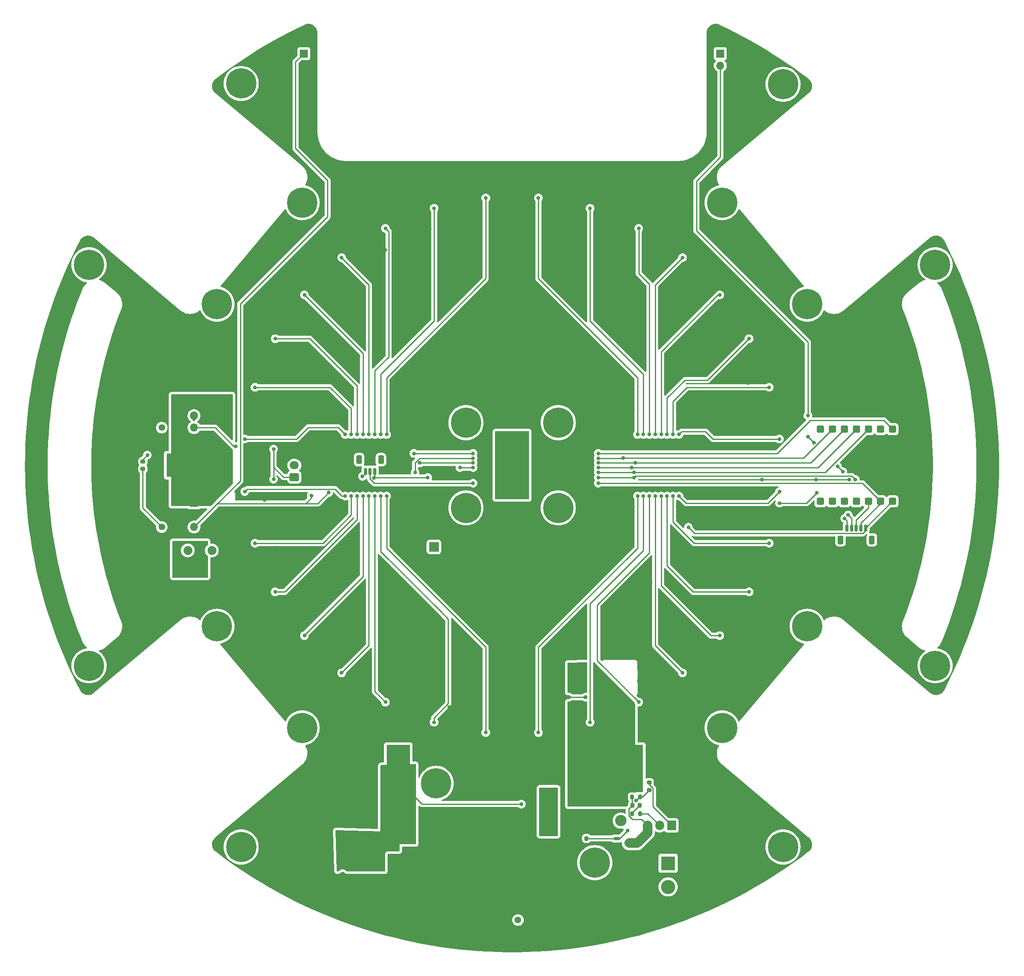
<source format=gtl>
G04 #@! TF.GenerationSoftware,KiCad,Pcbnew,7.0.9*
G04 #@! TF.CreationDate,2024-02-22T22:24:08+08:00*
G04 #@! TF.ProjectId,layer1,6c617965-7231-42e6-9b69-6361645f7063,1.1*
G04 #@! TF.SameCoordinates,Original*
G04 #@! TF.FileFunction,Copper,L1,Top*
G04 #@! TF.FilePolarity,Positive*
%FSLAX46Y46*%
G04 Gerber Fmt 4.6, Leading zero omitted, Abs format (unit mm)*
G04 Created by KiCad (PCBNEW 7.0.9) date 2024-02-22 22:24:08*
%MOMM*%
%LPD*%
G01*
G04 APERTURE LIST*
G04 Aperture macros list*
%AMRoundRect*
0 Rectangle with rounded corners*
0 $1 Rounding radius*
0 $2 $3 $4 $5 $6 $7 $8 $9 X,Y pos of 4 corners*
0 Add a 4 corners polygon primitive as box body*
4,1,4,$2,$3,$4,$5,$6,$7,$8,$9,$2,$3,0*
0 Add four circle primitives for the rounded corners*
1,1,$1+$1,$2,$3*
1,1,$1+$1,$4,$5*
1,1,$1+$1,$6,$7*
1,1,$1+$1,$8,$9*
0 Add four rect primitives between the rounded corners*
20,1,$1+$1,$2,$3,$4,$5,0*
20,1,$1+$1,$4,$5,$6,$7,0*
20,1,$1+$1,$6,$7,$8,$9,0*
20,1,$1+$1,$8,$9,$2,$3,0*%
G04 Aperture macros list end*
G04 #@! TA.AperFunction,SMDPad,CuDef*
%ADD10R,5.000000X10.000000*%
G04 #@! TD*
G04 #@! TA.AperFunction,SMDPad,CuDef*
%ADD11R,1.220000X0.650000*%
G04 #@! TD*
G04 #@! TA.AperFunction,ComponentPad*
%ADD12C,6.400000*%
G04 #@! TD*
G04 #@! TA.AperFunction,SMDPad,CuDef*
%ADD13RoundRect,0.250000X0.750000X-0.250000X0.750000X0.250000X-0.750000X0.250000X-0.750000X-0.250000X0*%
G04 #@! TD*
G04 #@! TA.AperFunction,ComponentPad*
%ADD14R,1.700000X1.700000*%
G04 #@! TD*
G04 #@! TA.AperFunction,ComponentPad*
%ADD15O,1.700000X1.700000*%
G04 #@! TD*
G04 #@! TA.AperFunction,SMDPad,CuDef*
%ADD16R,10.000000X5.000000*%
G04 #@! TD*
G04 #@! TA.AperFunction,ComponentPad*
%ADD17R,1.905000X2.000000*%
G04 #@! TD*
G04 #@! TA.AperFunction,ComponentPad*
%ADD18O,1.905000X2.000000*%
G04 #@! TD*
G04 #@! TA.AperFunction,SMDPad,CuDef*
%ADD19RoundRect,0.225000X0.250000X-0.225000X0.250000X0.225000X-0.250000X0.225000X-0.250000X-0.225000X0*%
G04 #@! TD*
G04 #@! TA.AperFunction,ComponentPad*
%ADD20R,3.000000X3.000000*%
G04 #@! TD*
G04 #@! TA.AperFunction,ComponentPad*
%ADD21C,3.000000*%
G04 #@! TD*
G04 #@! TA.AperFunction,SMDPad,CuDef*
%ADD22RoundRect,0.225000X0.225000X0.250000X-0.225000X0.250000X-0.225000X-0.250000X0.225000X-0.250000X0*%
G04 #@! TD*
G04 #@! TA.AperFunction,ComponentPad*
%ADD23R,2.200000X2.200000*%
G04 #@! TD*
G04 #@! TA.AperFunction,ComponentPad*
%ADD24O,2.200000X2.200000*%
G04 #@! TD*
G04 #@! TA.AperFunction,ComponentPad*
%ADD25RoundRect,0.150000X0.600000X-0.600000X0.600000X0.600000X-0.600000X0.600000X-0.600000X-0.600000X0*%
G04 #@! TD*
G04 #@! TA.AperFunction,ComponentPad*
%ADD26RoundRect,0.150000X-0.600000X0.600000X-0.600000X-0.600000X0.600000X-0.600000X0.600000X0.600000X0*%
G04 #@! TD*
G04 #@! TA.AperFunction,SMDPad,CuDef*
%ADD27RoundRect,0.150000X-0.150000X-0.625000X0.150000X-0.625000X0.150000X0.625000X-0.150000X0.625000X0*%
G04 #@! TD*
G04 #@! TA.AperFunction,SMDPad,CuDef*
%ADD28RoundRect,0.250000X-0.350000X-0.650000X0.350000X-0.650000X0.350000X0.650000X-0.350000X0.650000X0*%
G04 #@! TD*
G04 #@! TA.AperFunction,SMDPad,CuDef*
%ADD29RoundRect,0.150000X0.150000X0.625000X-0.150000X0.625000X-0.150000X-0.625000X0.150000X-0.625000X0*%
G04 #@! TD*
G04 #@! TA.AperFunction,SMDPad,CuDef*
%ADD30RoundRect,0.250000X0.350000X0.650000X-0.350000X0.650000X-0.350000X-0.650000X0.350000X-0.650000X0*%
G04 #@! TD*
G04 #@! TA.AperFunction,ComponentPad*
%ADD31R,2.400000X2.400000*%
G04 #@! TD*
G04 #@! TA.AperFunction,ComponentPad*
%ADD32C,2.400000*%
G04 #@! TD*
G04 #@! TA.AperFunction,ComponentPad*
%ADD33RoundRect,0.250000X0.725000X-0.600000X0.725000X0.600000X-0.725000X0.600000X-0.725000X-0.600000X0*%
G04 #@! TD*
G04 #@! TA.AperFunction,ComponentPad*
%ADD34O,1.950000X1.700000*%
G04 #@! TD*
G04 #@! TA.AperFunction,ComponentPad*
%ADD35RoundRect,0.250001X-0.799999X-0.799999X0.799999X-0.799999X0.799999X0.799999X-0.799999X0.799999X0*%
G04 #@! TD*
G04 #@! TA.AperFunction,ComponentPad*
%ADD36O,2.400000X2.400000*%
G04 #@! TD*
G04 #@! TA.AperFunction,SMDPad,CuDef*
%ADD37RoundRect,0.200000X0.275000X-0.200000X0.275000X0.200000X-0.275000X0.200000X-0.275000X-0.200000X0*%
G04 #@! TD*
G04 #@! TA.AperFunction,SMDPad,CuDef*
%ADD38RoundRect,0.200000X0.200000X0.275000X-0.200000X0.275000X-0.200000X-0.275000X0.200000X-0.275000X0*%
G04 #@! TD*
G04 #@! TA.AperFunction,ComponentPad*
%ADD39C,1.879600*%
G04 #@! TD*
G04 #@! TA.AperFunction,ComponentPad*
%ADD40C,1.400000*%
G04 #@! TD*
G04 #@! TA.AperFunction,ViaPad*
%ADD41C,0.800000*%
G04 #@! TD*
G04 #@! TA.AperFunction,Conductor*
%ADD42C,0.250000*%
G04 #@! TD*
G04 #@! TA.AperFunction,Conductor*
%ADD43C,2.000000*%
G04 #@! TD*
G04 #@! TA.AperFunction,Conductor*
%ADD44C,0.200000*%
G04 #@! TD*
G04 APERTURE END LIST*
D10*
X150210000Y-212100000D03*
D11*
X147090000Y-203900000D03*
X147090000Y-205800000D03*
X149710000Y-204850000D03*
D12*
X182241000Y-44500000D03*
X187356000Y-159047000D03*
X35619500Y-82636000D03*
D13*
X132510000Y-204700000D03*
D14*
X57800000Y-111975000D03*
D15*
X57800000Y-114515000D03*
X57800000Y-117055000D03*
D10*
X150210000Y-189100000D03*
D16*
X57000000Y-125000000D03*
D12*
X134750000Y-134000000D03*
X169358000Y-180496000D03*
D17*
X158710000Y-201100000D03*
D18*
X156170000Y-201100000D03*
X153630000Y-201100000D03*
D12*
X80642500Y-69503900D03*
D19*
X47000000Y-125775000D03*
X47000000Y-124225000D03*
D12*
X67758900Y-205666000D03*
D20*
X157960000Y-209100000D03*
D21*
X157960000Y-214100000D03*
D13*
X133500000Y-156500000D03*
D12*
X62644400Y-159047000D03*
X108946000Y-192218000D03*
X115250000Y-116000000D03*
D22*
X151985000Y-196850000D03*
X150435000Y-196850000D03*
D12*
X169358000Y-69503900D03*
X214381000Y-82636000D03*
X115250000Y-134000000D03*
D23*
X132710000Y-195100000D03*
D24*
X142870000Y-195100000D03*
D12*
X182241000Y-205666000D03*
D14*
X57800000Y-132975000D03*
D15*
X57800000Y-135515000D03*
X57800000Y-138055000D03*
D25*
X205370000Y-117380000D03*
X202830000Y-117380000D03*
X200290000Y-117380000D03*
X197750000Y-117380000D03*
X195210000Y-117380000D03*
X192670000Y-117380000D03*
X190130000Y-117380000D03*
D26*
X190130000Y-132620000D03*
X192670000Y-132620000D03*
X195210000Y-132620000D03*
X197750000Y-132620000D03*
X200290000Y-132620000D03*
X202830000Y-132620000D03*
X205370000Y-132620000D03*
D27*
X94000000Y-126325000D03*
X95000000Y-126325000D03*
X96000000Y-126325000D03*
D28*
X92700000Y-123800000D03*
X97300000Y-123800000D03*
D12*
X80642500Y-180496000D03*
D29*
X199700000Y-138250000D03*
X198700000Y-138250000D03*
X197700000Y-138250000D03*
X196700000Y-138250000D03*
X195700000Y-138250000D03*
D30*
X201000000Y-140775000D03*
X194400000Y-140775000D03*
D12*
X62644400Y-90953200D03*
D31*
X139000000Y-168512754D03*
D32*
X139000000Y-161012754D03*
D13*
X57000000Y-147250000D03*
D10*
X100960000Y-189100000D03*
X101210000Y-212100000D03*
D12*
X67758900Y-44333800D03*
D33*
X79000000Y-127500000D03*
D34*
X79000000Y-125000000D03*
X79000000Y-122500000D03*
D12*
X214381000Y-167364000D03*
D35*
X108500000Y-142250000D03*
D31*
X132710000Y-200100000D03*
D36*
X147950000Y-200100000D03*
D37*
X153960000Y-193675000D03*
X153960000Y-192025000D03*
D38*
X140710000Y-203850000D03*
X139060000Y-203850000D03*
D12*
X142474000Y-208982000D03*
X187356000Y-90953200D03*
D14*
X81000000Y-38000000D03*
D15*
X81000000Y-40540000D03*
D38*
X152035000Y-198600000D03*
X150385000Y-198600000D03*
D12*
X35619500Y-167364000D03*
D20*
X93710000Y-214100000D03*
D21*
X93710000Y-209100000D03*
D38*
X152035000Y-195100000D03*
X150385000Y-195100000D03*
D39*
X61572200Y-143000000D03*
X59032200Y-143000000D03*
X56492200Y-143000000D03*
D14*
X169000000Y-38000000D03*
D15*
X169000000Y-40540000D03*
D12*
X134750000Y-116000000D03*
D40*
X89210000Y-209100000D03*
X89210000Y-211640000D03*
X51000000Y-117055000D03*
X51000000Y-114515000D03*
X126250000Y-221100000D03*
X123710000Y-221100000D03*
X51000000Y-138055000D03*
X51000000Y-135515000D03*
D41*
X122000000Y-118400000D03*
X122000000Y-131600000D03*
X125000000Y-118400000D03*
X126000000Y-131600000D03*
X127000000Y-118400000D03*
X127000000Y-131600000D03*
X128000000Y-131600000D03*
X123000000Y-131600000D03*
X126000000Y-118400000D03*
X125000000Y-131600000D03*
X128000000Y-118400000D03*
X124000000Y-118400000D03*
X124000000Y-131600000D03*
X123000000Y-118400000D03*
X160000000Y-113250000D03*
X147000000Y-145500000D03*
X72678305Y-132348659D03*
X48000000Y-146000000D03*
X132348659Y-177321695D03*
X190400000Y-145200000D03*
X77413405Y-102041810D03*
X50000000Y-145000000D03*
X139000000Y-95500000D03*
X149250000Y-149750000D03*
X79473267Y-151811921D03*
X75117304Y-142414912D03*
X107000000Y-92000000D03*
X191400000Y-145200000D03*
X94000000Y-68000000D03*
X160000000Y-133750000D03*
X154250000Y-149750000D03*
X133500000Y-87000000D03*
X49000000Y-145000000D03*
X119750000Y-86750000D03*
X91250000Y-110250000D03*
X140500000Y-174000000D03*
X176151153Y-138233370D03*
X93050000Y-68000000D03*
X189200000Y-128000000D03*
X172586595Y-147958190D03*
X51000000Y-147000000D03*
X150500000Y-135750000D03*
X51000000Y-145000000D03*
X160000000Y-145500000D03*
X150500000Y-133750000D03*
X157500000Y-102000000D03*
X145500000Y-102000000D03*
X164421203Y-89821438D03*
X167193311Y-156800739D03*
X82806689Y-93199261D03*
X111766630Y-176151153D03*
X117651341Y-72678305D03*
X85578797Y-160178562D03*
X94000000Y-69000000D03*
X93050000Y-67000000D03*
X107000000Y-154750000D03*
X48000000Y-147000000D03*
X73848847Y-111766630D03*
X97500000Y-147000000D03*
X142750000Y-149750000D03*
X144500000Y-161000000D03*
X177750000Y-128000000D03*
X92250000Y-147000000D03*
X94000000Y-67000000D03*
X177321695Y-117651341D03*
X160000000Y-134750000D03*
X122000000Y-177750000D03*
X151811921Y-170526733D03*
X107585088Y-75117304D03*
X157500000Y-109000000D03*
X186600000Y-144200000D03*
X50000000Y-147000000D03*
X89821438Y-85578797D03*
X97500000Y-102000000D03*
X138233370Y-73848847D03*
X104500000Y-102000000D03*
X99500000Y-115000000D03*
X114500000Y-92000000D03*
X92500000Y-102000000D03*
X150500000Y-134750000D03*
X130500000Y-87000000D03*
X93050000Y-69000000D03*
X144000000Y-95500000D03*
X186600000Y-145200000D03*
X72250000Y-122000000D03*
X196200000Y-128000000D03*
X147958190Y-77413405D03*
X112250000Y-154750000D03*
X174882696Y-107585088D03*
X49000000Y-146000000D03*
X128000000Y-72250000D03*
X50000000Y-146000000D03*
X106500000Y-149000000D03*
X158000000Y-149750000D03*
X99500000Y-110250000D03*
X51000000Y-146000000D03*
X102041810Y-172586595D03*
X150500000Y-109000000D03*
X101000000Y-149000000D03*
X90000000Y-115000000D03*
X156800739Y-82806689D03*
X116750000Y-86750000D03*
X187600000Y-144200000D03*
X160178562Y-164421203D03*
X93199261Y-167193311D03*
X95750000Y-102000000D03*
X191400000Y-144200000D03*
X49750000Y-125000000D03*
X48000000Y-145000000D03*
X150500000Y-113250000D03*
X49000000Y-147000000D03*
X160000000Y-135750000D03*
X170526733Y-98188079D03*
X98188079Y-79473267D03*
X137000000Y-174000000D03*
X86232773Y-130767227D03*
X107200000Y-127600000D03*
X143200000Y-127600000D03*
X95808932Y-127682570D03*
X82600000Y-131400000D03*
X197500000Y-128000000D03*
X150800000Y-127600000D03*
X93400000Y-127333674D03*
X104250000Y-122500000D03*
X143200500Y-122500000D03*
X116750000Y-122500000D03*
X189355000Y-130855000D03*
X181500000Y-133000000D03*
X143204711Y-126503007D03*
X150750000Y-126500000D03*
X150250000Y-125500000D03*
X116750000Y-125500000D03*
X143200500Y-125499006D03*
X114000000Y-125500000D03*
X116750000Y-123500000D03*
X143200500Y-123500000D03*
X148500000Y-123487701D03*
X104500000Y-126500000D03*
X116750000Y-124500000D03*
X105500000Y-124500000D03*
X151000000Y-124500000D03*
X143200500Y-124499503D03*
X149400000Y-202200000D03*
X195250000Y-136250000D03*
X196000000Y-135500000D03*
X98500000Y-118500000D03*
X119437829Y-68523253D03*
X97250000Y-118500000D03*
X108526638Y-70693564D03*
X98248509Y-74950840D03*
X96000000Y-118500000D03*
X94750000Y-118500000D03*
X88998424Y-81131478D03*
X151222356Y-195860058D03*
X126960000Y-196600000D03*
X93500000Y-118500000D03*
X81131860Y-88997958D03*
X74951124Y-98247977D03*
X92250000Y-118500000D03*
X70693739Y-108526061D03*
X91000000Y-118500000D03*
X89750000Y-118500000D03*
X68523312Y-119437229D03*
X68523253Y-130562171D03*
X89750000Y-131500000D03*
X70693564Y-141473362D03*
X91000000Y-131500000D03*
X74950840Y-151751491D03*
X92250000Y-131500000D03*
X81131478Y-161001576D03*
X93500000Y-131500000D03*
X88997958Y-168868140D03*
X94750000Y-131500000D03*
X98247977Y-175048876D03*
X96000000Y-131500000D03*
X108526061Y-179306261D03*
X97250000Y-131500000D03*
X119437229Y-181476688D03*
X98500000Y-131500000D03*
X130562171Y-181476747D03*
X151500000Y-131500000D03*
X141473362Y-179306436D03*
X152750000Y-131500000D03*
X154000000Y-131500000D03*
X151751491Y-175049160D03*
X155250000Y-131500000D03*
X161001576Y-168868522D03*
X156500000Y-131500000D03*
X168868140Y-161002042D03*
X157750000Y-131500000D03*
X175048876Y-151752023D03*
X159000000Y-131500000D03*
X179306261Y-141473939D03*
X160250000Y-131500000D03*
X181476688Y-130562771D03*
X181476747Y-119437829D03*
X160250000Y-118500000D03*
X159000000Y-118500000D03*
X179306436Y-108526638D03*
X157750000Y-118500000D03*
X175049160Y-98248509D03*
X168868522Y-88998424D03*
X156500000Y-118500000D03*
X155250000Y-118500000D03*
X161002042Y-81131860D03*
X151752023Y-74951124D03*
X154000000Y-118500000D03*
X141473939Y-70693739D03*
X152750000Y-118500000D03*
X151500000Y-118500000D03*
X130562771Y-68523312D03*
X74610000Y-127950000D03*
X74610000Y-121600000D03*
X162240000Y-138110000D03*
X66600000Y-121000000D03*
X193750000Y-125250000D03*
X187487701Y-118987701D03*
X194867299Y-126367299D03*
X187500000Y-114500000D03*
X188762700Y-120262700D03*
X47940000Y-122870000D03*
X143200000Y-128800000D03*
X116750000Y-128800000D03*
D42*
X137031225Y-174031225D02*
X140468775Y-174031225D01*
X57800000Y-138055000D02*
X62367500Y-133487500D01*
X95891502Y-127600000D02*
X107200000Y-127600000D01*
X200290000Y-133960000D02*
X197700000Y-136550000D01*
X79238643Y-39761357D02*
X81000000Y-38000000D01*
X86000000Y-64800000D02*
X79238643Y-58038643D01*
X150800000Y-127600000D02*
X143200000Y-127600000D01*
X62781341Y-133073659D02*
X81400000Y-133073659D01*
X47000000Y-134055000D02*
X51000000Y-138055000D01*
X200290000Y-132620000D02*
X200290000Y-133960000D01*
X86000000Y-72500000D02*
X86000000Y-64800000D01*
X81400000Y-133073659D02*
X83926341Y-133073659D01*
X95808932Y-127682570D02*
X95891502Y-127600000D01*
X150800000Y-127600000D02*
X151125000Y-127275000D01*
X96000000Y-127491502D02*
X95808932Y-127682570D01*
X196775000Y-127275000D02*
X197500000Y-128000000D01*
X197700000Y-136550000D02*
X197700000Y-138250000D01*
X67600000Y-90900000D02*
X86000000Y-72500000D01*
X151125000Y-127275000D02*
X196775000Y-127275000D01*
X82600000Y-131400000D02*
X82600000Y-131873659D01*
X96000000Y-126325000D02*
X96000000Y-127491502D01*
X62367500Y-133487500D02*
X67600000Y-128255000D01*
X62367500Y-133487500D02*
X62781341Y-133073659D01*
X83926341Y-133073659D02*
X86232773Y-130767227D01*
X47000000Y-125775000D02*
X47000000Y-134055000D01*
X67600000Y-128255000D02*
X67600000Y-90900000D01*
X82600000Y-131873659D02*
X81400000Y-133073659D01*
X79238643Y-58038643D02*
X79238643Y-39761357D01*
X93400000Y-127333674D02*
X94000000Y-126733674D01*
X94000000Y-126733674D02*
X94000000Y-126325000D01*
X188000000Y-115500000D02*
X181000000Y-122500000D01*
X205370000Y-117380000D02*
X203490000Y-115500000D01*
X104250000Y-122500000D02*
X116750000Y-122500000D01*
X143200500Y-122500000D02*
X181000000Y-122500000D01*
X203490000Y-115500000D02*
X188000000Y-115500000D01*
X187210000Y-133000000D02*
X189355000Y-130855000D01*
X181500000Y-133000000D02*
X187210000Y-133000000D01*
X143207718Y-126500000D02*
X191170000Y-126500000D01*
X191170000Y-126500000D02*
X200290000Y-117380000D01*
X143204711Y-126503007D02*
X143207718Y-126500000D01*
X116750000Y-125500000D02*
X114000000Y-125500000D01*
X150250000Y-125500000D02*
X143201494Y-125500000D01*
X150250000Y-125500000D02*
X189630000Y-125500000D01*
X189630000Y-125500000D02*
X197750000Y-117380000D01*
X143201494Y-125500000D02*
X143200500Y-125499006D01*
X148500000Y-123487701D02*
X186562299Y-123487701D01*
X104500000Y-126500000D02*
X104500000Y-124474695D01*
X104500000Y-124474695D02*
X105474695Y-123500000D01*
X186562299Y-123487701D02*
X192670000Y-117380000D01*
X148487701Y-123500000D02*
X143200500Y-123500000D01*
X105474695Y-123500000D02*
X116750000Y-123500000D01*
X148500000Y-123487701D02*
X148487701Y-123500000D01*
X151000000Y-124500000D02*
X143200997Y-124500000D01*
X151000000Y-124500000D02*
X188000000Y-124500000D01*
X143200997Y-124500000D02*
X143200500Y-124499503D01*
X105500000Y-124500000D02*
X116750000Y-124500000D01*
X188090000Y-124500000D02*
X195210000Y-117380000D01*
X188000000Y-124500000D02*
X188090000Y-124500000D01*
X149400000Y-202200000D02*
X147700000Y-203900000D01*
X147040000Y-203850000D02*
X147090000Y-203900000D01*
X140710000Y-203850000D02*
X147040000Y-203850000D01*
X147700000Y-203900000D02*
X147090000Y-203900000D01*
X150411996Y-199850000D02*
X152380000Y-199850000D01*
X150435000Y-196850000D02*
X149660000Y-197625000D01*
X149660000Y-199098004D02*
X150411996Y-199850000D01*
X149660000Y-197625000D02*
X149660000Y-199098004D01*
D43*
X153630000Y-202680000D02*
X153630000Y-201100000D01*
D42*
X152380000Y-199850000D02*
X153630000Y-201100000D01*
X150385000Y-196800000D02*
X150435000Y-196850000D01*
D43*
X149710000Y-204850000D02*
X151460000Y-204850000D01*
X151460000Y-204850000D02*
X153630000Y-202680000D01*
D42*
X150385000Y-195100000D02*
X150385000Y-196800000D01*
X153670000Y-198600000D02*
X156170000Y-201100000D01*
X152035000Y-198600000D02*
X153670000Y-198600000D01*
X150385000Y-198600000D02*
X150385000Y-198450000D01*
X150385000Y-198450000D02*
X151985000Y-196850000D01*
X195700000Y-136700000D02*
X195250000Y-136250000D01*
X195700000Y-138250000D02*
X195700000Y-136700000D01*
X196700000Y-136200000D02*
X196700000Y-138250000D01*
X196000000Y-135500000D02*
X196700000Y-136200000D01*
X98500000Y-106500000D02*
X119437829Y-85562171D01*
X98500000Y-118500000D02*
X98500000Y-106500000D01*
X119437829Y-68523253D02*
X119437829Y-85562171D01*
X97250000Y-105750000D02*
X97250000Y-118500000D01*
X108526638Y-94473362D02*
X97250000Y-105750000D01*
X108526638Y-70693564D02*
X108526638Y-94473362D01*
X96000000Y-105000000D02*
X98913079Y-102086921D01*
X98913079Y-75615410D02*
X98913079Y-102086921D01*
X98248509Y-74950840D02*
X98913079Y-75615410D01*
X96000000Y-118500000D02*
X96000000Y-105000000D01*
X94750000Y-118500000D02*
X94750000Y-86883054D01*
X94750000Y-86883054D02*
X88998424Y-81131478D01*
X100960000Y-189100000D02*
X100960000Y-191600000D01*
X105960000Y-196600000D02*
X126960000Y-196600000D01*
X153960000Y-193675000D02*
X152535000Y-195100000D01*
X100960000Y-191600000D02*
X105960000Y-196600000D01*
X152035000Y-195100000D02*
X151982414Y-195100000D01*
X152535000Y-195100000D02*
X152035000Y-195100000D01*
X151982414Y-195100000D02*
X151222356Y-195860058D01*
X57800000Y-132975000D02*
X57898659Y-133073659D01*
X93500000Y-118500000D02*
X93500000Y-101366098D01*
X93500000Y-101366098D02*
X81131860Y-88997958D01*
X82247977Y-98247977D02*
X74951124Y-98247977D01*
X92250000Y-118500000D02*
X92250000Y-108250000D01*
X82247977Y-98247977D02*
X92250000Y-108250000D01*
X70693739Y-108526061D02*
X86526061Y-108526061D01*
X91000000Y-118500000D02*
X91000000Y-113000000D01*
X86526061Y-108526061D02*
X91000000Y-113000000D01*
X88250000Y-117000000D02*
X81892813Y-117000000D01*
X79455585Y-119437229D02*
X81892813Y-117000000D01*
X68523312Y-119437229D02*
X79455585Y-119437229D01*
X89750000Y-118500000D02*
X88250000Y-117000000D01*
X69043197Y-130042227D02*
X87592131Y-130042227D01*
X68523253Y-130562171D02*
X69043197Y-130042227D01*
X89750000Y-131500000D02*
X89049903Y-131500000D01*
X87592131Y-130042227D02*
X89049903Y-131500000D01*
X85026638Y-141473362D02*
X91000000Y-135500000D01*
X70693564Y-141473362D02*
X85026638Y-141473362D01*
X91000000Y-131500000D02*
X91000000Y-135500000D01*
X92250000Y-136501491D02*
X92250000Y-131500000D01*
X77000000Y-151751491D02*
X92250000Y-136501491D01*
X74950840Y-151751491D02*
X77000000Y-151751491D01*
X81131478Y-161001576D02*
X81131478Y-160868522D01*
X93500000Y-148500000D02*
X93500000Y-131500000D01*
X81131478Y-160868522D02*
X93500000Y-148500000D01*
X88997958Y-168868140D02*
X94750000Y-163116098D01*
X94750000Y-163116098D02*
X94750000Y-131500000D01*
X96000000Y-131500000D02*
X96000000Y-172800899D01*
X96000000Y-172800899D02*
X98247977Y-175048876D01*
D44*
X111429191Y-157429191D02*
X110500000Y-156500000D01*
D42*
X108526061Y-178366417D02*
X111500000Y-175392478D01*
X97250000Y-131500000D02*
X97250000Y-143250000D01*
X111500000Y-175392478D02*
X111500000Y-157500000D01*
X97250000Y-143250000D02*
X110000000Y-156000000D01*
X108526061Y-179306261D02*
X108526061Y-178366417D01*
X111500000Y-157500000D02*
X111429191Y-157429191D01*
X110000000Y-156000000D02*
X110500000Y-156500000D01*
X110000000Y-156000000D02*
X111429191Y-157429191D01*
X98500000Y-142500000D02*
X119437229Y-163437229D01*
X119437229Y-181476688D02*
X119437229Y-163437229D01*
X98500000Y-131500000D02*
X98500000Y-142500000D01*
X151500000Y-131500000D02*
X151500000Y-142500000D01*
X130562171Y-163437829D02*
X130562171Y-181476747D01*
X151500000Y-142500000D02*
X130562171Y-163437829D01*
X141473362Y-154276638D02*
X152750000Y-143000000D01*
X141473362Y-179306436D02*
X141473362Y-154276638D01*
X152750000Y-143000000D02*
X152750000Y-131500000D01*
X154000000Y-143500000D02*
X154000000Y-131500000D01*
X143000000Y-166297668D02*
X143000000Y-154500000D01*
X143000000Y-154500000D02*
X154000000Y-143500000D01*
X151751491Y-175049160D02*
X143000000Y-166297668D01*
X155250000Y-163116946D02*
X155250000Y-131500000D01*
X161001576Y-168868522D02*
X155250000Y-163116946D01*
X156500000Y-150500000D02*
X167002042Y-161002042D01*
X156500000Y-150500000D02*
X156500000Y-131500000D01*
X167002042Y-161002042D02*
X168868140Y-161002042D01*
X163252023Y-151752023D02*
X175048876Y-151752023D01*
X157750000Y-131500000D02*
X157750000Y-146250000D01*
X157750000Y-146250000D02*
X163252023Y-151752023D01*
X159000000Y-131500000D02*
X159000000Y-137000000D01*
X163473939Y-141473939D02*
X179306261Y-141473939D01*
X159000000Y-137000000D02*
X163473939Y-141473939D01*
X161750000Y-133000000D02*
X179039459Y-133000000D01*
X179039459Y-133000000D02*
X181476688Y-130562771D01*
X160250000Y-131500000D02*
X161750000Y-133000000D01*
X181476747Y-119437829D02*
X167437829Y-119437829D01*
X160250000Y-118500000D02*
X160875000Y-117875000D01*
X165875000Y-117875000D02*
X160875000Y-117875000D01*
X167437829Y-119437829D02*
X165875000Y-117875000D01*
X159000000Y-118500000D02*
X159000000Y-111500000D01*
X161973362Y-108526638D02*
X159000000Y-111500000D01*
X179306436Y-108526638D02*
X161973362Y-108526638D01*
X175049160Y-98248509D02*
X166297669Y-107000000D01*
X157750000Y-118500000D02*
X157750000Y-110750000D01*
X166297669Y-107000000D02*
X161500000Y-107000000D01*
X157750000Y-110750000D02*
X161500000Y-107000000D01*
X168501576Y-88998424D02*
X156500000Y-101000000D01*
X168868522Y-88998424D02*
X168501576Y-88998424D01*
X156500000Y-118500000D02*
X156500000Y-101000000D01*
X155250000Y-118500000D02*
X155250000Y-86883902D01*
X155250000Y-86883902D02*
X161002042Y-81131860D01*
X151752023Y-84500000D02*
X151752023Y-74951124D01*
X154000000Y-86747977D02*
X151752023Y-84500000D01*
X154000000Y-118500000D02*
X154000000Y-86747977D01*
X141473939Y-94473939D02*
X152750000Y-105750000D01*
X141473939Y-70693739D02*
X141473939Y-94473939D01*
X152750000Y-118500000D02*
X152750000Y-105750000D01*
X130562771Y-85562771D02*
X151500000Y-106500000D01*
X151500000Y-106500000D02*
X151500000Y-118500000D01*
X130562771Y-68523312D02*
X130562771Y-85562771D01*
X154760000Y-193251996D02*
X154760000Y-197150000D01*
X153960000Y-192025000D02*
X153960000Y-192451996D01*
X153960000Y-192451996D02*
X154760000Y-193251996D01*
X154760000Y-197150000D02*
X158710000Y-201100000D01*
X74610000Y-125400000D02*
X76710000Y-127500000D01*
X66600000Y-121000000D02*
X66200000Y-121000000D01*
X199700000Y-138750000D02*
X199700000Y-138250000D01*
X62255000Y-117055000D02*
X57800000Y-117055000D01*
X205330000Y-132620000D02*
X205370000Y-132620000D01*
X74610000Y-125400000D02*
X74610000Y-121600000D01*
X199700000Y-138250000D02*
X205330000Y-132620000D01*
X163510000Y-139380000D02*
X199070000Y-139380000D01*
X66200000Y-121000000D02*
X62255000Y-117055000D01*
X74610000Y-127950000D02*
X74610000Y-125400000D01*
X162240000Y-138110000D02*
X163510000Y-139380000D01*
X76710000Y-127500000D02*
X79000000Y-127500000D01*
X199070000Y-139380000D02*
X199700000Y-138750000D01*
X169000000Y-59900205D02*
X169000000Y-40540000D01*
X187487701Y-118987701D02*
X188762700Y-120262700D01*
X194867299Y-126367299D02*
X193750000Y-125250000D01*
X187500000Y-114500000D02*
X187500000Y-99000000D01*
X163950102Y-64950102D02*
X163950102Y-75450102D01*
X187500000Y-99000000D02*
X163950102Y-75450102D01*
X163950102Y-64950102D02*
X169000000Y-59900205D01*
X47000000Y-124225000D02*
X47000000Y-123810000D01*
X47000000Y-123810000D02*
X47940000Y-122870000D01*
X199010000Y-128800000D02*
X199000000Y-128800000D01*
X202830000Y-132620000D02*
X199010000Y-128800000D01*
X95901057Y-128800000D02*
X116750000Y-128800000D01*
X202830000Y-133070000D02*
X198700000Y-137200000D01*
X202830000Y-132620000D02*
X202830000Y-133070000D01*
X95000000Y-126325000D02*
X95000000Y-127898943D01*
X95000000Y-127898943D02*
X95901057Y-128800000D01*
X143200000Y-128800000D02*
X199000000Y-128800000D01*
X198700000Y-137200000D02*
X198700000Y-138250000D01*
G04 #@! TA.AperFunction,Conductor*
G36*
X142481338Y-166679184D02*
G01*
X142502707Y-166696280D01*
X142509885Y-166703457D01*
X142522526Y-166718256D01*
X142534528Y-166734775D01*
X142570931Y-166764890D01*
X142575231Y-166768803D01*
X149434870Y-173628444D01*
X150804870Y-174998444D01*
X150838355Y-175059767D01*
X150840509Y-175073159D01*
X150857949Y-175239088D01*
X150857950Y-175239091D01*
X150916961Y-175420709D01*
X150916964Y-175420716D01*
X150987672Y-175543186D01*
X151004284Y-175604576D01*
X151095171Y-194085043D01*
X151075816Y-194152179D01*
X151023238Y-194198193D01*
X150954129Y-194208476D01*
X150907023Y-194191770D01*
X150877915Y-194174174D01*
X150877914Y-194174173D01*
X150877913Y-194174173D01*
X150713649Y-194122987D01*
X150713647Y-194122986D01*
X150713645Y-194122986D01*
X150663667Y-194118444D01*
X150642265Y-194116500D01*
X150642262Y-194116500D01*
X150127727Y-194116500D01*
X150056354Y-194122985D01*
X150056344Y-194122988D01*
X149892090Y-194174171D01*
X149744841Y-194263186D01*
X149623186Y-194384841D01*
X149534173Y-194532086D01*
X149482986Y-194696354D01*
X149476500Y-194767737D01*
X149476500Y-195432272D01*
X149482985Y-195503645D01*
X149482988Y-195503655D01*
X149534171Y-195667909D01*
X149623186Y-195815158D01*
X149702670Y-195894642D01*
X149736155Y-195955965D01*
X149731171Y-196025657D01*
X149702671Y-196070004D01*
X149630712Y-196141963D01*
X149540702Y-196287890D01*
X149540697Y-196287901D01*
X149486764Y-196450663D01*
X149476500Y-196551120D01*
X149476500Y-196861233D01*
X149456815Y-196928272D01*
X149440181Y-196948914D01*
X149325414Y-197063681D01*
X149264091Y-197097166D01*
X149237733Y-197100000D01*
X136834000Y-197100000D01*
X136766961Y-197080315D01*
X136721206Y-197027511D01*
X136710000Y-196976000D01*
X136710000Y-175020281D01*
X136729685Y-174953242D01*
X136782489Y-174907487D01*
X136851647Y-174897543D01*
X136859745Y-174898984D01*
X136904513Y-174908500D01*
X136904516Y-174908500D01*
X137095487Y-174908500D01*
X137282288Y-174868794D01*
X137456752Y-174791118D01*
X137465301Y-174784906D01*
X137598123Y-174688407D01*
X137663929Y-174664927D01*
X137671008Y-174664725D01*
X139828992Y-174664725D01*
X139896031Y-174684410D01*
X139901877Y-174688407D01*
X140043243Y-174791115D01*
X140043245Y-174791116D01*
X140043248Y-174791118D01*
X140217712Y-174868794D01*
X140404513Y-174908500D01*
X140595486Y-174908500D01*
X140595487Y-174908500D01*
X140690081Y-174888393D01*
X140759748Y-174893709D01*
X140815481Y-174935846D01*
X140839587Y-175001425D01*
X140839862Y-175009683D01*
X140839862Y-178604677D01*
X140820177Y-178671716D01*
X140808012Y-178687649D01*
X140734325Y-178769486D01*
X140734320Y-178769493D01*
X140638835Y-178934879D01*
X140638832Y-178934886D01*
X140579821Y-179116504D01*
X140579820Y-179116508D01*
X140559858Y-179306436D01*
X140579820Y-179496364D01*
X140579821Y-179496367D01*
X140638832Y-179677985D01*
X140638835Y-179677992D01*
X140734322Y-179843380D01*
X140862109Y-179985302D01*
X141016610Y-180097554D01*
X141191074Y-180175230D01*
X141377875Y-180214936D01*
X141568849Y-180214936D01*
X141755650Y-180175230D01*
X141930114Y-180097554D01*
X142084615Y-179985302D01*
X142212402Y-179843380D01*
X142307889Y-179677992D01*
X142366904Y-179496364D01*
X142386866Y-179306436D01*
X142366904Y-179116508D01*
X142307889Y-178934880D01*
X142212402Y-178769492D01*
X142212398Y-178769486D01*
X142138712Y-178687649D01*
X142108482Y-178624657D01*
X142106862Y-178604677D01*
X142106862Y-166785259D01*
X142126547Y-166718220D01*
X142179351Y-166672465D01*
X142229986Y-166661263D01*
X142414164Y-166659970D01*
X142481338Y-166679184D01*
G37*
G04 #@! TD.AperFunction*
G04 #@! TA.AperFunction,Conductor*
G36*
X140782168Y-166691108D02*
G01*
X140828292Y-166743589D01*
X140839862Y-166795891D01*
X140839862Y-172990316D01*
X140820177Y-173057355D01*
X140767373Y-173103110D01*
X140698215Y-173113054D01*
X140690082Y-173111606D01*
X140595488Y-173091500D01*
X140595487Y-173091500D01*
X140404513Y-173091500D01*
X140217714Y-173131205D01*
X140043246Y-173208883D01*
X139888744Y-173321136D01*
X139888741Y-173321138D01*
X139856725Y-173356697D01*
X139797238Y-173393346D01*
X139764575Y-173397725D01*
X137735425Y-173397725D01*
X137668386Y-173378040D01*
X137643275Y-173356697D01*
X137611258Y-173321138D01*
X137611255Y-173321136D01*
X137611254Y-173321135D01*
X137611253Y-173321134D01*
X137456752Y-173208882D01*
X137282288Y-173131206D01*
X137282286Y-173131205D01*
X137095487Y-173091500D01*
X136904513Y-173091500D01*
X136885176Y-173095610D01*
X136859779Y-173101008D01*
X136790112Y-173095690D01*
X136734379Y-173053552D01*
X136710275Y-172987972D01*
X136710000Y-172979717D01*
X136710000Y-166823132D01*
X136729685Y-166756093D01*
X136782489Y-166710338D01*
X136833125Y-166699135D01*
X140714994Y-166671894D01*
X140782168Y-166691108D01*
G37*
G04 #@! TD.AperFunction*
G04 #@! TA.AperFunction,Conductor*
G36*
X104649527Y-188121711D02*
G01*
X104697016Y-188172961D01*
X104710000Y-188228202D01*
X104710000Y-204976000D01*
X104690315Y-205043039D01*
X104637511Y-205088794D01*
X104586000Y-205100000D01*
X101210000Y-205100000D01*
X101269222Y-206462114D01*
X101252468Y-206529945D01*
X101201701Y-206577950D01*
X101145339Y-206591500D01*
X98661345Y-206591500D01*
X98600797Y-206598011D01*
X98600795Y-206598011D01*
X98463795Y-206649111D01*
X98346739Y-206736739D01*
X98259111Y-206853795D01*
X98208011Y-206990795D01*
X98208011Y-206990797D01*
X98201500Y-207051345D01*
X98201500Y-210726000D01*
X98181815Y-210793039D01*
X98129011Y-210838794D01*
X98077500Y-210850000D01*
X90180439Y-210850000D01*
X90113400Y-210830315D01*
X90092762Y-210813685D01*
X89989776Y-210710699D01*
X89989775Y-210710698D01*
X89989774Y-210710697D01*
X89816558Y-210589411D01*
X89816556Y-210589410D01*
X89795071Y-210579391D01*
X89624910Y-210500044D01*
X89624906Y-210500043D01*
X89624902Y-210500041D01*
X89420660Y-210445315D01*
X89420656Y-210445314D01*
X89420655Y-210445314D01*
X89420654Y-210445313D01*
X89420649Y-210445313D01*
X89210002Y-210426884D01*
X89209998Y-210426884D01*
X88999350Y-210445313D01*
X88999339Y-210445315D01*
X88795097Y-210500041D01*
X88795088Y-210500045D01*
X88603443Y-210589410D01*
X88603441Y-210589411D01*
X88430225Y-210710697D01*
X88378734Y-210762189D01*
X88327240Y-210813682D01*
X88265920Y-210847166D01*
X88239561Y-210850000D01*
X88080507Y-210850000D01*
X88013468Y-210830315D01*
X87967713Y-210777511D01*
X87956558Y-210729541D01*
X87952554Y-210589411D01*
X87713741Y-202230943D01*
X87731502Y-202163370D01*
X87782978Y-202116126D01*
X87840951Y-202103446D01*
X97210000Y-202350000D01*
X97210000Y-202349999D01*
X97210000Y-188469935D01*
X97229685Y-188402896D01*
X97282489Y-188357141D01*
X97329867Y-188346004D01*
X104581869Y-188104271D01*
X104649527Y-188121711D01*
G37*
G04 #@! TD.AperFunction*
G04 #@! TA.AperFunction,Conductor*
G36*
X60693039Y-141019685D02*
G01*
X60738794Y-141072489D01*
X60750000Y-141124000D01*
X60750000Y-141744035D01*
X60730315Y-141811074D01*
X60702163Y-141841888D01*
X60587933Y-141930797D01*
X60425372Y-142107385D01*
X60425369Y-142107389D01*
X60294092Y-142308321D01*
X60197677Y-142528127D01*
X60138756Y-142760804D01*
X60118936Y-142999994D01*
X60118936Y-143000005D01*
X60138756Y-143239195D01*
X60197677Y-143471872D01*
X60294092Y-143691678D01*
X60425369Y-143892610D01*
X60425371Y-143892613D01*
X60587931Y-144069201D01*
X60702162Y-144158111D01*
X60742975Y-144214821D01*
X60750000Y-144255964D01*
X60750000Y-148626000D01*
X60730315Y-148693039D01*
X60677511Y-148738794D01*
X60626000Y-148750000D01*
X53374000Y-148750000D01*
X53306961Y-148730315D01*
X53261206Y-148677511D01*
X53250000Y-148626000D01*
X53250000Y-143000005D01*
X55038936Y-143000005D01*
X55058756Y-143239195D01*
X55117677Y-143471872D01*
X55214092Y-143691678D01*
X55345369Y-143892610D01*
X55345371Y-143892613D01*
X55507931Y-144069201D01*
X55622161Y-144158110D01*
X55695023Y-144214821D01*
X55697340Y-144216624D01*
X55908431Y-144330860D01*
X56135445Y-144408795D01*
X56372190Y-144448300D01*
X56612210Y-144448300D01*
X56848955Y-144408795D01*
X57075969Y-144330860D01*
X57287060Y-144216624D01*
X57476469Y-144069201D01*
X57639029Y-143892613D01*
X57770308Y-143691677D01*
X57866722Y-143471874D01*
X57925643Y-143239199D01*
X57945464Y-143000000D01*
X57925643Y-142760801D01*
X57866722Y-142528126D01*
X57770308Y-142308323D01*
X57639029Y-142107387D01*
X57476469Y-141930799D01*
X57362236Y-141841888D01*
X57287062Y-141783377D01*
X57287057Y-141783374D01*
X57075975Y-141669143D01*
X57075972Y-141669142D01*
X57075969Y-141669140D01*
X57075963Y-141669138D01*
X57075961Y-141669137D01*
X56848957Y-141591205D01*
X56612210Y-141551700D01*
X56372190Y-141551700D01*
X56135442Y-141591205D01*
X55908438Y-141669137D01*
X55908424Y-141669143D01*
X55697342Y-141783374D01*
X55697337Y-141783377D01*
X55507933Y-141930797D01*
X55345372Y-142107385D01*
X55345369Y-142107389D01*
X55214092Y-142308321D01*
X55117677Y-142528127D01*
X55058756Y-142760804D01*
X55038936Y-142999994D01*
X55038936Y-143000005D01*
X53250000Y-143000005D01*
X53250000Y-141124000D01*
X53269685Y-141056961D01*
X53322489Y-141011206D01*
X53374000Y-141000000D01*
X60626000Y-141000000D01*
X60693039Y-141019685D01*
G37*
G04 #@! TD.AperFunction*
G04 #@! TA.AperFunction,Conductor*
G36*
X134652121Y-193120002D02*
G01*
X134698614Y-193173658D01*
X134710000Y-193226000D01*
X134710000Y-203224000D01*
X134689998Y-203292121D01*
X134636342Y-203338614D01*
X134584000Y-203350000D01*
X130836000Y-203350000D01*
X130767879Y-203329998D01*
X130721386Y-203276342D01*
X130710000Y-203224000D01*
X130710000Y-193226000D01*
X130730002Y-193157879D01*
X130783658Y-193111386D01*
X130836000Y-193100000D01*
X134584000Y-193100000D01*
X134652121Y-193120002D01*
G37*
G04 #@! TD.AperFunction*
G04 #@! TA.AperFunction,Conductor*
G36*
X128542121Y-117820002D02*
G01*
X128588614Y-117873658D01*
X128600000Y-117926000D01*
X128600000Y-132074000D01*
X128579998Y-132142121D01*
X128526342Y-132188614D01*
X128474000Y-132200000D01*
X121526000Y-132200000D01*
X121457879Y-132179998D01*
X121411386Y-132126342D01*
X121400000Y-132074000D01*
X121400000Y-117926000D01*
X121420002Y-117857879D01*
X121473658Y-117811386D01*
X121526000Y-117800000D01*
X128474000Y-117800000D01*
X128542121Y-117820002D01*
G37*
G04 #@! TD.AperFunction*
G04 #@! TA.AperFunction,Conductor*
G36*
X65943039Y-110019685D02*
G01*
X65988794Y-110072489D01*
X66000000Y-110124000D01*
X66000000Y-119604733D01*
X65980315Y-119671772D01*
X65927511Y-119717527D01*
X65858353Y-119727471D01*
X65794797Y-119698446D01*
X65788319Y-119692414D01*
X62762088Y-116666183D01*
X62752187Y-116653823D01*
X62751977Y-116653998D01*
X62747002Y-116647986D01*
X62747000Y-116647982D01*
X62709092Y-116612384D01*
X62695922Y-116600016D01*
X62674768Y-116578863D01*
X62672792Y-116577331D01*
X62669183Y-116574531D01*
X62664750Y-116570744D01*
X62630321Y-116538414D01*
X62630319Y-116538412D01*
X62612431Y-116528578D01*
X62596170Y-116517897D01*
X62580039Y-116505384D01*
X62536693Y-116486627D01*
X62531445Y-116484056D01*
X62504251Y-116469106D01*
X62490060Y-116461305D01*
X62486660Y-116460432D01*
X62470287Y-116456228D01*
X62451881Y-116449926D01*
X62433144Y-116441818D01*
X62433146Y-116441818D01*
X62386496Y-116434430D01*
X62380781Y-116433246D01*
X62360612Y-116428068D01*
X62335032Y-116421500D01*
X62335030Y-116421500D01*
X62314616Y-116421500D01*
X62295217Y-116419973D01*
X62275058Y-116416780D01*
X62275057Y-116416780D01*
X62228034Y-116421225D01*
X62222196Y-116421500D01*
X59075956Y-116421500D01*
X59008917Y-116401815D01*
X58972148Y-116365322D01*
X58875723Y-116217734D01*
X58875715Y-116217723D01*
X58723243Y-116052097D01*
X58723238Y-116052092D01*
X58545577Y-115913812D01*
X58545578Y-115913812D01*
X58545576Y-115913811D01*
X58509070Y-115894055D01*
X58459479Y-115844836D01*
X58444371Y-115776619D01*
X58468541Y-115711064D01*
X58509070Y-115675945D01*
X58509084Y-115675936D01*
X58545576Y-115656189D01*
X58723240Y-115517906D01*
X58875722Y-115352268D01*
X58998860Y-115163791D01*
X59089296Y-114957616D01*
X59144564Y-114739368D01*
X59144565Y-114739359D01*
X59163156Y-114515005D01*
X59163156Y-114514994D01*
X59144565Y-114290640D01*
X59144563Y-114290628D01*
X59089296Y-114072385D01*
X58998859Y-113866207D01*
X58875723Y-113677734D01*
X58875715Y-113677723D01*
X58723243Y-113512097D01*
X58723238Y-113512092D01*
X58545577Y-113373812D01*
X58545572Y-113373808D01*
X58347580Y-113266661D01*
X58347577Y-113266659D01*
X58347574Y-113266658D01*
X58347571Y-113266657D01*
X58347569Y-113266656D01*
X58134637Y-113193556D01*
X57912569Y-113156500D01*
X57687431Y-113156500D01*
X57465362Y-113193556D01*
X57252430Y-113266656D01*
X57252419Y-113266661D01*
X57054427Y-113373808D01*
X57054422Y-113373812D01*
X56876761Y-113512092D01*
X56876756Y-113512097D01*
X56724284Y-113677723D01*
X56724276Y-113677734D01*
X56601140Y-113866207D01*
X56510703Y-114072385D01*
X56455436Y-114290628D01*
X56455434Y-114290640D01*
X56436844Y-114514994D01*
X56436844Y-114515005D01*
X56455434Y-114739359D01*
X56455436Y-114739371D01*
X56510703Y-114957614D01*
X56601140Y-115163792D01*
X56724276Y-115352265D01*
X56724284Y-115352276D01*
X56876756Y-115517902D01*
X56876760Y-115517906D01*
X57054424Y-115656189D01*
X57054429Y-115656191D01*
X57054431Y-115656193D01*
X57090930Y-115675946D01*
X57140520Y-115725165D01*
X57155628Y-115793382D01*
X57131457Y-115858937D01*
X57090930Y-115894054D01*
X57054431Y-115913806D01*
X57054422Y-115913812D01*
X56876761Y-116052092D01*
X56876756Y-116052097D01*
X56724284Y-116217723D01*
X56724276Y-116217734D01*
X56601140Y-116406207D01*
X56510703Y-116612385D01*
X56455436Y-116830628D01*
X56455434Y-116830640D01*
X56436844Y-117054994D01*
X56436844Y-117055005D01*
X56455434Y-117279359D01*
X56455436Y-117279371D01*
X56510703Y-117497614D01*
X56601140Y-117703792D01*
X56724276Y-117892265D01*
X56724284Y-117892276D01*
X56876756Y-118057902D01*
X56876760Y-118057906D01*
X57054424Y-118196189D01*
X57054425Y-118196189D01*
X57054427Y-118196191D01*
X57153278Y-118249686D01*
X57252426Y-118303342D01*
X57465365Y-118376444D01*
X57687431Y-118413500D01*
X57912569Y-118413500D01*
X58134635Y-118376444D01*
X58347574Y-118303342D01*
X58545576Y-118196189D01*
X58723240Y-118057906D01*
X58875722Y-117892268D01*
X58929123Y-117810531D01*
X58972148Y-117744678D01*
X59025294Y-117699321D01*
X59075956Y-117688500D01*
X61941234Y-117688500D01*
X62008273Y-117708185D01*
X62028915Y-117724819D01*
X65692910Y-121388814D01*
X65702816Y-121401178D01*
X65703026Y-121401005D01*
X65708001Y-121407019D01*
X65759095Y-121455000D01*
X65780224Y-121476129D01*
X65780228Y-121476132D01*
X65780231Y-121476135D01*
X65785805Y-121480458D01*
X65790247Y-121484252D01*
X65824679Y-121516586D01*
X65824683Y-121516589D01*
X65841843Y-121526022D01*
X65874258Y-121551713D01*
X65968150Y-121655991D01*
X65998380Y-121718983D01*
X66000000Y-121738963D01*
X66000000Y-128907732D01*
X65980315Y-128974771D01*
X65963681Y-128995413D01*
X62375540Y-132583553D01*
X62360748Y-132596188D01*
X62344233Y-132608187D01*
X62314131Y-132644573D01*
X62310199Y-132648894D01*
X62107296Y-132851799D01*
X61958696Y-133000398D01*
X61958694Y-133000400D01*
X61345414Y-133613681D01*
X61284091Y-133647166D01*
X61257733Y-133650000D01*
X53124000Y-133650000D01*
X53056961Y-133630315D01*
X53011206Y-133577511D01*
X53000000Y-133526000D01*
X53000000Y-110124000D01*
X53019685Y-110056961D01*
X53072489Y-110011206D01*
X53124000Y-110000000D01*
X65876000Y-110000000D01*
X65943039Y-110019685D01*
G37*
G04 #@! TD.AperFunction*
G04 #@! TA.AperFunction,Conductor*
G36*
X140554262Y-173607709D02*
G01*
X140579241Y-173613018D01*
X140591671Y-173615660D01*
X140608207Y-173618604D01*
X140625141Y-173621328D01*
X140715862Y-173621327D01*
X140782900Y-173641011D01*
X140828656Y-173693814D01*
X140839862Y-173745327D01*
X140839862Y-174252992D01*
X140820177Y-174320031D01*
X140767373Y-174365786D01*
X140724121Y-174376716D01*
X140583316Y-174386115D01*
X140554263Y-174392290D01*
X140528484Y-174395000D01*
X140471519Y-174395000D01*
X140445737Y-174392290D01*
X140395903Y-174381697D01*
X140390009Y-174380444D01*
X140365358Y-174372434D01*
X140313320Y-174349266D01*
X140290870Y-174336305D01*
X140197761Y-174268659D01*
X140185854Y-174260517D01*
X140173653Y-174252428D01*
X140040708Y-174191712D01*
X139973671Y-174172027D01*
X139973665Y-174172025D01*
X139860253Y-174155719D01*
X139834172Y-174151969D01*
X139770618Y-174122945D01*
X139732843Y-174064167D01*
X139732843Y-173994297D01*
X139770617Y-173935519D01*
X139834173Y-173906494D01*
X139835217Y-173906348D01*
X139850079Y-173904356D01*
X139865475Y-173902293D01*
X139865473Y-173902293D01*
X139924049Y-173890423D01*
X139932503Y-173888710D01*
X140066584Y-173830536D01*
X140126071Y-173793887D01*
X140126079Y-173793882D01*
X140222052Y-173713864D01*
X140225314Y-173711324D01*
X140290871Y-173663694D01*
X140313308Y-173650739D01*
X140365364Y-173627561D01*
X140390011Y-173619553D01*
X140445738Y-173607708D01*
X140471518Y-173605000D01*
X140528483Y-173605000D01*
X140554262Y-173607709D01*
G37*
G04 #@! TD.AperFunction*
G04 #@! TA.AperFunction,Conductor*
G36*
X159807926Y-132297653D02*
G01*
X159967712Y-132368794D01*
X159967715Y-132368794D01*
X159967716Y-132368795D01*
X160154513Y-132408500D01*
X160211234Y-132408500D01*
X160278273Y-132428185D01*
X160298915Y-132444819D01*
X161242910Y-133388814D01*
X161252816Y-133401178D01*
X161253026Y-133401005D01*
X161258001Y-133407019D01*
X161309094Y-133454999D01*
X161330225Y-133476129D01*
X161330230Y-133476134D01*
X161335802Y-133480456D01*
X161340242Y-133484249D01*
X161374678Y-133516586D01*
X161392567Y-133526420D01*
X161408831Y-133537103D01*
X161424959Y-133549613D01*
X161457681Y-133563773D01*
X161468298Y-133568367D01*
X161473545Y-133570937D01*
X161514940Y-133593695D01*
X161534718Y-133598773D01*
X161553121Y-133605074D01*
X161571852Y-133613180D01*
X161571853Y-133613180D01*
X161571855Y-133613181D01*
X161599250Y-133617519D01*
X161618497Y-133620568D01*
X161624213Y-133621751D01*
X161669970Y-133633500D01*
X161690390Y-133633500D01*
X161709789Y-133635027D01*
X161729941Y-133638218D01*
X161729942Y-133638219D01*
X161729942Y-133638218D01*
X161729943Y-133638219D01*
X161776959Y-133633775D01*
X161782796Y-133633500D01*
X178955825Y-133633500D01*
X178971572Y-133635238D01*
X178971598Y-133634968D01*
X178979364Y-133635701D01*
X178979368Y-133635702D01*
X179049417Y-133633500D01*
X179079315Y-133633500D01*
X179079316Y-133633500D01*
X179080681Y-133633327D01*
X179086321Y-133632614D01*
X179092144Y-133632156D01*
X179118167Y-133631338D01*
X179139349Y-133630673D01*
X179152636Y-133626812D01*
X179158940Y-133624980D01*
X179177997Y-133621032D01*
X179198256Y-133618474D01*
X179242180Y-133601082D01*
X179247680Y-133599199D01*
X179293052Y-133586018D01*
X179310624Y-133575625D01*
X179328091Y-133567068D01*
X179347076Y-133559552D01*
X179385285Y-133531790D01*
X179390163Y-133528585D01*
X179430821Y-133504542D01*
X179445261Y-133490100D01*
X179460051Y-133477470D01*
X179476566Y-133465472D01*
X179506681Y-133429067D01*
X179510585Y-133424776D01*
X180489265Y-132446097D01*
X180550587Y-132412613D01*
X180620279Y-132417597D01*
X180676212Y-132459469D01*
X180700629Y-132524933D01*
X180685777Y-132593206D01*
X180684341Y-132595763D01*
X180665473Y-132628444D01*
X180665472Y-132628446D01*
X180665470Y-132628450D01*
X180637836Y-132713500D01*
X180606458Y-132810072D01*
X180586496Y-133000000D01*
X180606458Y-133189928D01*
X180606459Y-133189931D01*
X180665470Y-133371549D01*
X180665473Y-133371556D01*
X180760960Y-133536944D01*
X180852148Y-133638219D01*
X180884067Y-133673669D01*
X180888747Y-133678866D01*
X181043248Y-133791118D01*
X181217712Y-133868794D01*
X181404513Y-133908500D01*
X181595487Y-133908500D01*
X181782288Y-133868794D01*
X181956752Y-133791118D01*
X182111253Y-133678866D01*
X182115160Y-133674527D01*
X182174646Y-133637879D01*
X182207309Y-133633500D01*
X187126366Y-133633500D01*
X187142113Y-133635238D01*
X187142139Y-133634968D01*
X187149905Y-133635701D01*
X187149909Y-133635702D01*
X187219958Y-133633500D01*
X187249856Y-133633500D01*
X187249857Y-133633500D01*
X187251222Y-133633327D01*
X187256862Y-133632614D01*
X187262685Y-133632156D01*
X187288708Y-133631338D01*
X187309890Y-133630673D01*
X187323177Y-133626812D01*
X187329481Y-133624980D01*
X187348538Y-133621032D01*
X187368797Y-133618474D01*
X187412721Y-133601082D01*
X187418221Y-133599199D01*
X187463593Y-133586018D01*
X187481165Y-133575625D01*
X187498632Y-133567068D01*
X187517617Y-133559552D01*
X187555826Y-133531790D01*
X187560704Y-133528585D01*
X187601362Y-133504542D01*
X187615802Y-133490100D01*
X187630592Y-133477470D01*
X187647107Y-133465472D01*
X187677222Y-133429067D01*
X187681126Y-133424776D01*
X188659820Y-132446083D01*
X188721142Y-132412599D01*
X188790834Y-132417583D01*
X188846767Y-132459455D01*
X188871184Y-132524919D01*
X188871500Y-132533765D01*
X188871500Y-133286505D01*
X188874437Y-133323829D01*
X188874438Y-133323835D01*
X188920853Y-133483596D01*
X188920855Y-133483601D01*
X189005544Y-133626803D01*
X189005551Y-133626812D01*
X189123187Y-133744448D01*
X189123191Y-133744451D01*
X189123193Y-133744453D01*
X189266399Y-133829145D01*
X189308530Y-133841385D01*
X189426164Y-133875561D01*
X189426167Y-133875561D01*
X189426169Y-133875562D01*
X189435501Y-133876296D01*
X189463495Y-133878500D01*
X189463498Y-133878500D01*
X190796505Y-133878500D01*
X190818899Y-133876737D01*
X190833831Y-133875562D01*
X190833833Y-133875561D01*
X190833835Y-133875561D01*
X190875962Y-133863321D01*
X190993601Y-133829145D01*
X191136807Y-133744453D01*
X191254453Y-133626807D01*
X191293268Y-133561173D01*
X191344337Y-133513491D01*
X191413078Y-133500987D01*
X191477668Y-133527632D01*
X191506730Y-133561172D01*
X191529699Y-133600010D01*
X191545545Y-133626804D01*
X191545551Y-133626812D01*
X191663187Y-133744448D01*
X191663191Y-133744451D01*
X191663193Y-133744453D01*
X191806399Y-133829145D01*
X191848530Y-133841385D01*
X191966164Y-133875561D01*
X191966167Y-133875561D01*
X191966169Y-133875562D01*
X191975501Y-133876296D01*
X192003495Y-133878500D01*
X192003498Y-133878500D01*
X193336505Y-133878500D01*
X193358899Y-133876737D01*
X193373831Y-133875562D01*
X193373833Y-133875561D01*
X193373835Y-133875561D01*
X193415962Y-133863321D01*
X193533601Y-133829145D01*
X193676807Y-133744453D01*
X193794453Y-133626807D01*
X193833268Y-133561173D01*
X193884337Y-133513491D01*
X193953078Y-133500987D01*
X194017668Y-133527632D01*
X194046730Y-133561172D01*
X194069699Y-133600010D01*
X194085545Y-133626804D01*
X194085551Y-133626812D01*
X194203187Y-133744448D01*
X194203191Y-133744451D01*
X194203193Y-133744453D01*
X194346399Y-133829145D01*
X194388530Y-133841385D01*
X194506164Y-133875561D01*
X194506167Y-133875561D01*
X194506169Y-133875562D01*
X194515501Y-133876296D01*
X194543495Y-133878500D01*
X194543498Y-133878500D01*
X195876505Y-133878500D01*
X195898899Y-133876737D01*
X195913831Y-133875562D01*
X195913833Y-133875561D01*
X195913835Y-133875561D01*
X195955962Y-133863321D01*
X196073601Y-133829145D01*
X196216807Y-133744453D01*
X196334453Y-133626807D01*
X196373268Y-133561173D01*
X196424337Y-133513491D01*
X196493078Y-133500987D01*
X196557668Y-133527632D01*
X196586730Y-133561172D01*
X196609699Y-133600010D01*
X196625545Y-133626804D01*
X196625551Y-133626812D01*
X196743187Y-133744448D01*
X196743191Y-133744451D01*
X196743193Y-133744453D01*
X196886399Y-133829145D01*
X196928530Y-133841385D01*
X197046164Y-133875561D01*
X197046167Y-133875561D01*
X197046169Y-133875562D01*
X197055501Y-133876296D01*
X197083495Y-133878500D01*
X197083498Y-133878500D01*
X198416505Y-133878500D01*
X198438899Y-133876737D01*
X198453831Y-133875562D01*
X198453833Y-133875561D01*
X198453835Y-133875561D01*
X198495962Y-133863321D01*
X198613601Y-133829145D01*
X198756807Y-133744453D01*
X198874453Y-133626807D01*
X198913268Y-133561173D01*
X198964337Y-133513491D01*
X199033078Y-133500987D01*
X199097668Y-133527632D01*
X199126730Y-133561172D01*
X199149699Y-133600010D01*
X199165545Y-133626804D01*
X199165551Y-133626812D01*
X199283187Y-133744448D01*
X199283191Y-133744451D01*
X199283193Y-133744453D01*
X199283196Y-133744455D01*
X199350728Y-133784393D01*
X199398411Y-133835462D01*
X199410915Y-133904204D01*
X199384270Y-133968793D01*
X199375288Y-133978806D01*
X197447283Y-135906810D01*
X197385960Y-135940295D01*
X197316268Y-135935311D01*
X197260335Y-135893439D01*
X197259283Y-135892013D01*
X197231794Y-135854177D01*
X197228586Y-135849293D01*
X197214242Y-135825040D01*
X197204542Y-135808637D01*
X197190108Y-135794203D01*
X197177469Y-135779406D01*
X197165472Y-135762893D01*
X197129084Y-135732790D01*
X197124762Y-135728857D01*
X196946620Y-135550715D01*
X196913135Y-135489392D01*
X196910982Y-135476012D01*
X196893542Y-135310072D01*
X196834527Y-135128444D01*
X196739040Y-134963056D01*
X196611253Y-134821134D01*
X196456752Y-134708882D01*
X196282288Y-134631206D01*
X196282286Y-134631205D01*
X196095487Y-134591500D01*
X195904513Y-134591500D01*
X195717714Y-134631205D01*
X195543246Y-134708883D01*
X195388745Y-134821135D01*
X195260959Y-134963057D01*
X195165473Y-135128443D01*
X195165471Y-135128447D01*
X195114046Y-135286717D01*
X195074608Y-135344392D01*
X195021897Y-135369688D01*
X194967713Y-135381205D01*
X194793244Y-135458884D01*
X194638745Y-135571135D01*
X194510959Y-135713057D01*
X194415473Y-135878443D01*
X194415470Y-135878450D01*
X194373672Y-136007092D01*
X194356458Y-136060072D01*
X194336496Y-136250000D01*
X194356458Y-136439928D01*
X194356459Y-136439931D01*
X194415470Y-136621549D01*
X194415473Y-136621556D01*
X194510960Y-136786944D01*
X194593791Y-136878937D01*
X194626302Y-136915045D01*
X194638747Y-136928866D01*
X194793248Y-137041118D01*
X194932883Y-137103287D01*
X194986119Y-137148536D01*
X195006441Y-137215385D01*
X194989179Y-137279687D01*
X194940855Y-137361397D01*
X194940853Y-137361403D01*
X194894438Y-137521164D01*
X194894437Y-137521170D01*
X194891500Y-137558495D01*
X194891500Y-138622500D01*
X194871815Y-138689539D01*
X194819011Y-138735294D01*
X194767500Y-138746500D01*
X163823767Y-138746500D01*
X163756728Y-138726815D01*
X163736086Y-138710181D01*
X163186620Y-138160715D01*
X163153135Y-138099392D01*
X163150982Y-138086012D01*
X163133542Y-137920072D01*
X163074527Y-137738444D01*
X162979040Y-137573056D01*
X162851253Y-137431134D01*
X162696752Y-137318882D01*
X162522288Y-137241206D01*
X162522286Y-137241205D01*
X162335487Y-137201500D01*
X162144513Y-137201500D01*
X161957714Y-137241205D01*
X161783246Y-137318883D01*
X161628745Y-137431135D01*
X161500959Y-137573057D01*
X161405473Y-137738443D01*
X161405470Y-137738450D01*
X161346459Y-137920068D01*
X161346458Y-137920072D01*
X161335301Y-138026223D01*
X161326496Y-138110000D01*
X161327547Y-138119998D01*
X161314977Y-138188728D01*
X161267245Y-138239752D01*
X161199504Y-138256869D01*
X161133263Y-138234646D01*
X161116545Y-138220640D01*
X159669819Y-136773914D01*
X159636334Y-136712591D01*
X159633500Y-136686233D01*
X159633500Y-132410936D01*
X159653185Y-132343897D01*
X159705989Y-132298142D01*
X159775147Y-132288198D01*
X159807926Y-132297653D01*
G37*
G04 #@! TD.AperFunction*
G04 #@! TA.AperFunction,Conductor*
G36*
X196528272Y-127928185D02*
G01*
X196548914Y-127944819D01*
X196553379Y-127949284D01*
X196586864Y-128010607D01*
X196589018Y-128023998D01*
X196589600Y-128029533D01*
X196577034Y-128098263D01*
X196529304Y-128149289D01*
X196466280Y-128166500D01*
X151736750Y-128166500D01*
X151669711Y-128146815D01*
X151623956Y-128094011D01*
X151614012Y-128024853D01*
X151629361Y-127980504D01*
X151635134Y-127970504D01*
X151685699Y-127922287D01*
X151742523Y-127908500D01*
X196461233Y-127908500D01*
X196528272Y-127928185D01*
G37*
G04 #@! TD.AperFunction*
G04 #@! TA.AperFunction,Conductor*
G36*
X57880152Y-113671691D02*
G01*
X57998015Y-113691358D01*
X58017868Y-113696386D01*
X58130869Y-113735179D01*
X58149624Y-113743405D01*
X58254713Y-113800276D01*
X58271859Y-113811478D01*
X58366155Y-113884872D01*
X58381221Y-113898741D01*
X58462146Y-113986647D01*
X58474725Y-114002809D01*
X58540081Y-114102843D01*
X58549829Y-114120855D01*
X58597824Y-114230273D01*
X58604474Y-114249643D01*
X58633808Y-114365482D01*
X58637178Y-114385680D01*
X58647047Y-114504752D01*
X58647047Y-114525234D01*
X58637180Y-114644306D01*
X58633810Y-114664505D01*
X58604474Y-114780355D01*
X58597824Y-114799726D01*
X58549830Y-114909143D01*
X58540083Y-114927154D01*
X58474732Y-115027182D01*
X58462151Y-115043345D01*
X58381217Y-115131260D01*
X58366152Y-115145129D01*
X58263544Y-115224993D01*
X58260728Y-115227061D01*
X58172798Y-115287868D01*
X58132271Y-115322985D01*
X58132260Y-115322996D01*
X58056312Y-115404877D01*
X58056308Y-115404883D01*
X57986748Y-115533421D01*
X57986743Y-115533430D01*
X57962574Y-115598984D01*
X57961344Y-115603233D01*
X57960252Y-115602916D01*
X57929455Y-115659841D01*
X57868262Y-115693563D01*
X57841435Y-115696500D01*
X57758697Y-115696500D01*
X57691658Y-115676815D01*
X57645903Y-115624011D01*
X57642679Y-115616269D01*
X57590282Y-115477382D01*
X57590280Y-115477378D01*
X57541653Y-115412927D01*
X57502253Y-115360705D01*
X57452663Y-115311486D01*
X57425241Y-115291118D01*
X57341464Y-115228891D01*
X57233842Y-115145125D01*
X57218775Y-115131256D01*
X57137855Y-115043355D01*
X57125276Y-115027193D01*
X57059914Y-114927150D01*
X57050166Y-114909138D01*
X57002173Y-114799724D01*
X56995523Y-114780354D01*
X56966187Y-114664505D01*
X56962819Y-114644315D01*
X56952952Y-114525240D01*
X56952951Y-114504761D01*
X56952952Y-114504752D01*
X56962818Y-114385677D01*
X56966186Y-114365491D01*
X56995523Y-114249642D01*
X57002172Y-114230276D01*
X57002174Y-114230273D01*
X57050169Y-114120851D01*
X57059916Y-114102843D01*
X57125273Y-114002809D01*
X57137841Y-113986660D01*
X57218780Y-113898736D01*
X57233841Y-113884871D01*
X57328138Y-113811477D01*
X57345276Y-113800280D01*
X57450366Y-113743408D01*
X57469109Y-113735186D01*
X57582140Y-113696382D01*
X57601977Y-113691359D01*
X57694689Y-113675888D01*
X57719848Y-113671691D01*
X57740256Y-113670000D01*
X57859743Y-113670000D01*
X57880152Y-113671691D01*
G37*
G04 #@! TD.AperFunction*
G04 #@! TA.AperFunction,Conductor*
G36*
X168075680Y-31712983D02*
G01*
X168136797Y-31719404D01*
X168320426Y-31738698D01*
X168328600Y-31740117D01*
X168567718Y-31798310D01*
X168575626Y-31800806D01*
X168774619Y-31878621D01*
X168779138Y-31882117D01*
X168804947Y-31890720D01*
X168812241Y-31893678D01*
X169927889Y-32430856D01*
X170468468Y-32691142D01*
X172113666Y-33519896D01*
X173743764Y-34377970D01*
X175358240Y-35265087D01*
X176956576Y-36180965D01*
X178538261Y-37125308D01*
X180102787Y-38097815D01*
X181649652Y-39098173D01*
X183178361Y-40126063D01*
X184688425Y-41181155D01*
X186179358Y-42263110D01*
X187647224Y-43368976D01*
X187647960Y-43369615D01*
X187648184Y-43369777D01*
X187652981Y-43373609D01*
X187843246Y-43541636D01*
X187849229Y-43547701D01*
X188004051Y-43727906D01*
X188013858Y-43739320D01*
X188018953Y-43746150D01*
X188124770Y-43910451D01*
X188155741Y-43958540D01*
X188159857Y-43966014D01*
X188227536Y-44111824D01*
X188266211Y-44195145D01*
X188269264Y-44203116D01*
X188343183Y-44444672D01*
X188345114Y-44452986D01*
X188385200Y-44702401D01*
X188385972Y-44710901D01*
X188391467Y-44963457D01*
X188391066Y-44971982D01*
X188361866Y-45222907D01*
X188360300Y-45231287D01*
X188349731Y-45272095D01*
X188296958Y-45475830D01*
X188294255Y-45483926D01*
X188197963Y-45717476D01*
X188194175Y-45725124D01*
X188066762Y-45943249D01*
X188061961Y-45950305D01*
X187905828Y-46148899D01*
X187900104Y-46155230D01*
X187716329Y-46332335D01*
X187713158Y-46335188D01*
X187637028Y-46399068D01*
X169403151Y-61699107D01*
X169403041Y-61699154D01*
X169238979Y-61836810D01*
X169120195Y-61959807D01*
X169013216Y-62070582D01*
X168913171Y-62198628D01*
X168813127Y-62326672D01*
X168640903Y-62602277D01*
X168498431Y-62894379D01*
X168416937Y-63118276D01*
X168387276Y-63199770D01*
X168349087Y-63352940D01*
X168308653Y-63515112D01*
X168263426Y-63836929D01*
X168252088Y-64161728D01*
X168274764Y-64485934D01*
X168331205Y-64805982D01*
X168331208Y-64805995D01*
X168420795Y-65118382D01*
X168420796Y-65118386D01*
X168542544Y-65419695D01*
X168542551Y-65419711D01*
X168685859Y-65689206D01*
X168699955Y-65757639D01*
X168674815Y-65822829D01*
X168618421Y-65864079D01*
X168595779Y-65869897D01*
X168585907Y-65871461D01*
X168585901Y-65871462D01*
X168210430Y-65972069D01*
X167847543Y-66111369D01*
X167501201Y-66287840D01*
X167175214Y-66499537D01*
X166873128Y-66744162D01*
X166873120Y-66744169D01*
X166598269Y-67019020D01*
X166598262Y-67019028D01*
X166353637Y-67321114D01*
X166141940Y-67647101D01*
X165965469Y-67993443D01*
X165826169Y-68356330D01*
X165725561Y-68731804D01*
X165725561Y-68731806D01*
X165664754Y-69115722D01*
X165644411Y-69503899D01*
X165644411Y-69503900D01*
X165664754Y-69892077D01*
X165725561Y-70275993D01*
X165725561Y-70275995D01*
X165826169Y-70651469D01*
X165965469Y-71014356D01*
X166141940Y-71360699D01*
X166353637Y-71686685D01*
X166353641Y-71686690D01*
X166353643Y-71686693D01*
X166598266Y-71988776D01*
X166873124Y-72263634D01*
X167175207Y-72508257D01*
X167175211Y-72508259D01*
X167175214Y-72508262D01*
X167479448Y-72705833D01*
X167501205Y-72719962D01*
X167847547Y-72896432D01*
X168210438Y-73035733D01*
X168585901Y-73136338D01*
X168969824Y-73197146D01*
X169336530Y-73216363D01*
X169357999Y-73217489D01*
X169358000Y-73217489D01*
X169358001Y-73217489D01*
X169378344Y-73216422D01*
X169746176Y-73197146D01*
X170130099Y-73136338D01*
X170505562Y-73035733D01*
X170868453Y-72896432D01*
X171214795Y-72719962D01*
X171540793Y-72508257D01*
X171842876Y-72263634D01*
X172117734Y-71988776D01*
X172362357Y-71686693D01*
X172574062Y-71360695D01*
X172750532Y-71014353D01*
X172786200Y-70921432D01*
X172828599Y-70865904D01*
X172894292Y-70842110D01*
X172962421Y-70857611D01*
X172996952Y-70886167D01*
X177914538Y-76746717D01*
X186550010Y-87038072D01*
X186624781Y-87127180D01*
X186652793Y-87191189D01*
X186641754Y-87260181D01*
X186595167Y-87312252D01*
X186561885Y-87326661D01*
X186208430Y-87421369D01*
X185845543Y-87560669D01*
X185499201Y-87737140D01*
X185173214Y-87948837D01*
X184871128Y-88193462D01*
X184871120Y-88193469D01*
X184596269Y-88468320D01*
X184596262Y-88468328D01*
X184351637Y-88770414D01*
X184139940Y-89096401D01*
X183963469Y-89442743D01*
X183824169Y-89805630D01*
X183723561Y-90181104D01*
X183723561Y-90181106D01*
X183662754Y-90565022D01*
X183642411Y-90953199D01*
X183642411Y-90953200D01*
X183662754Y-91341377D01*
X183723561Y-91725293D01*
X183723561Y-91725295D01*
X183824169Y-92100769D01*
X183963469Y-92463656D01*
X184139940Y-92809999D01*
X184351637Y-93135985D01*
X184351641Y-93135990D01*
X184351643Y-93135993D01*
X184596266Y-93438076D01*
X184871124Y-93712934D01*
X185173207Y-93957557D01*
X185173211Y-93957559D01*
X185173214Y-93957562D01*
X185499200Y-94169259D01*
X185499205Y-94169262D01*
X185845547Y-94345732D01*
X186208438Y-94485033D01*
X186583901Y-94585638D01*
X186967824Y-94646446D01*
X187334530Y-94665663D01*
X187355999Y-94666789D01*
X187356000Y-94666789D01*
X187356001Y-94666789D01*
X187376344Y-94665722D01*
X187744176Y-94646446D01*
X188128099Y-94585638D01*
X188503562Y-94485033D01*
X188866453Y-94345732D01*
X189212795Y-94169262D01*
X189538793Y-93957557D01*
X189840876Y-93712934D01*
X190115734Y-93438076D01*
X190360357Y-93135993D01*
X190572062Y-92809995D01*
X190748532Y-92463653D01*
X190800627Y-92327939D01*
X190843027Y-92272408D01*
X190908721Y-92248615D01*
X190976850Y-92264116D01*
X190992720Y-92274656D01*
X191154810Y-92401289D01*
X191236300Y-92464953D01*
X191236312Y-92464961D01*
X191511888Y-92637153D01*
X191511890Y-92637154D01*
X191511895Y-92637157D01*
X191803979Y-92779612D01*
X191803986Y-92779614D01*
X191803987Y-92779615D01*
X192017635Y-92857375D01*
X192109354Y-92890757D01*
X192424673Y-92969374D01*
X192746483Y-93014602D01*
X192990063Y-93023110D01*
X193071255Y-93025946D01*
X193071256Y-93025946D01*
X193071256Y-93025945D01*
X193071257Y-93025946D01*
X193146589Y-93020679D01*
X193395426Y-93003282D01*
X193395428Y-93003281D01*
X193395437Y-93003281D01*
X193715473Y-92946855D01*
X194027859Y-92857288D01*
X194329171Y-92735559D01*
X194616109Y-92583003D01*
X194885530Y-92401291D01*
X194927400Y-92366159D01*
X194927464Y-92366111D01*
X194929535Y-92364373D01*
X194929541Y-92364370D01*
X195010006Y-92296852D01*
X195088127Y-92231306D01*
X195088128Y-92231303D01*
X195090201Y-92229565D01*
X195090260Y-92229510D01*
X196406693Y-91124892D01*
X196568084Y-90989469D01*
X207360813Y-90989469D01*
X207382237Y-91312496D01*
X207437183Y-91631540D01*
X207437186Y-91631552D01*
X207525060Y-91943150D01*
X207584011Y-92091003D01*
X207584016Y-92091015D01*
X207584999Y-92093480D01*
X207833246Y-92735560D01*
X208242056Y-93792930D01*
X208864146Y-95505490D01*
X209451007Y-97230439D01*
X210002393Y-98967054D01*
X210518072Y-100714604D01*
X210997828Y-102472356D01*
X211441458Y-104239571D01*
X211848777Y-106015506D01*
X212219614Y-107799417D01*
X212553812Y-109590553D01*
X212851232Y-111388162D01*
X213111748Y-113191488D01*
X213335251Y-114999776D01*
X213521647Y-116812264D01*
X213670859Y-118628191D01*
X213782822Y-120446795D01*
X213857490Y-122267312D01*
X213894832Y-124088976D01*
X213894832Y-125911024D01*
X213857490Y-127732688D01*
X213782822Y-129553205D01*
X213670859Y-131371809D01*
X213521647Y-133187736D01*
X213335251Y-135000224D01*
X213111748Y-136808512D01*
X212851232Y-138611838D01*
X212553812Y-140409447D01*
X212219614Y-142200583D01*
X211848777Y-143984494D01*
X211441458Y-145760429D01*
X210997828Y-147527644D01*
X210518072Y-149285396D01*
X210002393Y-151032946D01*
X209451007Y-152769561D01*
X208864146Y-154494510D01*
X208242056Y-156207070D01*
X207584999Y-157906520D01*
X207546331Y-158003562D01*
X207546065Y-158004328D01*
X207525103Y-158056911D01*
X207437243Y-158368488D01*
X207437240Y-158368500D01*
X207382304Y-158687524D01*
X207382304Y-158687527D01*
X207360883Y-159010538D01*
X207360883Y-159010554D01*
X207373212Y-159334042D01*
X207419159Y-159654494D01*
X207498225Y-159968423D01*
X207609545Y-160272409D01*
X207609547Y-160272412D01*
X207751917Y-160563156D01*
X207923786Y-160837493D01*
X207923793Y-160837502D01*
X208123286Y-161092442D01*
X208123291Y-161092449D01*
X208219015Y-161191504D01*
X208348251Y-161325238D01*
X208468734Y-161426304D01*
X208470564Y-161427839D01*
X208472265Y-161429268D01*
X208552688Y-161496758D01*
X208552788Y-161496835D01*
X210807603Y-163388849D01*
X210848866Y-163423473D01*
X210848914Y-163423545D01*
X210888337Y-163456635D01*
X210888337Y-163456636D01*
X211012426Y-163560792D01*
X211280992Y-163742062D01*
X211280996Y-163742064D01*
X211281002Y-163742068D01*
X211566977Y-163894351D01*
X211566979Y-163894351D01*
X211566987Y-163894356D01*
X211867296Y-164016014D01*
X212178649Y-164105712D01*
X212191705Y-164108035D01*
X212254258Y-164139156D01*
X212290057Y-164199158D01*
X212287734Y-164268989D01*
X212248026Y-164326478D01*
X212237521Y-164334111D01*
X212198213Y-164359638D01*
X211896128Y-164604262D01*
X211896120Y-164604269D01*
X211621269Y-164879120D01*
X211621262Y-164879128D01*
X211376637Y-165181214D01*
X211164940Y-165507201D01*
X210988469Y-165853543D01*
X210849169Y-166216430D01*
X210748561Y-166591904D01*
X210748561Y-166591906D01*
X210687754Y-166975822D01*
X210667411Y-167363999D01*
X210667411Y-167364000D01*
X210687754Y-167752177D01*
X210739266Y-168077405D01*
X210748562Y-168136099D01*
X210845153Y-168496583D01*
X210849169Y-168511569D01*
X210988469Y-168874456D01*
X211164940Y-169220799D01*
X211376637Y-169546785D01*
X211376641Y-169546790D01*
X211376643Y-169546793D01*
X211621266Y-169848876D01*
X211896124Y-170123734D01*
X212198207Y-170368357D01*
X212198211Y-170368359D01*
X212198214Y-170368362D01*
X212442082Y-170526731D01*
X212524205Y-170580062D01*
X212870547Y-170756532D01*
X213233438Y-170895833D01*
X213608901Y-170996438D01*
X213992824Y-171057246D01*
X214359530Y-171076463D01*
X214380999Y-171077589D01*
X214381000Y-171077589D01*
X214381001Y-171077589D01*
X214401344Y-171076522D01*
X214769176Y-171057246D01*
X215153099Y-170996438D01*
X215528562Y-170895833D01*
X215891453Y-170756532D01*
X216237795Y-170580062D01*
X216563793Y-170368357D01*
X216865876Y-170123734D01*
X217140734Y-169848876D01*
X217385357Y-169546793D01*
X217597062Y-169220795D01*
X217773532Y-168874453D01*
X217912833Y-168511562D01*
X218013438Y-168136099D01*
X218074246Y-167752176D01*
X218094589Y-167364000D01*
X218074246Y-166975824D01*
X218013438Y-166591901D01*
X217912833Y-166216438D01*
X217773532Y-165853547D01*
X217597062Y-165507206D01*
X217385357Y-165181207D01*
X217140734Y-164879124D01*
X216865876Y-164604266D01*
X216563793Y-164359643D01*
X216563790Y-164359641D01*
X216563785Y-164359637D01*
X216237799Y-164147940D01*
X215891456Y-163971469D01*
X215528569Y-163832169D01*
X215528562Y-163832167D01*
X215153099Y-163731562D01*
X215153095Y-163731561D01*
X215153094Y-163731561D01*
X214913432Y-163693602D01*
X214850297Y-163663673D01*
X214813366Y-163604361D01*
X214814364Y-163534499D01*
X214852974Y-163476266D01*
X214856872Y-163473117D01*
X214908346Y-163433236D01*
X215142402Y-163209173D01*
X215142407Y-163209166D01*
X215142412Y-163209162D01*
X215351820Y-162961954D01*
X215351823Y-162961949D01*
X215351833Y-162961938D01*
X215534356Y-162694222D01*
X215687984Y-162408942D01*
X215745295Y-162269284D01*
X215749991Y-162257848D01*
X215763525Y-162224901D01*
X215763710Y-162224432D01*
X215788222Y-162164729D01*
X215788222Y-162164725D01*
X215791505Y-162156730D01*
X215791512Y-162156708D01*
X216112376Y-161375173D01*
X216803608Y-159593581D01*
X217460007Y-157798862D01*
X218081324Y-155991699D01*
X218667323Y-154172777D01*
X219217782Y-152342786D01*
X219732491Y-150502420D01*
X220211256Y-148652377D01*
X220653896Y-146793361D01*
X221060241Y-144926075D01*
X221430138Y-143051228D01*
X221763446Y-141169533D01*
X222060040Y-139281702D01*
X222319806Y-137388452D01*
X222542645Y-135490502D01*
X222728475Y-133588571D01*
X222877223Y-131683381D01*
X222988833Y-129775656D01*
X223063264Y-127866119D01*
X223100486Y-125955494D01*
X223100486Y-124044506D01*
X223063264Y-122133881D01*
X222988833Y-120224344D01*
X222877223Y-118316619D01*
X222728475Y-116411429D01*
X222542645Y-114509498D01*
X222319806Y-112611548D01*
X222060040Y-110718298D01*
X221763446Y-108830467D01*
X221430138Y-106948772D01*
X221060241Y-105073925D01*
X220653896Y-103206639D01*
X220211256Y-101347623D01*
X219732491Y-99497580D01*
X219217782Y-97657214D01*
X218667323Y-95827223D01*
X218081324Y-94008301D01*
X217460007Y-92201138D01*
X216803608Y-90406419D01*
X216112376Y-88624827D01*
X215791352Y-87842902D01*
X215791342Y-87842869D01*
X215763734Y-87775626D01*
X215763733Y-87775622D01*
X215749488Y-87740926D01*
X215744104Y-87727814D01*
X215735169Y-87706047D01*
X215735166Y-87706043D01*
X215710757Y-87646591D01*
X215710754Y-87646587D01*
X215709738Y-87644111D01*
X215709566Y-87643743D01*
X215687952Y-87591073D01*
X215534326Y-87305796D01*
X215351805Y-87038083D01*
X215351796Y-87038072D01*
X215351792Y-87038066D01*
X215142387Y-86790861D01*
X215142377Y-86790851D01*
X214908322Y-86566789D01*
X214908316Y-86566784D01*
X214856838Y-86526900D01*
X214815899Y-86470280D01*
X214812070Y-86400515D01*
X214846567Y-86339756D01*
X214908437Y-86307292D01*
X214913369Y-86306407D01*
X215153099Y-86268438D01*
X215528562Y-86167833D01*
X215891453Y-86028532D01*
X216237795Y-85852062D01*
X216563793Y-85640357D01*
X216865876Y-85395734D01*
X217140734Y-85120876D01*
X217385357Y-84818793D01*
X217597062Y-84492795D01*
X217773532Y-84146453D01*
X217912833Y-83783562D01*
X218013438Y-83408099D01*
X218074246Y-83024176D01*
X218094589Y-82636000D01*
X218074246Y-82247824D01*
X218013438Y-81863901D01*
X217912833Y-81488438D01*
X217773532Y-81125547D01*
X217597062Y-80779206D01*
X217584787Y-80760304D01*
X217385362Y-80453214D01*
X217385359Y-80453211D01*
X217385357Y-80453207D01*
X217140734Y-80151124D01*
X216865876Y-79876266D01*
X216563793Y-79631643D01*
X216563790Y-79631641D01*
X216563785Y-79631637D01*
X216237799Y-79419940D01*
X215891456Y-79243469D01*
X215528569Y-79104169D01*
X215528562Y-79104167D01*
X215153099Y-79003562D01*
X215153095Y-79003561D01*
X215153094Y-79003561D01*
X214769177Y-78942754D01*
X214381001Y-78922411D01*
X214380999Y-78922411D01*
X213992822Y-78942754D01*
X213608906Y-79003561D01*
X213608904Y-79003561D01*
X213233430Y-79104169D01*
X212870543Y-79243469D01*
X212524201Y-79419940D01*
X212198214Y-79631637D01*
X211896128Y-79876262D01*
X211896120Y-79876269D01*
X211621269Y-80151120D01*
X211621262Y-80151128D01*
X211376637Y-80453214D01*
X211164940Y-80779201D01*
X210988469Y-81125543D01*
X210849169Y-81488430D01*
X210748561Y-81863904D01*
X210748561Y-81863906D01*
X210687754Y-82247822D01*
X210667411Y-82635999D01*
X210667411Y-82636000D01*
X210687754Y-83024177D01*
X210748561Y-83408093D01*
X210748561Y-83408095D01*
X210849169Y-83783569D01*
X210988469Y-84146456D01*
X211164940Y-84492799D01*
X211376637Y-84818785D01*
X211376641Y-84818790D01*
X211376643Y-84818793D01*
X211621266Y-85120876D01*
X211896124Y-85395734D01*
X212198207Y-85640357D01*
X212198209Y-85640358D01*
X212198210Y-85640359D01*
X212237563Y-85665915D01*
X212283065Y-85718936D01*
X212292679Y-85788142D01*
X212263352Y-85851558D01*
X212204395Y-85889052D01*
X212191756Y-85891991D01*
X212178657Y-85894322D01*
X212178654Y-85894323D01*
X211867316Y-85984016D01*
X211867292Y-85984024D01*
X211567013Y-86105670D01*
X211566992Y-86105680D01*
X211281021Y-86257960D01*
X211280996Y-86257976D01*
X211012466Y-86439221D01*
X211012433Y-86439246D01*
X210888359Y-86543390D01*
X210810234Y-86608943D01*
X208466514Y-88575558D01*
X208348301Y-88674706D01*
X208123307Y-88907500D01*
X207923788Y-89162444D01*
X207751901Y-89436780D01*
X207751898Y-89436787D01*
X207609511Y-89727534D01*
X207498169Y-90031549D01*
X207419096Y-90345485D01*
X207373145Y-90665932D01*
X207373143Y-90665957D01*
X207360813Y-90989455D01*
X207360813Y-90989469D01*
X196568084Y-90989469D01*
X213360138Y-76899264D01*
X213363450Y-76896674D01*
X213569413Y-76746714D01*
X213576634Y-76742181D01*
X213799337Y-76622898D01*
X213807091Y-76619409D01*
X214044052Y-76531802D01*
X214052232Y-76529403D01*
X214099374Y-76519033D01*
X214298959Y-76475129D01*
X214307377Y-76473876D01*
X214559243Y-76453958D01*
X214567745Y-76453873D01*
X214819941Y-76468691D01*
X214828400Y-76469775D01*
X215076107Y-76519033D01*
X215076172Y-76519046D01*
X215084402Y-76521280D01*
X215323073Y-76604072D01*
X215330922Y-76607415D01*
X215555983Y-76722164D01*
X215563292Y-76726549D01*
X215770481Y-76871083D01*
X215777129Y-76876436D01*
X215962526Y-77048017D01*
X215968377Y-77054231D01*
X216128490Y-77249624D01*
X216133432Y-77256581D01*
X216266188Y-77473661D01*
X216266276Y-77473804D01*
X216268648Y-77478048D01*
X217163214Y-79237033D01*
X218024964Y-81015194D01*
X218852412Y-82809576D01*
X219645251Y-84619515D01*
X220403189Y-86444345D01*
X221125947Y-88283392D01*
X221813259Y-90135978D01*
X222464870Y-92001421D01*
X223080541Y-93879032D01*
X223660044Y-95768119D01*
X224203166Y-97667985D01*
X224709706Y-99577930D01*
X225179478Y-101497250D01*
X225612309Y-103425236D01*
X226008038Y-105361178D01*
X226366521Y-107304362D01*
X226687624Y-109254072D01*
X226971229Y-111209587D01*
X227217233Y-113170188D01*
X227425543Y-115135152D01*
X227596084Y-117103752D01*
X227728792Y-119075265D01*
X227823618Y-121048963D01*
X227880528Y-123024117D01*
X227899500Y-125000000D01*
X227880528Y-126975883D01*
X227823618Y-128951037D01*
X227728792Y-130924735D01*
X227596084Y-132896248D01*
X227425543Y-134864848D01*
X227217233Y-136829812D01*
X226971229Y-138790413D01*
X226687624Y-140745928D01*
X226366521Y-142695638D01*
X226008038Y-144638822D01*
X225612309Y-146574764D01*
X225179478Y-148502750D01*
X224709706Y-150422070D01*
X224203166Y-152332015D01*
X223660044Y-154231881D01*
X223080541Y-156120968D01*
X222464870Y-157998579D01*
X221813259Y-159864022D01*
X221125947Y-161716608D01*
X220403189Y-163555655D01*
X219645251Y-165380485D01*
X218852412Y-167190424D01*
X218024964Y-168984806D01*
X217163214Y-170762967D01*
X216268577Y-172522089D01*
X216266205Y-172526333D01*
X216133442Y-172743424D01*
X216128499Y-172750381D01*
X215968390Y-172945772D01*
X215962539Y-172951986D01*
X215777132Y-173123575D01*
X215770485Y-173128928D01*
X215563298Y-173273460D01*
X215555979Y-173277851D01*
X215330930Y-173392593D01*
X215323078Y-173395938D01*
X215084408Y-173478730D01*
X215076171Y-173480966D01*
X214828409Y-173530235D01*
X214819943Y-173531320D01*
X214567755Y-173546138D01*
X214559220Y-173546051D01*
X214307395Y-173526136D01*
X214298953Y-173524879D01*
X214052234Y-173470609D01*
X214044044Y-173468207D01*
X213807098Y-173380606D01*
X213799319Y-173377105D01*
X213576632Y-173257831D01*
X213569405Y-173253295D01*
X213569391Y-173253285D01*
X213448306Y-173165122D01*
X213363589Y-173103439D01*
X213360230Y-173100812D01*
X213305028Y-173054493D01*
X213305026Y-173054491D01*
X213283614Y-173036524D01*
X213283611Y-173036522D01*
X195049710Y-157736462D01*
X195049609Y-157736310D01*
X194885643Y-157598712D01*
X194616219Y-157416966D01*
X194616205Y-157416958D01*
X194329282Y-157264385D01*
X194329273Y-157264381D01*
X194329269Y-157264379D01*
X194027940Y-157142625D01*
X194027938Y-157142624D01*
X194027932Y-157142622D01*
X193715538Y-157053038D01*
X193715527Y-157053035D01*
X193395483Y-156996600D01*
X193395477Y-156996599D01*
X193323429Y-156991561D01*
X193071269Y-156973929D01*
X193071264Y-156973929D01*
X193071262Y-156973929D01*
X193071252Y-156973928D01*
X192746472Y-156985273D01*
X192424632Y-157030511D01*
X192109296Y-157109143D01*
X192109286Y-157109146D01*
X191803901Y-157220309D01*
X191803897Y-157220311D01*
X191511808Y-157362790D01*
X191511793Y-157362798D01*
X191236197Y-157535030D01*
X191236196Y-157535031D01*
X190992660Y-157725327D01*
X190927715Y-157751093D01*
X190859149Y-157737656D01*
X190808732Y-157689283D01*
X190800548Y-157672055D01*
X190785901Y-157633898D01*
X190748532Y-157536547D01*
X190572062Y-157190206D01*
X190572059Y-157190201D01*
X190360362Y-156864214D01*
X190360359Y-156864211D01*
X190360357Y-156864207D01*
X190115734Y-156562124D01*
X189840876Y-156287266D01*
X189538793Y-156042643D01*
X189538790Y-156042641D01*
X189538785Y-156042637D01*
X189212799Y-155830940D01*
X188866456Y-155654469D01*
X188503569Y-155515169D01*
X188503562Y-155515167D01*
X188128099Y-155414562D01*
X188128095Y-155414561D01*
X188128094Y-155414561D01*
X187744177Y-155353754D01*
X187356001Y-155333411D01*
X187355999Y-155333411D01*
X186967822Y-155353754D01*
X186583906Y-155414561D01*
X186583904Y-155414561D01*
X186208430Y-155515169D01*
X185845543Y-155654469D01*
X185499201Y-155830940D01*
X185173214Y-156042637D01*
X184871128Y-156287262D01*
X184871120Y-156287269D01*
X184596269Y-156562120D01*
X184596262Y-156562128D01*
X184351637Y-156864214D01*
X184139940Y-157190201D01*
X183963469Y-157536543D01*
X183824169Y-157899430D01*
X183723561Y-158274904D01*
X183723561Y-158274906D01*
X183662754Y-158658822D01*
X183642411Y-159046999D01*
X183642411Y-159047000D01*
X183662754Y-159435177D01*
X183698408Y-159660282D01*
X183723562Y-159819099D01*
X183791820Y-160073843D01*
X183824169Y-160194569D01*
X183963469Y-160557456D01*
X184139940Y-160903799D01*
X184351637Y-161229785D01*
X184351641Y-161229790D01*
X184351643Y-161229793D01*
X184596266Y-161531876D01*
X184871124Y-161806734D01*
X185173207Y-162051357D01*
X185173211Y-162051359D01*
X185173214Y-162051362D01*
X185493062Y-162259073D01*
X185499205Y-162263062D01*
X185845547Y-162439532D01*
X186208438Y-162578833D01*
X186561747Y-162673502D01*
X186621406Y-162709866D01*
X186651935Y-162772713D01*
X186643640Y-162842089D01*
X186624642Y-162872982D01*
X172996978Y-179113799D01*
X172938806Y-179152501D01*
X172868945Y-179153609D01*
X172809575Y-179116772D01*
X172786225Y-179078532D01*
X172750532Y-178985547D01*
X172574062Y-178639206D01*
X172383886Y-178346359D01*
X172362362Y-178313214D01*
X172362359Y-178313211D01*
X172362357Y-178313207D01*
X172117734Y-178011124D01*
X171842876Y-177736266D01*
X171540793Y-177491643D01*
X171540790Y-177491641D01*
X171540785Y-177491637D01*
X171214799Y-177279940D01*
X170868456Y-177103469D01*
X170505569Y-176964169D01*
X170505562Y-176964167D01*
X170130099Y-176863562D01*
X170130095Y-176863561D01*
X170130094Y-176863561D01*
X169746177Y-176802754D01*
X169358001Y-176782411D01*
X169357999Y-176782411D01*
X168969822Y-176802754D01*
X168585906Y-176863561D01*
X168585904Y-176863561D01*
X168210430Y-176964169D01*
X167847543Y-177103469D01*
X167501201Y-177279940D01*
X167175214Y-177491637D01*
X166873128Y-177736262D01*
X166873120Y-177736269D01*
X166598269Y-178011120D01*
X166598262Y-178011128D01*
X166353637Y-178313214D01*
X166141940Y-178639201D01*
X165965469Y-178985543D01*
X165826169Y-179348430D01*
X165725561Y-179723904D01*
X165725561Y-179723906D01*
X165664754Y-180107822D01*
X165644411Y-180495999D01*
X165644411Y-180496000D01*
X165664754Y-180884177D01*
X165725561Y-181268093D01*
X165725561Y-181268095D01*
X165826169Y-181643569D01*
X165965469Y-182006456D01*
X166141940Y-182352799D01*
X166353637Y-182678785D01*
X166353641Y-182678790D01*
X166353643Y-182678793D01*
X166598266Y-182980876D01*
X166873124Y-183255734D01*
X167175207Y-183500357D01*
X167175211Y-183500359D01*
X167175214Y-183500362D01*
X167501200Y-183712059D01*
X167501205Y-183712062D01*
X167847547Y-183888532D01*
X168210438Y-184027833D01*
X168585901Y-184128438D01*
X168595903Y-184130022D01*
X168659037Y-184159948D01*
X168695970Y-184219258D01*
X168694976Y-184289120D01*
X168685994Y-184310709D01*
X168542609Y-184580378D01*
X168420876Y-184881680D01*
X168331302Y-185194057D01*
X168331299Y-185194071D01*
X168274871Y-185514085D01*
X168274869Y-185514099D01*
X168252197Y-185838280D01*
X168263533Y-186163051D01*
X168308756Y-186484868D01*
X168387362Y-186800166D01*
X168387368Y-186800185D01*
X168498502Y-187105552D01*
X168498527Y-187105603D01*
X168640956Y-187397645D01*
X168813157Y-187673243D01*
X168813159Y-187673246D01*
X168813160Y-187673247D01*
X168845148Y-187714192D01*
X169013220Y-187929331D01*
X169013223Y-187929334D01*
X169013234Y-187929347D01*
X169238950Y-188163099D01*
X169238954Y-188163103D01*
X169280550Y-188198009D01*
X169280649Y-188198100D01*
X169352295Y-188258218D01*
X169376370Y-188278419D01*
X169441538Y-188333107D01*
X169441540Y-188333108D01*
X169443871Y-188335064D01*
X169443931Y-188335110D01*
X187634869Y-203599120D01*
X187634881Y-203599131D01*
X187637035Y-203600938D01*
X187713532Y-203665125D01*
X187716676Y-203667953D01*
X187900137Y-203844756D01*
X187905849Y-203851075D01*
X188061984Y-204049668D01*
X188061986Y-204049670D01*
X188066787Y-204056726D01*
X188194205Y-204274861D01*
X188197993Y-204282509D01*
X188294286Y-204516063D01*
X188296989Y-204524159D01*
X188360331Y-204768697D01*
X188361899Y-204777087D01*
X188391099Y-205028015D01*
X188391500Y-205036540D01*
X188386005Y-205289101D01*
X188385233Y-205297601D01*
X188345146Y-205547021D01*
X188343215Y-205555335D01*
X188269295Y-205796895D01*
X188266242Y-205804865D01*
X188265182Y-205807149D01*
X188159883Y-206034006D01*
X188155775Y-206041468D01*
X188089003Y-206145145D01*
X188018987Y-206253857D01*
X188013884Y-206260698D01*
X187849257Y-206452315D01*
X187843263Y-206458391D01*
X187652826Y-206626569D01*
X187649052Y-206629647D01*
X187437792Y-206788536D01*
X186043748Y-207836997D01*
X184413502Y-209013945D01*
X182760571Y-210158814D01*
X181085585Y-211271167D01*
X179389184Y-212350580D01*
X177672016Y-213396639D01*
X175934736Y-214408947D01*
X174178008Y-215387115D01*
X172402503Y-216330772D01*
X170608897Y-217239556D01*
X168797877Y-218113120D01*
X166970134Y-218951131D01*
X165126366Y-219753268D01*
X163267276Y-220519227D01*
X161393575Y-221248713D01*
X159505977Y-221941450D01*
X157605204Y-222597171D01*
X155691982Y-223215627D01*
X153767041Y-223796581D01*
X151831115Y-224339813D01*
X149884945Y-224845113D01*
X147929273Y-225312290D01*
X145964846Y-225741165D01*
X143992414Y-226131574D01*
X142012730Y-226483369D01*
X140026550Y-226796414D01*
X138034633Y-227070590D01*
X136037739Y-227305794D01*
X134036630Y-227501934D01*
X132032071Y-227658936D01*
X130024825Y-227776740D01*
X128015663Y-227855301D01*
X126005349Y-227894589D01*
X123994651Y-227894589D01*
X121984337Y-227855301D01*
X119975175Y-227776740D01*
X117967929Y-227658936D01*
X115963370Y-227501934D01*
X113962261Y-227305794D01*
X111965367Y-227070590D01*
X109973450Y-226796414D01*
X107987270Y-226483369D01*
X106007586Y-226131574D01*
X104035154Y-225741165D01*
X102070727Y-225312290D01*
X100115055Y-224845113D01*
X98168885Y-224339813D01*
X96232959Y-223796581D01*
X94308018Y-223215627D01*
X92394796Y-222597171D01*
X90494023Y-221941450D01*
X88606425Y-221248713D01*
X88224455Y-221100001D01*
X125036884Y-221100001D01*
X125055313Y-221310649D01*
X125055315Y-221310660D01*
X125110041Y-221514902D01*
X125110043Y-221514906D01*
X125110044Y-221514910D01*
X125189391Y-221685071D01*
X125199410Y-221706556D01*
X125199411Y-221706558D01*
X125320700Y-221879778D01*
X125470221Y-222029299D01*
X125470224Y-222029301D01*
X125643442Y-222150589D01*
X125835090Y-222239956D01*
X126039345Y-222294686D01*
X126189812Y-222307850D01*
X126249998Y-222313116D01*
X126250000Y-222313116D01*
X126250002Y-222313116D01*
X126302663Y-222308508D01*
X126460655Y-222294686D01*
X126664910Y-222239956D01*
X126856558Y-222150589D01*
X127029776Y-222029301D01*
X127179301Y-221879776D01*
X127300589Y-221706558D01*
X127389956Y-221514910D01*
X127444686Y-221310655D01*
X127463116Y-221100000D01*
X127444686Y-220889345D01*
X127389956Y-220685090D01*
X127300589Y-220493442D01*
X127179301Y-220320224D01*
X127179299Y-220320221D01*
X127029778Y-220170700D01*
X126856558Y-220049411D01*
X126856556Y-220049410D01*
X126835071Y-220039391D01*
X126664910Y-219960044D01*
X126664906Y-219960043D01*
X126664902Y-219960041D01*
X126460660Y-219905315D01*
X126460656Y-219905314D01*
X126460655Y-219905314D01*
X126460654Y-219905313D01*
X126460649Y-219905313D01*
X126250002Y-219886884D01*
X126249998Y-219886884D01*
X126039350Y-219905313D01*
X126039339Y-219905315D01*
X125835097Y-219960041D01*
X125835088Y-219960045D01*
X125643443Y-220049410D01*
X125643441Y-220049411D01*
X125470221Y-220170700D01*
X125320700Y-220320221D01*
X125199411Y-220493441D01*
X125199410Y-220493443D01*
X125110045Y-220685088D01*
X125110041Y-220685097D01*
X125055315Y-220889339D01*
X125055313Y-220889350D01*
X125036884Y-221099998D01*
X125036884Y-221100001D01*
X88224455Y-221100001D01*
X86732724Y-220519227D01*
X84873634Y-219753268D01*
X83029866Y-218951131D01*
X81202123Y-218113120D01*
X79391103Y-217239556D01*
X77597497Y-216330772D01*
X75821992Y-215387115D01*
X74065264Y-214408947D01*
X73535062Y-214100000D01*
X155946807Y-214100000D01*
X155965557Y-214374130D01*
X155965558Y-214374132D01*
X156021458Y-214643141D01*
X156021463Y-214643158D01*
X156113476Y-214902056D01*
X156239889Y-215146024D01*
X156239893Y-215146030D01*
X156398340Y-215370499D01*
X156426280Y-215400416D01*
X156585889Y-215571314D01*
X156799031Y-215744718D01*
X156799033Y-215744719D01*
X156799034Y-215744720D01*
X157033801Y-215887485D01*
X157238348Y-215976331D01*
X157285823Y-215996953D01*
X157550404Y-216071085D01*
X157789720Y-216103978D01*
X157822614Y-216108500D01*
X157822615Y-216108500D01*
X158097386Y-216108500D01*
X158126733Y-216104466D01*
X158369596Y-216071085D01*
X158634177Y-215996953D01*
X158886200Y-215887484D01*
X159120969Y-215744718D01*
X159334111Y-215571314D01*
X159521657Y-215370502D01*
X159680111Y-215146023D01*
X159806523Y-214902058D01*
X159898538Y-214643153D01*
X159898539Y-214643146D01*
X159898541Y-214643141D01*
X159924491Y-214518259D01*
X159954442Y-214374130D01*
X159973193Y-214100000D01*
X159954442Y-213825870D01*
X159908140Y-213603052D01*
X159898541Y-213556858D01*
X159898536Y-213556841D01*
X159806523Y-213297943D01*
X159806523Y-213297942D01*
X159680111Y-213053977D01*
X159680110Y-213053975D01*
X159680106Y-213053969D01*
X159521659Y-212829500D01*
X159396594Y-212695589D01*
X159334111Y-212628686D01*
X159120969Y-212455282D01*
X159120967Y-212455281D01*
X159120965Y-212455279D01*
X158886198Y-212312514D01*
X158634178Y-212203047D01*
X158369602Y-212128916D01*
X158369597Y-212128915D01*
X158369596Y-212128915D01*
X158233490Y-212110207D01*
X158097386Y-212091500D01*
X158097385Y-212091500D01*
X157822615Y-212091500D01*
X157822614Y-212091500D01*
X157550404Y-212128915D01*
X157550397Y-212128916D01*
X157285821Y-212203047D01*
X157033801Y-212312514D01*
X156799034Y-212455279D01*
X156585892Y-212628683D01*
X156398340Y-212829500D01*
X156239893Y-213053969D01*
X156239889Y-213053975D01*
X156113476Y-213297943D01*
X156021463Y-213556841D01*
X156021458Y-213556858D01*
X155965558Y-213825867D01*
X155965557Y-213825869D01*
X155946807Y-214100000D01*
X73535062Y-214100000D01*
X72327984Y-213396639D01*
X70610816Y-212350580D01*
X68914415Y-211271167D01*
X67239429Y-210158814D01*
X65586498Y-209013945D01*
X63956252Y-207836997D01*
X63781257Y-207705383D01*
X62351258Y-206629880D01*
X62347514Y-206626827D01*
X62200651Y-206497128D01*
X62156761Y-206458367D01*
X62150767Y-206452291D01*
X62140043Y-206439809D01*
X61986143Y-206260676D01*
X61981050Y-206253849D01*
X61844259Y-206041451D01*
X61840148Y-206033985D01*
X61838080Y-206029530D01*
X61733788Y-205804843D01*
X61730739Y-205796884D01*
X61690687Y-205666000D01*
X64045311Y-205666000D01*
X64065654Y-206054177D01*
X64114195Y-206360647D01*
X64126462Y-206438099D01*
X64223222Y-206799214D01*
X64227069Y-206813569D01*
X64366369Y-207176456D01*
X64542840Y-207522799D01*
X64754537Y-207848785D01*
X64754541Y-207848790D01*
X64754543Y-207848793D01*
X64999166Y-208150876D01*
X65274024Y-208425734D01*
X65576107Y-208670357D01*
X65576111Y-208670359D01*
X65576114Y-208670362D01*
X65902100Y-208882059D01*
X65902105Y-208882062D01*
X66248447Y-209058532D01*
X66611338Y-209197833D01*
X66986801Y-209298438D01*
X67370724Y-209359246D01*
X67737430Y-209378463D01*
X67758899Y-209379589D01*
X67758900Y-209379589D01*
X67758901Y-209379589D01*
X67779244Y-209378522D01*
X68147076Y-209359246D01*
X68530999Y-209298438D01*
X68906462Y-209197833D01*
X69269353Y-209058532D01*
X69615695Y-208882062D01*
X69941693Y-208670357D01*
X70243776Y-208425734D01*
X70518634Y-208150876D01*
X70763257Y-207848793D01*
X70974962Y-207522795D01*
X71151432Y-207176453D01*
X71290733Y-206813562D01*
X71391338Y-206438099D01*
X71452146Y-206054176D01*
X71472489Y-205666000D01*
X71452146Y-205277824D01*
X71391338Y-204893901D01*
X71290733Y-204518438D01*
X71151432Y-204155547D01*
X70974962Y-203809206D01*
X70974959Y-203809201D01*
X70763262Y-203483214D01*
X70763259Y-203483211D01*
X70763257Y-203483207D01*
X70518634Y-203181124D01*
X70243776Y-202906266D01*
X69941693Y-202661643D01*
X69941690Y-202661641D01*
X69941685Y-202661637D01*
X69615699Y-202449940D01*
X69269356Y-202273469D01*
X69196781Y-202245610D01*
X87200449Y-202245610D01*
X87443266Y-210744205D01*
X87443266Y-210744207D01*
X87456402Y-210845845D01*
X87456402Y-210845846D01*
X87467559Y-210893824D01*
X87467561Y-210893831D01*
X87500615Y-210990823D01*
X87500618Y-210990829D01*
X87579635Y-211113781D01*
X87579641Y-211113788D01*
X87625386Y-211166581D01*
X87625389Y-211166584D01*
X87625391Y-211166586D01*
X87648387Y-211186512D01*
X87735842Y-211262294D01*
X87735844Y-211262295D01*
X87735846Y-211262297D01*
X87868794Y-211323014D01*
X87911566Y-211335573D01*
X87935828Y-211342698D01*
X87935833Y-211342699D01*
X87935837Y-211342700D01*
X88080507Y-211363500D01*
X88080510Y-211363500D01*
X88253311Y-211363500D01*
X88253314Y-211363500D01*
X88280780Y-211362028D01*
X88320813Y-211357724D01*
X88320817Y-211357723D01*
X88320817Y-211357724D01*
X88375066Y-211348932D01*
X88375067Y-211348931D01*
X88375077Y-211348930D01*
X88512019Y-211297852D01*
X88573339Y-211264368D01*
X88690339Y-211176781D01*
X88753888Y-211113230D01*
X88770428Y-211099351D01*
X88852301Y-211042024D01*
X88871001Y-211031229D01*
X88961558Y-210989001D01*
X88981856Y-210981613D01*
X89078371Y-210955751D01*
X89099652Y-210951999D01*
X89199200Y-210943290D01*
X89220803Y-210943290D01*
X89320336Y-210951997D01*
X89341615Y-210955749D01*
X89438135Y-210981611D01*
X89458429Y-210988998D01*
X89548998Y-211031230D01*
X89567712Y-211042035D01*
X89649553Y-211099339D01*
X89666113Y-211113234D01*
X89739387Y-211186510D01*
X89739388Y-211186511D01*
X89759850Y-211204891D01*
X89759850Y-211204890D01*
X89759858Y-211204897D01*
X89791208Y-211230158D01*
X89791212Y-211230161D01*
X89791211Y-211230161D01*
X89813493Y-211246227D01*
X89835778Y-211262297D01*
X89968726Y-211323014D01*
X90011498Y-211335573D01*
X90035760Y-211342698D01*
X90035765Y-211342699D01*
X90035769Y-211342700D01*
X90180439Y-211363500D01*
X90180442Y-211363500D01*
X98077490Y-211363500D01*
X98077500Y-211363500D01*
X98186657Y-211351764D01*
X98238168Y-211340558D01*
X98272940Y-211328984D01*
X98342320Y-211305893D01*
X98342324Y-211305890D01*
X98342327Y-211305890D01*
X98465282Y-211226871D01*
X98518086Y-211181116D01*
X98613797Y-211070661D01*
X98674514Y-210937713D01*
X98694199Y-210870674D01*
X98694200Y-210870670D01*
X98715000Y-210726000D01*
X98715000Y-208982000D01*
X138760411Y-208982000D01*
X138780754Y-209370177D01*
X138841561Y-209754093D01*
X138841561Y-209754095D01*
X138942169Y-210129569D01*
X139081469Y-210492456D01*
X139257940Y-210838799D01*
X139469637Y-211164785D01*
X139469641Y-211164790D01*
X139469643Y-211164793D01*
X139714266Y-211466876D01*
X139989124Y-211741734D01*
X140291207Y-211986357D01*
X140291211Y-211986359D01*
X140291214Y-211986362D01*
X140510729Y-212128916D01*
X140617205Y-212198062D01*
X140963547Y-212374532D01*
X141326438Y-212513833D01*
X141701901Y-212614438D01*
X142085824Y-212675246D01*
X142452530Y-212694463D01*
X142473999Y-212695589D01*
X142474000Y-212695589D01*
X142474001Y-212695589D01*
X142494344Y-212694522D01*
X142862176Y-212675246D01*
X143246099Y-212614438D01*
X143621562Y-212513833D01*
X143984453Y-212374532D01*
X144330795Y-212198062D01*
X144656793Y-211986357D01*
X144958876Y-211741734D01*
X145233734Y-211466876D01*
X145478357Y-211164793D01*
X145690062Y-210838795D01*
X145786944Y-210648654D01*
X155951500Y-210648654D01*
X155958011Y-210709202D01*
X155958011Y-210709204D01*
X156006349Y-210838799D01*
X156009111Y-210846204D01*
X156096739Y-210963261D01*
X156213796Y-211050889D01*
X156350799Y-211101989D01*
X156378050Y-211104918D01*
X156411345Y-211108499D01*
X156411362Y-211108500D01*
X159508638Y-211108500D01*
X159508654Y-211108499D01*
X159535948Y-211105564D01*
X159569201Y-211101989D01*
X159706204Y-211050889D01*
X159823261Y-210963261D01*
X159910889Y-210846204D01*
X159961989Y-210709201D01*
X159965591Y-210675692D01*
X159968499Y-210648654D01*
X159968500Y-210648637D01*
X159968500Y-207551362D01*
X159968499Y-207551345D01*
X159965157Y-207520270D01*
X159961989Y-207490799D01*
X159954808Y-207471547D01*
X159925896Y-207394031D01*
X159910889Y-207353796D01*
X159823261Y-207236739D01*
X159706204Y-207149111D01*
X159569203Y-207098011D01*
X159508654Y-207091500D01*
X159508638Y-207091500D01*
X156411362Y-207091500D01*
X156411345Y-207091500D01*
X156350797Y-207098011D01*
X156350795Y-207098011D01*
X156213795Y-207149111D01*
X156096739Y-207236739D01*
X156009111Y-207353795D01*
X155958011Y-207490795D01*
X155958011Y-207490797D01*
X155951500Y-207551345D01*
X155951500Y-210648654D01*
X145786944Y-210648654D01*
X145866532Y-210492453D01*
X146005833Y-210129562D01*
X146106438Y-209754099D01*
X146167246Y-209370176D01*
X146187589Y-208982000D01*
X146167246Y-208593824D01*
X146106438Y-208209901D01*
X146005833Y-207834438D01*
X145866532Y-207471547D01*
X145690062Y-207125206D01*
X145690059Y-207125201D01*
X145478362Y-206799214D01*
X145478359Y-206799211D01*
X145478357Y-206799207D01*
X145233734Y-206497124D01*
X144958876Y-206222266D01*
X144656793Y-205977643D01*
X144656790Y-205977641D01*
X144656785Y-205977637D01*
X144330799Y-205765940D01*
X143984456Y-205589469D01*
X143621569Y-205450169D01*
X143621562Y-205450167D01*
X143246099Y-205349562D01*
X143246095Y-205349561D01*
X143246094Y-205349561D01*
X142862177Y-205288754D01*
X142474001Y-205268411D01*
X142473999Y-205268411D01*
X142085822Y-205288754D01*
X141701906Y-205349561D01*
X141701904Y-205349561D01*
X141326430Y-205450169D01*
X140963543Y-205589469D01*
X140617201Y-205765940D01*
X140291214Y-205977637D01*
X139989128Y-206222262D01*
X139989120Y-206222269D01*
X139714269Y-206497120D01*
X139714262Y-206497128D01*
X139469637Y-206799214D01*
X139257940Y-207125201D01*
X139081469Y-207471543D01*
X138942169Y-207834430D01*
X138841561Y-208209904D01*
X138841561Y-208209906D01*
X138780754Y-208593822D01*
X138760411Y-208981999D01*
X138760411Y-208982000D01*
X98715000Y-208982000D01*
X98715000Y-207229000D01*
X98734685Y-207161961D01*
X98787489Y-207116206D01*
X98839000Y-207105000D01*
X101145337Y-207105000D01*
X101145339Y-207105000D01*
X101145342Y-207104999D01*
X101145350Y-207104999D01*
X101219901Y-207096162D01*
X101265370Y-207090774D01*
X101321732Y-207077224D01*
X101435101Y-207035341D01*
X101554509Y-206951057D01*
X101575420Y-206931283D01*
X101605271Y-206903058D01*
X101605276Y-206903052D01*
X101605278Y-206903050D01*
X101696103Y-206788538D01*
X101750987Y-206653077D01*
X101767741Y-206585246D01*
X101782237Y-206439809D01*
X101751936Y-205742884D01*
X101768690Y-205675055D01*
X101819457Y-205627050D01*
X101875819Y-205613500D01*
X104585990Y-205613500D01*
X104586000Y-205613500D01*
X104695157Y-205601764D01*
X104746668Y-205590558D01*
X104781440Y-205578984D01*
X104850820Y-205555893D01*
X104850824Y-205555890D01*
X104850827Y-205555890D01*
X104973782Y-205476871D01*
X105026586Y-205431116D01*
X105122297Y-205320661D01*
X105183014Y-205187713D01*
X105202699Y-205120674D01*
X105202700Y-205120670D01*
X105223500Y-204976000D01*
X105223500Y-203224002D01*
X130196500Y-203224002D01*
X130208234Y-203333150D01*
X130219620Y-203385492D01*
X130254288Y-203489653D01*
X130254289Y-203489655D01*
X130254290Y-203489657D01*
X130324637Y-203599120D01*
X130333310Y-203612615D01*
X130333313Y-203612618D01*
X130378705Y-203665004D01*
X130379601Y-203666096D01*
X130490256Y-203761979D01*
X130490259Y-203761980D01*
X130490261Y-203761982D01*
X130623210Y-203822698D01*
X130691331Y-203842700D01*
X130836000Y-203863500D01*
X130836003Y-203863500D01*
X134584000Y-203863500D01*
X134693149Y-203851766D01*
X134745491Y-203840380D01*
X134849657Y-203805710D01*
X134972612Y-203726692D01*
X135025035Y-203681267D01*
X135026101Y-203680393D01*
X135121979Y-203569743D01*
X135121979Y-203569741D01*
X135121982Y-203569739D01*
X135182698Y-203436790D01*
X135202700Y-203368669D01*
X135223500Y-203224000D01*
X135223500Y-193226000D01*
X135211766Y-193116851D01*
X135200380Y-193064509D01*
X135165710Y-192960343D01*
X135086692Y-192837388D01*
X135041285Y-192784986D01*
X135040394Y-192783900D01*
X134929743Y-192688020D01*
X134929737Y-192688017D01*
X134796792Y-192627303D01*
X134796790Y-192627302D01*
X134748914Y-192613244D01*
X134728673Y-192607301D01*
X134728661Y-192607298D01*
X134584000Y-192586500D01*
X130836000Y-192586500D01*
X130835997Y-192586500D01*
X130726849Y-192598234D01*
X130674507Y-192609620D01*
X130570346Y-192644288D01*
X130570343Y-192644290D01*
X130447388Y-192723308D01*
X130447387Y-192723309D01*
X130394996Y-192768705D01*
X130393903Y-192769601D01*
X130298020Y-192880256D01*
X130298017Y-192880262D01*
X130237303Y-193013207D01*
X130217301Y-193081326D01*
X130217298Y-193081338D01*
X130196500Y-193225999D01*
X130196500Y-203224002D01*
X105223500Y-203224002D01*
X105223500Y-197058766D01*
X105243185Y-196991727D01*
X105295989Y-196945972D01*
X105365147Y-196936028D01*
X105428703Y-196965053D01*
X105435156Y-196971061D01*
X105452918Y-196988823D01*
X105462816Y-197001178D01*
X105463026Y-197001005D01*
X105468001Y-197007019D01*
X105519078Y-197054984D01*
X105540224Y-197076130D01*
X105545813Y-197080466D01*
X105550245Y-197084252D01*
X105582159Y-197114220D01*
X105584680Y-197116587D01*
X105602562Y-197126417D01*
X105618829Y-197137102D01*
X105634960Y-197149615D01*
X105656838Y-197159081D01*
X105678307Y-197168371D01*
X105683533Y-197170931D01*
X105724940Y-197193695D01*
X105744716Y-197198772D01*
X105763124Y-197205075D01*
X105781850Y-197213179D01*
X105781852Y-197213180D01*
X105781853Y-197213180D01*
X105781855Y-197213181D01*
X105822784Y-197219663D01*
X105828503Y-197220569D01*
X105834212Y-197221751D01*
X105879970Y-197233500D01*
X105900384Y-197233500D01*
X105919783Y-197235027D01*
X105939943Y-197238220D01*
X105986966Y-197233775D01*
X105992804Y-197233500D01*
X126252691Y-197233500D01*
X126319730Y-197253185D01*
X126344840Y-197274527D01*
X126348747Y-197278866D01*
X126503248Y-197391118D01*
X126677712Y-197468794D01*
X126864513Y-197508500D01*
X127055487Y-197508500D01*
X127242288Y-197468794D01*
X127416752Y-197391118D01*
X127571253Y-197278866D01*
X127699040Y-197136944D01*
X127794527Y-196971556D01*
X127853542Y-196789928D01*
X127873504Y-196600000D01*
X127853542Y-196410072D01*
X127794527Y-196228444D01*
X127699040Y-196063056D01*
X127571253Y-195921134D01*
X127416752Y-195808882D01*
X127242288Y-195731206D01*
X127242286Y-195731205D01*
X127055487Y-195691500D01*
X126864513Y-195691500D01*
X126677714Y-195731205D01*
X126503246Y-195808883D01*
X126348745Y-195921135D01*
X126344840Y-195925473D01*
X126285354Y-195962121D01*
X126252691Y-195966500D01*
X110198170Y-195966500D01*
X110131131Y-195946815D01*
X110085376Y-195894011D01*
X110075432Y-195824853D01*
X110104457Y-195761297D01*
X110153732Y-195726736D01*
X110245524Y-195691500D01*
X110456453Y-195610532D01*
X110802795Y-195434062D01*
X111128793Y-195222357D01*
X111430876Y-194977734D01*
X111705734Y-194702876D01*
X111950357Y-194400793D01*
X112162062Y-194074795D01*
X112338532Y-193728453D01*
X112477833Y-193365562D01*
X112578438Y-192990099D01*
X112639246Y-192606176D01*
X112659589Y-192218000D01*
X112639246Y-191829824D01*
X112578438Y-191445901D01*
X112477833Y-191070438D01*
X112338532Y-190707547D01*
X112162062Y-190361206D01*
X111950357Y-190035207D01*
X111705734Y-189733124D01*
X111430876Y-189458266D01*
X111128793Y-189213643D01*
X111128790Y-189213641D01*
X111128785Y-189213637D01*
X110802799Y-189001940D01*
X110456456Y-188825469D01*
X110093569Y-188686169D01*
X110093562Y-188686167D01*
X109718099Y-188585562D01*
X109718095Y-188585561D01*
X109718094Y-188585561D01*
X109334177Y-188524754D01*
X108946001Y-188504411D01*
X108945999Y-188504411D01*
X108557822Y-188524754D01*
X108173906Y-188585561D01*
X108173904Y-188585561D01*
X107798430Y-188686169D01*
X107435543Y-188825469D01*
X107089201Y-189001940D01*
X106763214Y-189213637D01*
X106461128Y-189458262D01*
X106461120Y-189458269D01*
X106186269Y-189733120D01*
X106186262Y-189733128D01*
X105941637Y-190035214D01*
X105729940Y-190361201D01*
X105553469Y-190707543D01*
X105463264Y-190942536D01*
X105420862Y-190998068D01*
X105355168Y-191021861D01*
X105287039Y-191006359D01*
X105238107Y-190956486D01*
X105223500Y-190898098D01*
X105223500Y-188228203D01*
X105223500Y-188228202D01*
X105209878Y-188110709D01*
X105196894Y-188055468D01*
X105156745Y-187944199D01*
X105146485Y-187929347D01*
X105073672Y-187823944D01*
X105073668Y-187823939D01*
X105026190Y-187772701D01*
X105026187Y-187772698D01*
X105026184Y-187772695D01*
X105008778Y-187758600D01*
X104912600Y-187680717D01*
X104912597Y-187680716D01*
X104777700Y-187624464D01*
X104777695Y-187624462D01*
X104710050Y-187607026D01*
X104710037Y-187607024D01*
X104564756Y-187591055D01*
X104096631Y-187606659D01*
X104028973Y-187589219D01*
X103981484Y-187537968D01*
X103968500Y-187482728D01*
X103968500Y-184051362D01*
X103968499Y-184051345D01*
X103965157Y-184020270D01*
X103961989Y-183990799D01*
X103910889Y-183853796D01*
X103823261Y-183736739D01*
X103706204Y-183649111D01*
X103569203Y-183598011D01*
X103508654Y-183591500D01*
X103508638Y-183591500D01*
X98411362Y-183591500D01*
X98411345Y-183591500D01*
X98350797Y-183598011D01*
X98350795Y-183598011D01*
X98213795Y-183649111D01*
X98096739Y-183736739D01*
X98009111Y-183853795D01*
X97958011Y-183990795D01*
X97958011Y-183990797D01*
X97951500Y-184051345D01*
X97951500Y-187691561D01*
X97931815Y-187758600D01*
X97879011Y-187804355D01*
X97831631Y-187815492D01*
X97312764Y-187832788D01*
X97262561Y-187839459D01*
X97212363Y-187846129D01*
X97212359Y-187846130D01*
X97164981Y-187857267D01*
X97069173Y-187890044D01*
X96946218Y-187969063D01*
X96946211Y-187969069D01*
X96893418Y-188014814D01*
X96893415Y-188014817D01*
X96797705Y-188125270D01*
X96797701Y-188125276D01*
X96736987Y-188258218D01*
X96717302Y-188325256D01*
X96717300Y-188325261D01*
X96696500Y-188469936D01*
X96696500Y-201695502D01*
X96676815Y-201762541D01*
X96624011Y-201808296D01*
X96569238Y-201819459D01*
X87854471Y-201590123D01*
X87854463Y-201590124D01*
X87854462Y-201590124D01*
X87854459Y-201590124D01*
X87731231Y-201601805D01*
X87731229Y-201601805D01*
X87731223Y-201601806D01*
X87673270Y-201614481D01*
X87673251Y-201614487D01*
X87556418Y-201655308D01*
X87556412Y-201655311D01*
X87435757Y-201737812D01*
X87385850Y-201783618D01*
X87384995Y-201784350D01*
X87384281Y-201785056D01*
X87291764Y-201898203D01*
X87234871Y-202032833D01*
X87224883Y-202070835D01*
X87219458Y-202091477D01*
X87217110Y-202100409D01*
X87200449Y-202245610D01*
X69196781Y-202245610D01*
X68906469Y-202134169D01*
X68900412Y-202132546D01*
X68530999Y-202033562D01*
X68530995Y-202033561D01*
X68530994Y-202033561D01*
X68147077Y-201972754D01*
X67758901Y-201952411D01*
X67758899Y-201952411D01*
X67370722Y-201972754D01*
X66986806Y-202033561D01*
X66986804Y-202033561D01*
X66611330Y-202134169D01*
X66248443Y-202273469D01*
X65902101Y-202449940D01*
X65576114Y-202661637D01*
X65274028Y-202906262D01*
X65274020Y-202906269D01*
X64999169Y-203181120D01*
X64999162Y-203181128D01*
X64754537Y-203483214D01*
X64542840Y-203809201D01*
X64366369Y-204155543D01*
X64227069Y-204518430D01*
X64126461Y-204893904D01*
X64126461Y-204893906D01*
X64065654Y-205277822D01*
X64045311Y-205665999D01*
X64045311Y-205666000D01*
X61690687Y-205666000D01*
X61656815Y-205555311D01*
X61654887Y-205547013D01*
X61614800Y-205297588D01*
X61614028Y-205289089D01*
X61612326Y-205210891D01*
X61608530Y-205036513D01*
X61608931Y-205028012D01*
X61638132Y-204777074D01*
X61639698Y-204768693D01*
X61648462Y-204734858D01*
X61703045Y-204524127D01*
X61705738Y-204516063D01*
X61802035Y-204282493D01*
X61805808Y-204274873D01*
X61933237Y-204056714D01*
X61938031Y-204049670D01*
X62094170Y-203851066D01*
X62099880Y-203844751D01*
X62283374Y-203667909D01*
X62286502Y-203665095D01*
X62362977Y-203600927D01*
X62362978Y-203600924D01*
X62372717Y-203592753D01*
X62372721Y-203592748D01*
X80676702Y-188233886D01*
X80676708Y-188233879D01*
X80677937Y-188232848D01*
X80677953Y-188232833D01*
X80760990Y-188163163D01*
X80986753Y-187929394D01*
X81186843Y-187673305D01*
X81359066Y-187397704D01*
X81501537Y-187105609D01*
X81612693Y-186800222D01*
X81612693Y-186800220D01*
X81612695Y-186800216D01*
X81691313Y-186484903D01*
X81691317Y-186484888D01*
X81736548Y-186163063D01*
X81739125Y-186089247D01*
X81747889Y-185838290D01*
X81747888Y-185838285D01*
X81747889Y-185838273D01*
X81725217Y-185514077D01*
X81668780Y-185194028D01*
X81579196Y-184881631D01*
X81457447Y-184580310D01*
X81314121Y-184310769D01*
X81300028Y-184242340D01*
X81325168Y-184177151D01*
X81381562Y-184135901D01*
X81404205Y-184130084D01*
X81414599Y-184128438D01*
X81790062Y-184027833D01*
X82152953Y-183888532D01*
X82499295Y-183712062D01*
X82825293Y-183500357D01*
X83127376Y-183255734D01*
X83402234Y-182980876D01*
X83646857Y-182678793D01*
X83858562Y-182352795D01*
X84035032Y-182006453D01*
X84174333Y-181643562D01*
X84274938Y-181268099D01*
X84335746Y-180884176D01*
X84356089Y-180496000D01*
X84335746Y-180107824D01*
X84274938Y-179723901D01*
X84174333Y-179348438D01*
X84035032Y-178985547D01*
X83858562Y-178639206D01*
X83668386Y-178346359D01*
X83646862Y-178313214D01*
X83646859Y-178313211D01*
X83646857Y-178313207D01*
X83402234Y-178011124D01*
X83127376Y-177736266D01*
X82825293Y-177491643D01*
X82825290Y-177491641D01*
X82825285Y-177491637D01*
X82499299Y-177279940D01*
X82152956Y-177103469D01*
X81790069Y-176964169D01*
X81790062Y-176964167D01*
X81414599Y-176863562D01*
X81414595Y-176863561D01*
X81414594Y-176863561D01*
X81030677Y-176802754D01*
X80642501Y-176782411D01*
X80642499Y-176782411D01*
X80254322Y-176802754D01*
X79870406Y-176863561D01*
X79870404Y-176863561D01*
X79494930Y-176964169D01*
X79132043Y-177103469D01*
X78785701Y-177279940D01*
X78459714Y-177491637D01*
X78157628Y-177736262D01*
X78157620Y-177736269D01*
X77882769Y-178011120D01*
X77882762Y-178011128D01*
X77638137Y-178313214D01*
X77426440Y-178639201D01*
X77249967Y-178985548D01*
X77214116Y-179078941D01*
X77171714Y-179134473D01*
X77106020Y-179158265D01*
X77037891Y-179142763D01*
X77003365Y-179114210D01*
X69842362Y-170580059D01*
X63375430Y-162873069D01*
X63347418Y-162809060D01*
X63358457Y-162740068D01*
X63405044Y-162687997D01*
X63438319Y-162673591D01*
X63791962Y-162578833D01*
X64154853Y-162439532D01*
X64501195Y-162263062D01*
X64827193Y-162051357D01*
X65129276Y-161806734D01*
X65404134Y-161531876D01*
X65648757Y-161229793D01*
X65860462Y-160903795D01*
X66036932Y-160557453D01*
X66176233Y-160194562D01*
X66276838Y-159819099D01*
X66337646Y-159435176D01*
X66357989Y-159047000D01*
X66337646Y-158658824D01*
X66276838Y-158274901D01*
X66176233Y-157899438D01*
X66036932Y-157536547D01*
X65860462Y-157190206D01*
X65860459Y-157190201D01*
X65648762Y-156864214D01*
X65648759Y-156864211D01*
X65648757Y-156864207D01*
X65404134Y-156562124D01*
X65129276Y-156287266D01*
X64827193Y-156042643D01*
X64827190Y-156042641D01*
X64827185Y-156042637D01*
X64501199Y-155830940D01*
X64154856Y-155654469D01*
X63791969Y-155515169D01*
X63791962Y-155515167D01*
X63416499Y-155414562D01*
X63416495Y-155414561D01*
X63416494Y-155414561D01*
X63032577Y-155353754D01*
X62644401Y-155333411D01*
X62644399Y-155333411D01*
X62256222Y-155353754D01*
X61872306Y-155414561D01*
X61872304Y-155414561D01*
X61496830Y-155515169D01*
X61133943Y-155654469D01*
X60787601Y-155830940D01*
X60461614Y-156042637D01*
X60159528Y-156287262D01*
X60159520Y-156287269D01*
X59884669Y-156562120D01*
X59884662Y-156562128D01*
X59640037Y-156864214D01*
X59428340Y-157190201D01*
X59251869Y-157536543D01*
X59199740Y-157672345D01*
X59157338Y-157727877D01*
X59091644Y-157751670D01*
X59023515Y-157736168D01*
X59007636Y-157725622D01*
X59007258Y-157725327D01*
X58845191Y-157598712D01*
X58763699Y-157535046D01*
X58763687Y-157535038D01*
X58488111Y-157362846D01*
X58488107Y-157362844D01*
X58488013Y-157362798D01*
X58196021Y-157220388D01*
X58196017Y-157220386D01*
X58196012Y-157220384D01*
X57890659Y-157109247D01*
X57890652Y-157109245D01*
X57890650Y-157109244D01*
X57890646Y-157109243D01*
X57665206Y-157053035D01*
X57575324Y-157030625D01*
X57253518Y-156985398D01*
X57253510Y-156985397D01*
X56928744Y-156974053D01*
X56928743Y-156974053D01*
X56604573Y-156996717D01*
X56284528Y-157053144D01*
X56284520Y-157053146D01*
X55972140Y-157142712D01*
X55972139Y-157142712D01*
X55670832Y-157264439D01*
X55670821Y-157264444D01*
X55383892Y-157416995D01*
X55383888Y-157416998D01*
X55114478Y-157598702D01*
X55072526Y-157633898D01*
X55072459Y-157633950D01*
X54989994Y-157703148D01*
X54909526Y-157770663D01*
X54909485Y-157770700D01*
X36639890Y-173100708D01*
X36636530Y-173103336D01*
X36430587Y-173253285D01*
X36423358Y-173257822D01*
X36200677Y-173377093D01*
X36192894Y-173380596D01*
X35955956Y-173468194D01*
X35947767Y-173470596D01*
X35701042Y-173524869D01*
X35692605Y-173526125D01*
X35440771Y-173546040D01*
X35432245Y-173546126D01*
X35180059Y-173531308D01*
X35171593Y-173530223D01*
X34923827Y-173480953D01*
X34915590Y-173478717D01*
X34676928Y-173395928D01*
X34669076Y-173392583D01*
X34556551Y-173335212D01*
X34444021Y-173277838D01*
X34436707Y-173273450D01*
X34229518Y-173128916D01*
X34222870Y-173123563D01*
X34037473Y-172951982D01*
X34031622Y-172945768D01*
X33871514Y-172750381D01*
X33871505Y-172750370D01*
X33866566Y-172743417D01*
X33864970Y-172740808D01*
X33763456Y-172574813D01*
X33733718Y-172526185D01*
X33731346Y-172521942D01*
X32836786Y-170762967D01*
X31975036Y-168984806D01*
X31147588Y-167190424D01*
X30354749Y-165380485D01*
X29596811Y-163555655D01*
X28874053Y-161716608D01*
X28186741Y-159864022D01*
X27535130Y-157998579D01*
X26919459Y-156120968D01*
X26339956Y-154231881D01*
X25796834Y-152332015D01*
X25290294Y-150422070D01*
X24820522Y-148502750D01*
X24387691Y-146574764D01*
X23991962Y-144638822D01*
X23633479Y-142695638D01*
X23312376Y-140745928D01*
X23028771Y-138790413D01*
X22782767Y-136829812D01*
X22574457Y-134864848D01*
X22403916Y-132896248D01*
X22271208Y-130924735D01*
X22176382Y-128951037D01*
X22119472Y-126975883D01*
X22109674Y-125955494D01*
X26899514Y-125955494D01*
X26936736Y-127866119D01*
X27011167Y-129775656D01*
X27122777Y-131683381D01*
X27271525Y-133588571D01*
X27457355Y-135490502D01*
X27680194Y-137388452D01*
X27939960Y-139281702D01*
X28236554Y-141169533D01*
X28569862Y-143051228D01*
X28939759Y-144926075D01*
X29346104Y-146793361D01*
X29788744Y-148652377D01*
X30267509Y-150502420D01*
X30782218Y-152342786D01*
X31332677Y-154172777D01*
X31918676Y-155991699D01*
X32539993Y-157798862D01*
X33196392Y-159593581D01*
X33887624Y-161375173D01*
X34210744Y-162162207D01*
X34210755Y-162162237D01*
X34236266Y-162224375D01*
X34236266Y-162224379D01*
X34251848Y-162262329D01*
X34275727Y-162320491D01*
X34290249Y-162355861D01*
X34290427Y-162356242D01*
X34312048Y-162408927D01*
X34462331Y-162687997D01*
X34465676Y-162694207D01*
X34648191Y-162961911D01*
X34648207Y-162961933D01*
X34857612Y-163209138D01*
X34857622Y-163209148D01*
X34857623Y-163209149D01*
X35012903Y-163357799D01*
X35091677Y-163433210D01*
X35091683Y-163433215D01*
X35106517Y-163444708D01*
X35136197Y-163467704D01*
X35143246Y-163473165D01*
X35184185Y-163529785D01*
X35188014Y-163599550D01*
X35153517Y-163660309D01*
X35091647Y-163692773D01*
X35086699Y-163693660D01*
X34847406Y-163731561D01*
X34847404Y-163731561D01*
X34471930Y-163832169D01*
X34109043Y-163971469D01*
X33762701Y-164147940D01*
X33436714Y-164359637D01*
X33134628Y-164604262D01*
X33134620Y-164604269D01*
X32859769Y-164879120D01*
X32859762Y-164879128D01*
X32615137Y-165181214D01*
X32403440Y-165507201D01*
X32226969Y-165853543D01*
X32087669Y-166216430D01*
X31987061Y-166591904D01*
X31987061Y-166591906D01*
X31926254Y-166975822D01*
X31905911Y-167363999D01*
X31905911Y-167364000D01*
X31926254Y-167752177D01*
X31977766Y-168077405D01*
X31987062Y-168136099D01*
X32083653Y-168496583D01*
X32087669Y-168511569D01*
X32226969Y-168874456D01*
X32403440Y-169220799D01*
X32615137Y-169546785D01*
X32615141Y-169546790D01*
X32615143Y-169546793D01*
X32859766Y-169848876D01*
X33134624Y-170123734D01*
X33436707Y-170368357D01*
X33436711Y-170368359D01*
X33436714Y-170368362D01*
X33680582Y-170526731D01*
X33762705Y-170580062D01*
X34109047Y-170756532D01*
X34471938Y-170895833D01*
X34847401Y-170996438D01*
X35231324Y-171057246D01*
X35598030Y-171076463D01*
X35619499Y-171077589D01*
X35619500Y-171077589D01*
X35619501Y-171077589D01*
X35639844Y-171076522D01*
X36007676Y-171057246D01*
X36391599Y-170996438D01*
X36767062Y-170895833D01*
X37129953Y-170756532D01*
X37476295Y-170580062D01*
X37802293Y-170368357D01*
X38104376Y-170123734D01*
X38379234Y-169848876D01*
X38623857Y-169546793D01*
X38835562Y-169220795D01*
X39012032Y-168874453D01*
X39151333Y-168511562D01*
X39251938Y-168136099D01*
X39312746Y-167752176D01*
X39333089Y-167364000D01*
X39312746Y-166975824D01*
X39251938Y-166591901D01*
X39151333Y-166216438D01*
X39012032Y-165853547D01*
X38835562Y-165507206D01*
X38623857Y-165181207D01*
X38379234Y-164879124D01*
X38104376Y-164604266D01*
X37802293Y-164359643D01*
X37802291Y-164359642D01*
X37802289Y-164359640D01*
X37762828Y-164334014D01*
X37717325Y-164280992D01*
X37707712Y-164211787D01*
X37737039Y-164148370D01*
X37795997Y-164110877D01*
X37808618Y-164107941D01*
X37821343Y-164105678D01*
X38132692Y-164015981D01*
X38132707Y-164015975D01*
X38432986Y-163894329D01*
X38432987Y-163894328D01*
X38432998Y-163894324D01*
X38549724Y-163832167D01*
X38718978Y-163742039D01*
X38718983Y-163742035D01*
X38718990Y-163742032D01*
X38882478Y-163631685D01*
X38987533Y-163560778D01*
X38987537Y-163560774D01*
X38987553Y-163560764D01*
X39111641Y-163456610D01*
X39189760Y-163391062D01*
X39189761Y-163391059D01*
X39196521Y-163385388D01*
X39196528Y-163385379D01*
X41535059Y-161423122D01*
X41651697Y-161325295D01*
X41876687Y-161092506D01*
X42024368Y-160903799D01*
X42076211Y-160837555D01*
X42248098Y-160563219D01*
X42248098Y-160563217D01*
X42248104Y-160563209D01*
X42390492Y-160272457D01*
X42501829Y-159968457D01*
X42580903Y-159654517D01*
X42609545Y-159454771D01*
X42626854Y-159334067D01*
X42626854Y-159334057D01*
X42626856Y-159334049D01*
X42639187Y-159010538D01*
X42617762Y-158687502D01*
X42562815Y-158368453D01*
X42474943Y-158056861D01*
X42474940Y-158056855D01*
X42474939Y-158056849D01*
X42415987Y-157908992D01*
X42415416Y-157907562D01*
X42415001Y-157906520D01*
X41757944Y-156207070D01*
X41135854Y-154494510D01*
X40548993Y-152769561D01*
X39997607Y-151032946D01*
X39481928Y-149285396D01*
X39301954Y-148626000D01*
X52736500Y-148626000D01*
X52736501Y-148626009D01*
X52748235Y-148735151D01*
X52748237Y-148735163D01*
X52759443Y-148786673D01*
X52794106Y-148890820D01*
X52794109Y-148890826D01*
X52873128Y-149013781D01*
X52873134Y-149013788D01*
X52918879Y-149066581D01*
X52918882Y-149066584D01*
X52918884Y-149066586D01*
X52935657Y-149081120D01*
X53029335Y-149162294D01*
X53029337Y-149162295D01*
X53029339Y-149162297D01*
X53162287Y-149223014D01*
X53205059Y-149235573D01*
X53229321Y-149242698D01*
X53229326Y-149242699D01*
X53229330Y-149242700D01*
X53374000Y-149263500D01*
X53374003Y-149263500D01*
X60625990Y-149263500D01*
X60626000Y-149263500D01*
X60735157Y-149251764D01*
X60786668Y-149240558D01*
X60821440Y-149228984D01*
X60890820Y-149205893D01*
X60890824Y-149205890D01*
X60890827Y-149205890D01*
X61013782Y-149126871D01*
X61066586Y-149081116D01*
X61162297Y-148970661D01*
X61223014Y-148837713D01*
X61238003Y-148786668D01*
X61242698Y-148770679D01*
X61242699Y-148770673D01*
X61242700Y-148770670D01*
X61263500Y-148626000D01*
X61263500Y-144563219D01*
X61283185Y-144496180D01*
X61335989Y-144450425D01*
X61405147Y-144440481D01*
X61407889Y-144440907D01*
X61427292Y-144444145D01*
X61452188Y-144448300D01*
X61452190Y-144448300D01*
X61692210Y-144448300D01*
X61928955Y-144408795D01*
X62155969Y-144330860D01*
X62367060Y-144216624D01*
X62556469Y-144069201D01*
X62719029Y-143892613D01*
X62850308Y-143691677D01*
X62946722Y-143471874D01*
X63005643Y-143239199D01*
X63025464Y-143000000D01*
X63024436Y-142987595D01*
X63005643Y-142760804D01*
X63005643Y-142760801D01*
X62946722Y-142528126D01*
X62850308Y-142308323D01*
X62827827Y-142273914D01*
X62768755Y-142183498D01*
X62719029Y-142107387D01*
X62556469Y-141930799D01*
X62469044Y-141862753D01*
X62367062Y-141783377D01*
X62367057Y-141783374D01*
X62155975Y-141669143D01*
X62155972Y-141669142D01*
X62155969Y-141669140D01*
X62155963Y-141669138D01*
X62155961Y-141669137D01*
X61928957Y-141591205D01*
X61692210Y-141551700D01*
X61452190Y-141551700D01*
X61407909Y-141559089D01*
X61338544Y-141550707D01*
X61284722Y-141506154D01*
X61263532Y-141439575D01*
X61263500Y-141436780D01*
X61263500Y-141124010D01*
X61263500Y-141124000D01*
X61251764Y-141014843D01*
X61240558Y-140963332D01*
X61240453Y-140963017D01*
X61205893Y-140859179D01*
X61205890Y-140859173D01*
X61126871Y-140736218D01*
X61126865Y-140736211D01*
X61081120Y-140683418D01*
X61081117Y-140683415D01*
X60970664Y-140587705D01*
X60970658Y-140587701D01*
X60837716Y-140526987D01*
X60770679Y-140507302D01*
X60770673Y-140507300D01*
X60683868Y-140494820D01*
X60626000Y-140486500D01*
X53374000Y-140486500D01*
X53373991Y-140486500D01*
X53373990Y-140486501D01*
X53264848Y-140498235D01*
X53264836Y-140498237D01*
X53213326Y-140509443D01*
X53109179Y-140544106D01*
X53109173Y-140544109D01*
X52986218Y-140623128D01*
X52986211Y-140623134D01*
X52933418Y-140668879D01*
X52933415Y-140668882D01*
X52837705Y-140779335D01*
X52837701Y-140779341D01*
X52776987Y-140912283D01*
X52757302Y-140979321D01*
X52757300Y-140979326D01*
X52752195Y-141014836D01*
X52736500Y-141124000D01*
X52736500Y-143000003D01*
X52736500Y-148626000D01*
X39301954Y-148626000D01*
X39002172Y-147527644D01*
X38558542Y-145760429D01*
X38151223Y-143984494D01*
X37780386Y-142200583D01*
X37446188Y-140409447D01*
X37148768Y-138611838D01*
X36888252Y-136808512D01*
X36664749Y-135000224D01*
X36478353Y-133187736D01*
X36329141Y-131371809D01*
X36217178Y-129553205D01*
X36142510Y-127732688D01*
X36107994Y-126048879D01*
X46016500Y-126048879D01*
X46026764Y-126149336D01*
X46080697Y-126312098D01*
X46080702Y-126312109D01*
X46170712Y-126458036D01*
X46170715Y-126458040D01*
X46291960Y-126579285D01*
X46307596Y-126588929D01*
X46354321Y-126640875D01*
X46366500Y-126694468D01*
X46366500Y-133971366D01*
X46364761Y-133987113D01*
X46365032Y-133987139D01*
X46364298Y-133994905D01*
X46366500Y-134064957D01*
X46366500Y-134094859D01*
X46367384Y-134101856D01*
X46367842Y-134107679D01*
X46369326Y-134154889D01*
X46369327Y-134154891D01*
X46375022Y-134174495D01*
X46378967Y-134193542D01*
X46381526Y-134213797D01*
X46381527Y-134213800D01*
X46381528Y-134213803D01*
X46398914Y-134257716D01*
X46400806Y-134263244D01*
X46413981Y-134308592D01*
X46424372Y-134326162D01*
X46432932Y-134343635D01*
X46440447Y-134362617D01*
X46468209Y-134400827D01*
X46471416Y-134405710D01*
X46495458Y-134446362D01*
X46495462Y-134446366D01*
X46509889Y-134460793D01*
X46522526Y-134475588D01*
X46534528Y-134492107D01*
X46570931Y-134522222D01*
X46575231Y-134526135D01*
X48224610Y-136175514D01*
X49773314Y-137724218D01*
X49806799Y-137785541D01*
X49805533Y-137838884D01*
X49806255Y-137839012D01*
X49805418Y-137843758D01*
X49805413Y-137843973D01*
X49805317Y-137844330D01*
X49805313Y-137844350D01*
X49786884Y-138054999D01*
X49786884Y-138055001D01*
X49805313Y-138265649D01*
X49805315Y-138265660D01*
X49860041Y-138469902D01*
X49860043Y-138469906D01*
X49860044Y-138469910D01*
X49865475Y-138481556D01*
X49949410Y-138661556D01*
X49949411Y-138661558D01*
X50070700Y-138834778D01*
X50220221Y-138984299D01*
X50220224Y-138984301D01*
X50393442Y-139105589D01*
X50585090Y-139194956D01*
X50585096Y-139194957D01*
X50585097Y-139194958D01*
X50589699Y-139196191D01*
X50789345Y-139249686D01*
X50939812Y-139262850D01*
X50999998Y-139268116D01*
X51000000Y-139268116D01*
X51000002Y-139268116D01*
X51052663Y-139263508D01*
X51210655Y-139249686D01*
X51414910Y-139194956D01*
X51606558Y-139105589D01*
X51779776Y-138984301D01*
X51929301Y-138834776D01*
X52050589Y-138661558D01*
X52139956Y-138469910D01*
X52194686Y-138265655D01*
X52213116Y-138055000D01*
X52213115Y-138054994D01*
X52194686Y-137844350D01*
X52194686Y-137844345D01*
X52153129Y-137689255D01*
X52139958Y-137640097D01*
X52139957Y-137640096D01*
X52139956Y-137640090D01*
X52050589Y-137448442D01*
X51929301Y-137275224D01*
X51929299Y-137275221D01*
X51779778Y-137125700D01*
X51606558Y-137004411D01*
X51606556Y-137004410D01*
X51531558Y-136969438D01*
X51414910Y-136915044D01*
X51414906Y-136915043D01*
X51414902Y-136915041D01*
X51210660Y-136860315D01*
X51210656Y-136860314D01*
X51210655Y-136860314D01*
X51210654Y-136860313D01*
X51210649Y-136860313D01*
X51000002Y-136841884D01*
X50999998Y-136841884D01*
X50789350Y-136860313D01*
X50789334Y-136860316D01*
X50788985Y-136860410D01*
X50788825Y-136860406D01*
X50784011Y-136861255D01*
X50783840Y-136860287D01*
X50719135Y-136858742D01*
X50669219Y-136828314D01*
X47669819Y-133828914D01*
X47636334Y-133767591D01*
X47633500Y-133741233D01*
X47633500Y-127548654D01*
X51491500Y-127548654D01*
X51498011Y-127609202D01*
X51498011Y-127609204D01*
X51533828Y-127705230D01*
X51549111Y-127746204D01*
X51636739Y-127863261D01*
X51753796Y-127950889D01*
X51890799Y-128001989D01*
X51918050Y-128004918D01*
X51951345Y-128008499D01*
X51951362Y-128008500D01*
X52362500Y-128008500D01*
X52429539Y-128028185D01*
X52475294Y-128080989D01*
X52486500Y-128132500D01*
X52486500Y-133526000D01*
X52486501Y-133526009D01*
X52498235Y-133635151D01*
X52498237Y-133635163D01*
X52509443Y-133686673D01*
X52544106Y-133790820D01*
X52544109Y-133790826D01*
X52623128Y-133913781D01*
X52623134Y-133913788D01*
X52668879Y-133966581D01*
X52668882Y-133966584D01*
X52668884Y-133966586D01*
X52701570Y-133994909D01*
X52779335Y-134062294D01*
X52779337Y-134062295D01*
X52779339Y-134062297D01*
X52912287Y-134123014D01*
X52955059Y-134135573D01*
X52979321Y-134142698D01*
X52979326Y-134142699D01*
X52979330Y-134142700D01*
X53124000Y-134163500D01*
X56512392Y-134163500D01*
X56579431Y-134183185D01*
X56586703Y-134188233D01*
X56586737Y-134188258D01*
X56586739Y-134188261D01*
X56703796Y-134275889D01*
X56791478Y-134308593D01*
X56838581Y-134326162D01*
X56840799Y-134326989D01*
X56868050Y-134329918D01*
X56901345Y-134333499D01*
X56901362Y-134333500D01*
X58698638Y-134333500D01*
X58698654Y-134333499D01*
X58725692Y-134330591D01*
X58759201Y-134326989D01*
X58761419Y-134326162D01*
X58777647Y-134320109D01*
X58896204Y-134275889D01*
X59013261Y-134188261D01*
X59013262Y-134188258D01*
X59013297Y-134188233D01*
X59078761Y-134163816D01*
X59087608Y-134163500D01*
X60496233Y-134163500D01*
X60563272Y-134183185D01*
X60609027Y-134235989D01*
X60618971Y-134305147D01*
X60589946Y-134368703D01*
X60583914Y-134375181D01*
X58256990Y-136702103D01*
X58195667Y-136735588D01*
X58138872Y-136734628D01*
X58134642Y-136733557D01*
X57912569Y-136696500D01*
X57687431Y-136696500D01*
X57465362Y-136733556D01*
X57252430Y-136806656D01*
X57252419Y-136806661D01*
X57054427Y-136913808D01*
X57054422Y-136913812D01*
X56876761Y-137052092D01*
X56876756Y-137052097D01*
X56724284Y-137217723D01*
X56724276Y-137217734D01*
X56601140Y-137406207D01*
X56510703Y-137612385D01*
X56455436Y-137830628D01*
X56455434Y-137830640D01*
X56436844Y-138054994D01*
X56436844Y-138055005D01*
X56455434Y-138279359D01*
X56455436Y-138279371D01*
X56510703Y-138497614D01*
X56601140Y-138703792D01*
X56724276Y-138892265D01*
X56724284Y-138892276D01*
X56876756Y-139057902D01*
X56876760Y-139057906D01*
X57054424Y-139196189D01*
X57054425Y-139196189D01*
X57054427Y-139196191D01*
X57140925Y-139243001D01*
X57252426Y-139303342D01*
X57465365Y-139376444D01*
X57687431Y-139413500D01*
X57912569Y-139413500D01*
X58134635Y-139376444D01*
X58347574Y-139303342D01*
X58545576Y-139196189D01*
X58723240Y-139057906D01*
X58830396Y-138941505D01*
X58875715Y-138892276D01*
X58875716Y-138892274D01*
X58875722Y-138892268D01*
X58998860Y-138703791D01*
X59089296Y-138497616D01*
X59144564Y-138279368D01*
X59145700Y-138265660D01*
X59163156Y-138055005D01*
X59163156Y-138054994D01*
X59144565Y-137830640D01*
X59144563Y-137830628D01*
X59116538Y-137719960D01*
X59119163Y-137650140D01*
X59149061Y-137601841D01*
X62843634Y-133907270D01*
X63007426Y-133743478D01*
X63068749Y-133709993D01*
X63095107Y-133707159D01*
X81316366Y-133707159D01*
X81332113Y-133708897D01*
X81332139Y-133708627D01*
X81339905Y-133709360D01*
X81339909Y-133709361D01*
X81409958Y-133707159D01*
X83842707Y-133707159D01*
X83858454Y-133708897D01*
X83858480Y-133708627D01*
X83866246Y-133709360D01*
X83866250Y-133709361D01*
X83936299Y-133707159D01*
X83966197Y-133707159D01*
X83966198Y-133707159D01*
X83967563Y-133706986D01*
X83973203Y-133706273D01*
X83979026Y-133705815D01*
X84005049Y-133704997D01*
X84026231Y-133704332D01*
X84036022Y-133701486D01*
X84045822Y-133698639D01*
X84064879Y-133694691D01*
X84085138Y-133692133D01*
X84129062Y-133674741D01*
X84134562Y-133672858D01*
X84179934Y-133659677D01*
X84197506Y-133649284D01*
X84214973Y-133640727D01*
X84233958Y-133633211D01*
X84272167Y-133605449D01*
X84277045Y-133602244D01*
X84317703Y-133578201D01*
X84332143Y-133563759D01*
X84346933Y-133551129D01*
X84363448Y-133539131D01*
X84393563Y-133502726D01*
X84397467Y-133498435D01*
X86183858Y-131712046D01*
X86245181Y-131678561D01*
X86271539Y-131675727D01*
X86328260Y-131675727D01*
X86515061Y-131636021D01*
X86689525Y-131558345D01*
X86844026Y-131446093D01*
X86971813Y-131304171D01*
X87067300Y-131138783D01*
X87126315Y-130957155D01*
X87144223Y-130786763D01*
X87170808Y-130722151D01*
X87228105Y-130682166D01*
X87267544Y-130675727D01*
X87278365Y-130675727D01*
X87345404Y-130695412D01*
X87366045Y-130712045D01*
X87958168Y-131304169D01*
X88542812Y-131888813D01*
X88552721Y-131901181D01*
X88552931Y-131901008D01*
X88557901Y-131907017D01*
X88608982Y-131954984D01*
X88630127Y-131976130D01*
X88635716Y-131980466D01*
X88640148Y-131984252D01*
X88672062Y-132014220D01*
X88674583Y-132016587D01*
X88692465Y-132026417D01*
X88708732Y-132037102D01*
X88724863Y-132049615D01*
X88746451Y-132058956D01*
X88768210Y-132068371D01*
X88773436Y-132070931D01*
X88814843Y-132093695D01*
X88834619Y-132098772D01*
X88853027Y-132105075D01*
X88871753Y-132113179D01*
X88871755Y-132113180D01*
X88871756Y-132113180D01*
X88871758Y-132113181D01*
X88907130Y-132118783D01*
X88918406Y-132120569D01*
X88924115Y-132121751D01*
X88969873Y-132133500D01*
X88990287Y-132133500D01*
X89009686Y-132135027D01*
X89029846Y-132138220D01*
X89034384Y-132137791D01*
X89102979Y-132151076D01*
X89133685Y-132174775D01*
X89133918Y-132174518D01*
X89137315Y-132177576D01*
X89138203Y-132178262D01*
X89138747Y-132178866D01*
X89293248Y-132291118D01*
X89467712Y-132368794D01*
X89654513Y-132408500D01*
X89845487Y-132408500D01*
X90032283Y-132368795D01*
X90032282Y-132368795D01*
X90032288Y-132368794D01*
X90192068Y-132297655D01*
X90261314Y-132288372D01*
X90324591Y-132318000D01*
X90361804Y-132377135D01*
X90366500Y-132410936D01*
X90366500Y-135186233D01*
X90346815Y-135253272D01*
X90330181Y-135273914D01*
X84800552Y-140803543D01*
X84739229Y-140837028D01*
X84712871Y-140839862D01*
X71400873Y-140839862D01*
X71333834Y-140820177D01*
X71308724Y-140798835D01*
X71304818Y-140794497D01*
X71283950Y-140779335D01*
X71150316Y-140682244D01*
X70975852Y-140604568D01*
X70975850Y-140604567D01*
X70789051Y-140564862D01*
X70598077Y-140564862D01*
X70411278Y-140604567D01*
X70411276Y-140604568D01*
X70266831Y-140668879D01*
X70236810Y-140682245D01*
X70082309Y-140794497D01*
X69954523Y-140936419D01*
X69859037Y-141101805D01*
X69859034Y-141101812D01*
X69800023Y-141283430D01*
X69800022Y-141283434D01*
X69780060Y-141473362D01*
X69800022Y-141663290D01*
X69800210Y-141663870D01*
X69859034Y-141844911D01*
X69859037Y-141844918D01*
X69954524Y-142010306D01*
X70082311Y-142152228D01*
X70236812Y-142264480D01*
X70411276Y-142342156D01*
X70598077Y-142381862D01*
X70789051Y-142381862D01*
X70975852Y-142342156D01*
X71150316Y-142264480D01*
X71304817Y-142152228D01*
X71308724Y-142147889D01*
X71368210Y-142111241D01*
X71400873Y-142106862D01*
X84943004Y-142106862D01*
X84958751Y-142108600D01*
X84958777Y-142108330D01*
X84966543Y-142109063D01*
X84966547Y-142109064D01*
X85036596Y-142106862D01*
X85066494Y-142106862D01*
X85066495Y-142106862D01*
X85067860Y-142106689D01*
X85073500Y-142105976D01*
X85079323Y-142105518D01*
X85105346Y-142104700D01*
X85126528Y-142104035D01*
X85136319Y-142101189D01*
X85146119Y-142098342D01*
X85165176Y-142094394D01*
X85185435Y-142091836D01*
X85229359Y-142074444D01*
X85234859Y-142072561D01*
X85280231Y-142059380D01*
X85297803Y-142048987D01*
X85315270Y-142040430D01*
X85334255Y-142032914D01*
X85372464Y-142005152D01*
X85377342Y-142001947D01*
X85418000Y-141977904D01*
X85432440Y-141963462D01*
X85447230Y-141950832D01*
X85463745Y-141938834D01*
X85493860Y-141902429D01*
X85497764Y-141898138D01*
X91388815Y-136007087D01*
X91401180Y-135997183D01*
X91401006Y-135996973D01*
X91413032Y-135987025D01*
X91415139Y-135989573D01*
X91462345Y-135961836D01*
X91532159Y-135964626D01*
X91589381Y-136004718D01*
X91615845Y-136069382D01*
X91616500Y-136082113D01*
X91616500Y-136187724D01*
X91596815Y-136254763D01*
X91580181Y-136275405D01*
X76773914Y-151081672D01*
X76712591Y-151115157D01*
X76686233Y-151117991D01*
X75658149Y-151117991D01*
X75591110Y-151098306D01*
X75566000Y-151076964D01*
X75562094Y-151072626D01*
X75507480Y-151032946D01*
X75407592Y-150960373D01*
X75233128Y-150882697D01*
X75233126Y-150882696D01*
X75046327Y-150842991D01*
X74855353Y-150842991D01*
X74668554Y-150882696D01*
X74494086Y-150960374D01*
X74339585Y-151072626D01*
X74211799Y-151214548D01*
X74116313Y-151379934D01*
X74116310Y-151379941D01*
X74057299Y-151561559D01*
X74057298Y-151561563D01*
X74037336Y-151751491D01*
X74057298Y-151941419D01*
X74057299Y-151941422D01*
X74116310Y-152123040D01*
X74116313Y-152123047D01*
X74211800Y-152288435D01*
X74339587Y-152430357D01*
X74494088Y-152542609D01*
X74668552Y-152620285D01*
X74855353Y-152659991D01*
X75046327Y-152659991D01*
X75233128Y-152620285D01*
X75407592Y-152542609D01*
X75562093Y-152430357D01*
X75566000Y-152426018D01*
X75625486Y-152389370D01*
X75658149Y-152384991D01*
X76916366Y-152384991D01*
X76932113Y-152386729D01*
X76932139Y-152386459D01*
X76939905Y-152387192D01*
X76939909Y-152387193D01*
X77009958Y-152384991D01*
X77039856Y-152384991D01*
X77039857Y-152384991D01*
X77041222Y-152384818D01*
X77046862Y-152384105D01*
X77052685Y-152383647D01*
X77078708Y-152382829D01*
X77099890Y-152382164D01*
X77109681Y-152379318D01*
X77119481Y-152376471D01*
X77138538Y-152372523D01*
X77158797Y-152369965D01*
X77202721Y-152352573D01*
X77208221Y-152350690D01*
X77253593Y-152337509D01*
X77271165Y-152327116D01*
X77288632Y-152318559D01*
X77307617Y-152311043D01*
X77345826Y-152283281D01*
X77350704Y-152280076D01*
X77391362Y-152256033D01*
X77405802Y-152241591D01*
X77420592Y-152228961D01*
X77437107Y-152216963D01*
X77467222Y-152180558D01*
X77471126Y-152176267D01*
X92638817Y-137008577D01*
X92651178Y-136998676D01*
X92651004Y-136998466D01*
X92663031Y-136988517D01*
X92665138Y-136991064D01*
X92712345Y-136963327D01*
X92782159Y-136966117D01*
X92839381Y-137006209D01*
X92865845Y-137070873D01*
X92866500Y-137083604D01*
X92866500Y-148186232D01*
X92846815Y-148253271D01*
X92830181Y-148273913D01*
X81030250Y-160073843D01*
X80968927Y-160107328D01*
X80968351Y-160107452D01*
X80849191Y-160132781D01*
X80724116Y-160188467D01*
X80710414Y-160194569D01*
X80674722Y-160210460D01*
X80520223Y-160322711D01*
X80392437Y-160464633D01*
X80296951Y-160630019D01*
X80296948Y-160630026D01*
X80237937Y-160811644D01*
X80237936Y-160811648D01*
X80217974Y-161001576D01*
X80237936Y-161191504D01*
X80237937Y-161191507D01*
X80296948Y-161373125D01*
X80296951Y-161373132D01*
X80392438Y-161538520D01*
X80520225Y-161680442D01*
X80674726Y-161792694D01*
X80849190Y-161870370D01*
X81035991Y-161910076D01*
X81226965Y-161910076D01*
X81413766Y-161870370D01*
X81588230Y-161792694D01*
X81742731Y-161680442D01*
X81870518Y-161538520D01*
X81966005Y-161373132D01*
X82025020Y-161191504D01*
X82044982Y-161001576D01*
X82036835Y-160924068D01*
X82049404Y-160855340D01*
X82072472Y-160823430D01*
X93888815Y-149007087D01*
X93901180Y-148997183D01*
X93901006Y-148996973D01*
X93913032Y-148987025D01*
X93915139Y-148989573D01*
X93962345Y-148961836D01*
X94032159Y-148964626D01*
X94089381Y-149004718D01*
X94115845Y-149069382D01*
X94116500Y-149082113D01*
X94116500Y-162802331D01*
X94096815Y-162869370D01*
X94080181Y-162890012D01*
X89046872Y-167923321D01*
X88985549Y-167956806D01*
X88959191Y-167959640D01*
X88902471Y-167959640D01*
X88715672Y-167999345D01*
X88541204Y-168077023D01*
X88386703Y-168189275D01*
X88258917Y-168331197D01*
X88163431Y-168496583D01*
X88163428Y-168496590D01*
X88104417Y-168678208D01*
X88104416Y-168678212D01*
X88084454Y-168868140D01*
X88104416Y-169058068D01*
X88104417Y-169058071D01*
X88163428Y-169239689D01*
X88163431Y-169239696D01*
X88258918Y-169405084D01*
X88386705Y-169547006D01*
X88541206Y-169659258D01*
X88715670Y-169736934D01*
X88902471Y-169776640D01*
X89093445Y-169776640D01*
X89280246Y-169736934D01*
X89454710Y-169659258D01*
X89609211Y-169547006D01*
X89736998Y-169405084D01*
X89832485Y-169239696D01*
X89891500Y-169058068D01*
X89908939Y-168892137D01*
X89935522Y-168827527D01*
X89944569Y-168817431D01*
X95138817Y-163623184D01*
X95151178Y-163613283D01*
X95151004Y-163613073D01*
X95163031Y-163603124D01*
X95165138Y-163605671D01*
X95212345Y-163577934D01*
X95282159Y-163580724D01*
X95339381Y-163620816D01*
X95365845Y-163685480D01*
X95366500Y-163698211D01*
X95366500Y-172717265D01*
X95364761Y-172733012D01*
X95365032Y-172733038D01*
X95364298Y-172740804D01*
X95366500Y-172810856D01*
X95366500Y-172840758D01*
X95367384Y-172847755D01*
X95367842Y-172853578D01*
X95369326Y-172900788D01*
X95369327Y-172900790D01*
X95375022Y-172920394D01*
X95378967Y-172939441D01*
X95381526Y-172959696D01*
X95381527Y-172959699D01*
X95381528Y-172959702D01*
X95398914Y-173003615D01*
X95400806Y-173009143D01*
X95413981Y-173054491D01*
X95424372Y-173072061D01*
X95432932Y-173089534D01*
X95440447Y-173108516D01*
X95468209Y-173146726D01*
X95471416Y-173151609D01*
X95495458Y-173192261D01*
X95495462Y-173192265D01*
X95509889Y-173206692D01*
X95522526Y-173221487D01*
X95534528Y-173238006D01*
X95570931Y-173268121D01*
X95575231Y-173272034D01*
X96443573Y-174140376D01*
X97301355Y-174998158D01*
X97334840Y-175059481D01*
X97336995Y-175072877D01*
X97339485Y-175096562D01*
X97354435Y-175238804D01*
X97354436Y-175238807D01*
X97413447Y-175420425D01*
X97413450Y-175420432D01*
X97508937Y-175585820D01*
X97636724Y-175727742D01*
X97791225Y-175839994D01*
X97965689Y-175917670D01*
X98152490Y-175957376D01*
X98343464Y-175957376D01*
X98530265Y-175917670D01*
X98704729Y-175839994D01*
X98859230Y-175727742D01*
X98987017Y-175585820D01*
X99082504Y-175420432D01*
X99141519Y-175238804D01*
X99161481Y-175048876D01*
X99141519Y-174858948D01*
X99082504Y-174677320D01*
X98987017Y-174511932D01*
X98865269Y-174376717D01*
X98859231Y-174370011D01*
X98830676Y-174349264D01*
X98704729Y-174257758D01*
X98530265Y-174180082D01*
X98530263Y-174180081D01*
X98343464Y-174140376D01*
X98286743Y-174140376D01*
X98219704Y-174120691D01*
X98199062Y-174104057D01*
X96669819Y-172574813D01*
X96636334Y-172513490D01*
X96633500Y-172487132D01*
X96633500Y-143828766D01*
X96653185Y-143761727D01*
X96705989Y-143715972D01*
X96775147Y-143706028D01*
X96838703Y-143735053D01*
X96845181Y-143741085D01*
X109583379Y-156479285D01*
X109583418Y-156479322D01*
X110081763Y-156977669D01*
X110081793Y-156977697D01*
X110830181Y-157726085D01*
X110863666Y-157787408D01*
X110866500Y-157813766D01*
X110866500Y-175078710D01*
X110846815Y-175145749D01*
X110830181Y-175166391D01*
X108137240Y-177859331D01*
X108124881Y-177869235D01*
X108125054Y-177869444D01*
X108119044Y-177874416D01*
X108071077Y-177925495D01*
X108049933Y-177946639D01*
X108049918Y-177946656D01*
X108045592Y-177952231D01*
X108041808Y-177956661D01*
X108009480Y-177991088D01*
X108009473Y-177991098D01*
X107999640Y-178008984D01*
X107988964Y-178025237D01*
X107976447Y-178041374D01*
X107976446Y-178041376D01*
X107957686Y-178084727D01*
X107955116Y-178089973D01*
X107932364Y-178131358D01*
X107932364Y-178131359D01*
X107927286Y-178151137D01*
X107920986Y-178169539D01*
X107912879Y-178188274D01*
X107905492Y-178234912D01*
X107904307Y-178240633D01*
X107892561Y-178286382D01*
X107892561Y-178306801D01*
X107891034Y-178326200D01*
X107887841Y-178346358D01*
X107887841Y-178346359D01*
X107892286Y-178393383D01*
X107892561Y-178399221D01*
X107892561Y-178604502D01*
X107872876Y-178671541D01*
X107860711Y-178687474D01*
X107787024Y-178769311D01*
X107787019Y-178769318D01*
X107691534Y-178934704D01*
X107691531Y-178934711D01*
X107644802Y-179078530D01*
X107632519Y-179116333D01*
X107612557Y-179306261D01*
X107632519Y-179496189D01*
X107632520Y-179496192D01*
X107691531Y-179677810D01*
X107691534Y-179677817D01*
X107787021Y-179843205D01*
X107914808Y-179985127D01*
X108069309Y-180097379D01*
X108243773Y-180175055D01*
X108430574Y-180214761D01*
X108621548Y-180214761D01*
X108808349Y-180175055D01*
X108982813Y-180097379D01*
X109137314Y-179985127D01*
X109265101Y-179843205D01*
X109360588Y-179677817D01*
X109419603Y-179496189D01*
X109439565Y-179306261D01*
X109419603Y-179116333D01*
X109360588Y-178934705D01*
X109265101Y-178769317D01*
X109265097Y-178769311D01*
X109227268Y-178727299D01*
X109197038Y-178664308D01*
X109205662Y-178594973D01*
X109231733Y-178556648D01*
X111888817Y-175899564D01*
X111901178Y-175889663D01*
X111901004Y-175889453D01*
X111907013Y-175884480D01*
X111907018Y-175884478D01*
X111954983Y-175833399D01*
X111976135Y-175812248D01*
X111980461Y-175806670D01*
X111984250Y-175802233D01*
X112016586Y-175767799D01*
X112026419Y-175749910D01*
X112037102Y-175733647D01*
X112049614Y-175717519D01*
X112068371Y-175674169D01*
X112070941Y-175668925D01*
X112093693Y-175627542D01*
X112093693Y-175627541D01*
X112093695Y-175627538D01*
X112098774Y-175607751D01*
X112105070Y-175589363D01*
X112113181Y-175570623D01*
X112120569Y-175523975D01*
X112121751Y-175518264D01*
X112133500Y-175472508D01*
X112133500Y-175452093D01*
X112135027Y-175432692D01*
X112138220Y-175412535D01*
X112133775Y-175365511D01*
X112133500Y-175359673D01*
X112133500Y-157583631D01*
X112135238Y-157567881D01*
X112134968Y-157567856D01*
X112135700Y-157560097D01*
X112135702Y-157560091D01*
X112133500Y-157490031D01*
X112133500Y-157460144D01*
X112132614Y-157453136D01*
X112132156Y-157447314D01*
X112130673Y-157400111D01*
X112130672Y-157400109D01*
X112124979Y-157380515D01*
X112121032Y-157361459D01*
X112118474Y-157341203D01*
X112118470Y-157341194D01*
X112118294Y-157340504D01*
X112118313Y-157339934D01*
X112117496Y-157333461D01*
X112118539Y-157333329D01*
X112120687Y-157270675D01*
X112160452Y-157213225D01*
X112224964Y-157186394D01*
X112293742Y-157198700D01*
X112326079Y-157221983D01*
X118767410Y-163663314D01*
X118800895Y-163724637D01*
X118803729Y-163750995D01*
X118803729Y-180774929D01*
X118784044Y-180841968D01*
X118771879Y-180857901D01*
X118698192Y-180939738D01*
X118698187Y-180939745D01*
X118602702Y-181105131D01*
X118602699Y-181105138D01*
X118549750Y-181268099D01*
X118543687Y-181286760D01*
X118523725Y-181476688D01*
X118543687Y-181666616D01*
X118543688Y-181666619D01*
X118602699Y-181848237D01*
X118602702Y-181848244D01*
X118698189Y-182013632D01*
X118825976Y-182155554D01*
X118980477Y-182267806D01*
X119154941Y-182345482D01*
X119341742Y-182385188D01*
X119532716Y-182385188D01*
X119719517Y-182345482D01*
X119893981Y-182267806D01*
X120048482Y-182155554D01*
X120176269Y-182013632D01*
X120271756Y-181848244D01*
X120330771Y-181666616D01*
X120350727Y-181476747D01*
X129648667Y-181476747D01*
X129668629Y-181666675D01*
X129668630Y-181666678D01*
X129727641Y-181848296D01*
X129727644Y-181848303D01*
X129823131Y-182013691D01*
X129950918Y-182155613D01*
X130105419Y-182267865D01*
X130279883Y-182345541D01*
X130466684Y-182385247D01*
X130657658Y-182385247D01*
X130844459Y-182345541D01*
X131018923Y-182267865D01*
X131173424Y-182155613D01*
X131301211Y-182013691D01*
X131396698Y-181848303D01*
X131455713Y-181666675D01*
X131475675Y-181476747D01*
X131455713Y-181286819D01*
X131396698Y-181105191D01*
X131301211Y-180939803D01*
X131301207Y-180939797D01*
X131227521Y-180857960D01*
X131197291Y-180794968D01*
X131195671Y-180774988D01*
X131195671Y-163751595D01*
X131215356Y-163684556D01*
X131231990Y-163663914D01*
X140628181Y-154267723D01*
X140689504Y-154234238D01*
X140759196Y-154239222D01*
X140815129Y-154281094D01*
X140839546Y-154346558D01*
X140839862Y-154355404D01*
X140839862Y-166034437D01*
X140820177Y-166101476D01*
X140767373Y-166147231D01*
X140715807Y-166156747D01*
X140715819Y-166158376D01*
X140711391Y-166158407D01*
X136829522Y-166185648D01*
X136829520Y-166185648D01*
X136722202Y-166197758D01*
X136722192Y-166197759D01*
X136671578Y-166208957D01*
X136671556Y-166208963D01*
X136569173Y-166243241D01*
X136446218Y-166322260D01*
X136446211Y-166322266D01*
X136393418Y-166368011D01*
X136393415Y-166368014D01*
X136297705Y-166478467D01*
X136297701Y-166478473D01*
X136236987Y-166611415D01*
X136217302Y-166678453D01*
X136217300Y-166678458D01*
X136196500Y-166823133D01*
X136196500Y-172988268D01*
X136197060Y-173005070D01*
X136197913Y-173022155D01*
X136197914Y-173022159D01*
X136228300Y-173165122D01*
X136240352Y-173197912D01*
X136252404Y-173230703D01*
X136291494Y-173303111D01*
X136321836Y-173359314D01*
X136424690Y-173463156D01*
X136480423Y-173505294D01*
X136608361Y-173575949D01*
X136751028Y-173607700D01*
X136819261Y-173612908D01*
X136820219Y-173613005D01*
X136820692Y-173613017D01*
X136820695Y-173613018D01*
X136820703Y-173613019D01*
X136903422Y-173607499D01*
X136938819Y-173605138D01*
X136942947Y-173605000D01*
X137028481Y-173605000D01*
X137054261Y-173607709D01*
X137109981Y-173619552D01*
X137134635Y-173627563D01*
X137186682Y-173650735D01*
X137209123Y-173663691D01*
X137255224Y-173697184D01*
X137274660Y-173714722D01*
X137273216Y-173713112D01*
X137273128Y-173713021D01*
X137297678Y-173736878D01*
X137307619Y-173745327D01*
X137335831Y-173769307D01*
X137335830Y-173769306D01*
X137368174Y-173793278D01*
X137390764Y-173810022D01*
X137523712Y-173870739D01*
X137566484Y-173883298D01*
X137590746Y-173890423D01*
X137590751Y-173890424D01*
X137590755Y-173890425D01*
X137688562Y-173904487D01*
X137752117Y-173933512D01*
X137789892Y-173992290D01*
X137789892Y-174062159D01*
X137752118Y-174120938D01*
X137688563Y-174149963D01*
X137670915Y-174151225D01*
X137663683Y-174151225D01*
X137658882Y-174151362D01*
X137649280Y-174151636D01*
X137634612Y-174152264D01*
X137491370Y-174181289D01*
X137491360Y-174181292D01*
X137425559Y-174204770D01*
X137296297Y-174272974D01*
X137209129Y-174336304D01*
X137186681Y-174349264D01*
X137134638Y-174372435D01*
X137109985Y-174380445D01*
X137054261Y-174392290D01*
X137028481Y-174395000D01*
X136969498Y-174395000D01*
X136947774Y-174393082D01*
X136941609Y-174391985D01*
X136924721Y-174389269D01*
X136924719Y-174389269D01*
X136778566Y-174389269D01*
X136728968Y-174396401D01*
X136709406Y-174399214D01*
X136709404Y-174399214D01*
X136709401Y-174399215D01*
X136569173Y-174440391D01*
X136569169Y-174440393D01*
X136446218Y-174519409D01*
X136446211Y-174519415D01*
X136393418Y-174565160D01*
X136393415Y-174565163D01*
X136297705Y-174675616D01*
X136297701Y-174675622D01*
X136236987Y-174808564D01*
X136217302Y-174875602D01*
X136217300Y-174875607D01*
X136212029Y-174912271D01*
X136196500Y-175020281D01*
X136196500Y-196976000D01*
X136196501Y-196976009D01*
X136208235Y-197085151D01*
X136208237Y-197085163D01*
X136219443Y-197136673D01*
X136254106Y-197240820D01*
X136254109Y-197240826D01*
X136333128Y-197363781D01*
X136333134Y-197363788D01*
X136378879Y-197416581D01*
X136378882Y-197416584D01*
X136489335Y-197512294D01*
X136489337Y-197512295D01*
X136489339Y-197512297D01*
X136622287Y-197573014D01*
X136665059Y-197585573D01*
X136689321Y-197592698D01*
X136689326Y-197592699D01*
X136689330Y-197592700D01*
X136834000Y-197613500D01*
X148902500Y-197613500D01*
X148969539Y-197633185D01*
X149015294Y-197685989D01*
X149026500Y-197737500D01*
X149026500Y-198531521D01*
X149006815Y-198598560D01*
X148954011Y-198644315D01*
X148884853Y-198654259D01*
X148832648Y-198633974D01*
X148806646Y-198616246D01*
X148806643Y-198616244D01*
X148806638Y-198616241D01*
X148575940Y-198505144D01*
X148575921Y-198505137D01*
X148331248Y-198429666D01*
X148331238Y-198429663D01*
X148078041Y-198391500D01*
X148078034Y-198391500D01*
X147821966Y-198391500D01*
X147821958Y-198391500D01*
X147568761Y-198429663D01*
X147568755Y-198429665D01*
X147324061Y-198505143D01*
X147093362Y-198616241D01*
X147093361Y-198616242D01*
X146881780Y-198760495D01*
X146694072Y-198934661D01*
X146534413Y-199134869D01*
X146406378Y-199356630D01*
X146312828Y-199594993D01*
X146312822Y-199595012D01*
X146255844Y-199844651D01*
X146255843Y-199844656D01*
X146236709Y-200099995D01*
X146236709Y-200100004D01*
X146255843Y-200355343D01*
X146255844Y-200355348D01*
X146312822Y-200604987D01*
X146312824Y-200604996D01*
X146312826Y-200605001D01*
X146406378Y-200843369D01*
X146534413Y-201065131D01*
X146657128Y-201219011D01*
X146694072Y-201265338D01*
X146848777Y-201408882D01*
X146881781Y-201439505D01*
X147093355Y-201583754D01*
X147093360Y-201583756D01*
X147093361Y-201583757D01*
X147093362Y-201583758D01*
X147215890Y-201642764D01*
X147324061Y-201694856D01*
X147324062Y-201694856D01*
X147324065Y-201694858D01*
X147568757Y-201770335D01*
X147568758Y-201770335D01*
X147568761Y-201770336D01*
X147821958Y-201808499D01*
X147821963Y-201808499D01*
X147821966Y-201808500D01*
X147821967Y-201808500D01*
X148078033Y-201808500D01*
X148078034Y-201808500D01*
X148078041Y-201808499D01*
X148331238Y-201770336D01*
X148331239Y-201770335D01*
X148331243Y-201770335D01*
X148384232Y-201753989D01*
X148454093Y-201753038D01*
X148513380Y-201790008D01*
X148543268Y-201853163D01*
X148538713Y-201910797D01*
X148506459Y-202010066D01*
X148506459Y-202010068D01*
X148506458Y-202010072D01*
X148493586Y-202132546D01*
X148489019Y-202175995D01*
X148462434Y-202240609D01*
X148453379Y-202250714D01*
X147673914Y-203030181D01*
X147612591Y-203063666D01*
X147586233Y-203066500D01*
X146431345Y-203066500D01*
X146370797Y-203073011D01*
X146370795Y-203073011D01*
X146233795Y-203124111D01*
X146195771Y-203152576D01*
X146143417Y-203191767D01*
X146077955Y-203216184D01*
X146069108Y-203216500D01*
X141591115Y-203216500D01*
X141524076Y-203196815D01*
X141484998Y-203156650D01*
X141471818Y-203134848D01*
X141471817Y-203134847D01*
X141471816Y-203134845D01*
X141350155Y-203013184D01*
X141202913Y-202924173D01*
X141038649Y-202872987D01*
X141038647Y-202872986D01*
X141038645Y-202872986D01*
X140988667Y-202868444D01*
X140967265Y-202866500D01*
X140967262Y-202866500D01*
X140452727Y-202866500D01*
X140381354Y-202872985D01*
X140381344Y-202872988D01*
X140217090Y-202924171D01*
X140069841Y-203013186D01*
X139948186Y-203134841D01*
X139859173Y-203282086D01*
X139807986Y-203446354D01*
X139801500Y-203517737D01*
X139801500Y-204182272D01*
X139807985Y-204253645D01*
X139807988Y-204253655D01*
X139859171Y-204417909D01*
X139859172Y-204417911D01*
X139859173Y-204417913D01*
X139948182Y-204565151D01*
X139948186Y-204565158D01*
X140069841Y-204686813D01*
X140069843Y-204686814D01*
X140069845Y-204686816D01*
X140217087Y-204775827D01*
X140381351Y-204827013D01*
X140452735Y-204833500D01*
X140967264Y-204833499D01*
X140967272Y-204833499D01*
X141038645Y-204827014D01*
X141038648Y-204827013D01*
X141038649Y-204827013D01*
X141202913Y-204775827D01*
X141350155Y-204686816D01*
X141471816Y-204565155D01*
X141484998Y-204543350D01*
X141536526Y-204496163D01*
X141591115Y-204483500D01*
X145976246Y-204483500D01*
X146043285Y-204503185D01*
X146075511Y-204533187D01*
X146116739Y-204588261D01*
X146233796Y-204675889D01*
X146370799Y-204726989D01*
X146398050Y-204729918D01*
X146431345Y-204733499D01*
X146431362Y-204733500D01*
X147748638Y-204733500D01*
X147748654Y-204733499D01*
X147775692Y-204730591D01*
X147809201Y-204726989D01*
X147946204Y-204675889D01*
X148006705Y-204630598D01*
X148072167Y-204606181D01*
X148140441Y-204621032D01*
X148189846Y-204670437D01*
X148204914Y-204734858D01*
X148197818Y-204910931D01*
X148197818Y-204910933D01*
X148227176Y-205152721D01*
X148294937Y-205386656D01*
X148294939Y-205386662D01*
X148337741Y-205476865D01*
X148399351Y-205606707D01*
X148537707Y-205807148D01*
X148537708Y-205807149D01*
X148706422Y-205982800D01*
X148901129Y-206129113D01*
X148901131Y-206129114D01*
X148901135Y-206129117D01*
X148973820Y-206167265D01*
X149116792Y-206242303D01*
X149116794Y-206242303D01*
X149116795Y-206242304D01*
X149162124Y-206257437D01*
X149347817Y-206319431D01*
X149588218Y-206358500D01*
X149588221Y-206358500D01*
X151444789Y-206358500D01*
X151446813Y-206358540D01*
X151551377Y-206360647D01*
X151624960Y-206350204D01*
X151628685Y-206349790D01*
X151702768Y-206343810D01*
X151744173Y-206333604D01*
X151750306Y-206332416D01*
X151755968Y-206331612D01*
X151792518Y-206326426D01*
X151863467Y-206304316D01*
X151867051Y-206303316D01*
X151939248Y-206285523D01*
X151978502Y-206268796D01*
X151984334Y-206266652D01*
X152025048Y-206253967D01*
X152091541Y-206220758D01*
X152094912Y-206219199D01*
X152163316Y-206190056D01*
X152199364Y-206167259D01*
X152204786Y-206164201D01*
X152242943Y-206145146D01*
X152303265Y-206101688D01*
X152306324Y-206099621D01*
X152369168Y-206059883D01*
X152401096Y-206031596D01*
X152405951Y-206027712D01*
X152440560Y-206002781D01*
X152493133Y-205950206D01*
X152495811Y-205947686D01*
X152551474Y-205898375D01*
X152578461Y-205865320D01*
X152582619Y-205860720D01*
X152777339Y-205666000D01*
X178527411Y-205666000D01*
X178547754Y-206054177D01*
X178596295Y-206360647D01*
X178608562Y-206438099D01*
X178705322Y-206799214D01*
X178709169Y-206813569D01*
X178848469Y-207176456D01*
X179024940Y-207522799D01*
X179236637Y-207848785D01*
X179236641Y-207848790D01*
X179236643Y-207848793D01*
X179481266Y-208150876D01*
X179756124Y-208425734D01*
X180058207Y-208670357D01*
X180058211Y-208670359D01*
X180058214Y-208670362D01*
X180384200Y-208882059D01*
X180384205Y-208882062D01*
X180730547Y-209058532D01*
X181093438Y-209197833D01*
X181468901Y-209298438D01*
X181852824Y-209359246D01*
X182219530Y-209378463D01*
X182240999Y-209379589D01*
X182241000Y-209379589D01*
X182241001Y-209379589D01*
X182261344Y-209378522D01*
X182629176Y-209359246D01*
X183013099Y-209298438D01*
X183388562Y-209197833D01*
X183751453Y-209058532D01*
X184097795Y-208882062D01*
X184423793Y-208670357D01*
X184725876Y-208425734D01*
X185000734Y-208150876D01*
X185245357Y-207848793D01*
X185457062Y-207522795D01*
X185633532Y-207176453D01*
X185772833Y-206813562D01*
X185873438Y-206438099D01*
X185934246Y-206054176D01*
X185954589Y-205666000D01*
X185934246Y-205277824D01*
X185873438Y-204893901D01*
X185772833Y-204518438D01*
X185633532Y-204155547D01*
X185457062Y-203809206D01*
X185457059Y-203809201D01*
X185245362Y-203483214D01*
X185245359Y-203483211D01*
X185245357Y-203483207D01*
X185000734Y-203181124D01*
X184725876Y-202906266D01*
X184423793Y-202661643D01*
X184423790Y-202661641D01*
X184423785Y-202661637D01*
X184097799Y-202449940D01*
X183751456Y-202273469D01*
X183388569Y-202134169D01*
X183382512Y-202132546D01*
X183013099Y-202033562D01*
X183013095Y-202033561D01*
X183013094Y-202033561D01*
X182629177Y-201972754D01*
X182241001Y-201952411D01*
X182240999Y-201952411D01*
X181852822Y-201972754D01*
X181468906Y-202033561D01*
X181468904Y-202033561D01*
X181093430Y-202134169D01*
X180730543Y-202273469D01*
X180384201Y-202449940D01*
X180058214Y-202661637D01*
X179756128Y-202906262D01*
X179756120Y-202906269D01*
X179481269Y-203181120D01*
X179481262Y-203181128D01*
X179236637Y-203483214D01*
X179024940Y-203809201D01*
X178848469Y-204155543D01*
X178709169Y-204518430D01*
X178608561Y-204893904D01*
X178608561Y-204893906D01*
X178547754Y-205277822D01*
X178527411Y-205665999D01*
X178527411Y-205666000D01*
X152777339Y-205666000D01*
X154685915Y-203757425D01*
X154762802Y-203683575D01*
X154807456Y-203624149D01*
X154809772Y-203621252D01*
X154857946Y-203564621D01*
X154880017Y-203528109D01*
X154883499Y-203522955D01*
X154909117Y-203488865D01*
X154943664Y-203423038D01*
X154945484Y-203419813D01*
X154983947Y-203356189D01*
X154999870Y-203316622D01*
X155002491Y-203310954D01*
X155017643Y-203282086D01*
X155022304Y-203273205D01*
X155045843Y-203202693D01*
X155047129Y-203199199D01*
X155065893Y-203152576D01*
X155074882Y-203130243D01*
X155084251Y-203088639D01*
X155085919Y-203082651D01*
X155099431Y-203042182D01*
X155111355Y-202968801D01*
X155112065Y-202965139D01*
X155121292Y-202924173D01*
X155128395Y-202892638D01*
X155130969Y-202850064D01*
X155131656Y-202843886D01*
X155138500Y-202801779D01*
X155138500Y-202727463D01*
X155138613Y-202723719D01*
X155138841Y-202719937D01*
X155143101Y-202649525D01*
X155138813Y-202607091D01*
X155138500Y-202600858D01*
X155138500Y-202449678D01*
X155158185Y-202382639D01*
X155210989Y-202336884D01*
X155280147Y-202326940D01*
X155338662Y-202351825D01*
X155368170Y-202374792D01*
X155581112Y-202490030D01*
X155700026Y-202530853D01*
X155810113Y-202568647D01*
X155810115Y-202568647D01*
X155810117Y-202568648D01*
X156048938Y-202608500D01*
X156048939Y-202608500D01*
X156291061Y-202608500D01*
X156291062Y-202608500D01*
X156529883Y-202568648D01*
X156758888Y-202490030D01*
X156971830Y-202374792D01*
X157106245Y-202270171D01*
X157171237Y-202244530D01*
X157239777Y-202258096D01*
X157290102Y-202306564D01*
X157298586Y-202324690D01*
X157306611Y-202346204D01*
X157394239Y-202463261D01*
X157511296Y-202550889D01*
X157626449Y-202593839D01*
X157645266Y-202600858D01*
X157648299Y-202601989D01*
X157675550Y-202604918D01*
X157708845Y-202608499D01*
X157708862Y-202608500D01*
X159711138Y-202608500D01*
X159711154Y-202608499D01*
X159738192Y-202605591D01*
X159771701Y-202601989D01*
X159774734Y-202600858D01*
X159786268Y-202596555D01*
X159908704Y-202550889D01*
X160025761Y-202463261D01*
X160113389Y-202346204D01*
X160164489Y-202209201D01*
X160168091Y-202175692D01*
X160170999Y-202148654D01*
X160171000Y-202148637D01*
X160171000Y-200051362D01*
X160170999Y-200051345D01*
X160167657Y-200020270D01*
X160164489Y-199990799D01*
X160113389Y-199853796D01*
X160025761Y-199736739D01*
X159908704Y-199649111D01*
X159861091Y-199631352D01*
X159771703Y-199598011D01*
X159711154Y-199591500D01*
X159711138Y-199591500D01*
X158148766Y-199591500D01*
X158081727Y-199571815D01*
X158061085Y-199555181D01*
X155429819Y-196923914D01*
X155396334Y-196862591D01*
X155393500Y-196836233D01*
X155393500Y-193335627D01*
X155395239Y-193319875D01*
X155394968Y-193319850D01*
X155395700Y-193312094D01*
X155395702Y-193312087D01*
X155393500Y-193242024D01*
X155393500Y-193212140D01*
X155392614Y-193205137D01*
X155392157Y-193199318D01*
X155390674Y-193152107D01*
X155384976Y-193132495D01*
X155381033Y-193113462D01*
X155378474Y-193093199D01*
X155361085Y-193049282D01*
X155359196Y-193043762D01*
X155346018Y-192998403D01*
X155335626Y-192980831D01*
X155327066Y-192963358D01*
X155319552Y-192944379D01*
X155291794Y-192906175D01*
X155288587Y-192901292D01*
X155276146Y-192880256D01*
X155264542Y-192860634D01*
X155250108Y-192846200D01*
X155237471Y-192831405D01*
X155225472Y-192814889D01*
X155225470Y-192814886D01*
X155189073Y-192784777D01*
X155184751Y-192780843D01*
X154947382Y-192543474D01*
X154913897Y-192482151D01*
X154916677Y-192418907D01*
X154937013Y-192353649D01*
X154943500Y-192282265D01*
X154943499Y-191767736D01*
X154943499Y-191767727D01*
X154937014Y-191696354D01*
X154937011Y-191696344D01*
X154885828Y-191532090D01*
X154885827Y-191532089D01*
X154885827Y-191532087D01*
X154796816Y-191384845D01*
X154796814Y-191384843D01*
X154796813Y-191384841D01*
X154675158Y-191263186D01*
X154527913Y-191174173D01*
X154462433Y-191153769D01*
X154363649Y-191122987D01*
X154363647Y-191122986D01*
X154363645Y-191122986D01*
X154313667Y-191118444D01*
X154292265Y-191116500D01*
X154292262Y-191116500D01*
X153627727Y-191116500D01*
X153556354Y-191122985D01*
X153556344Y-191122988D01*
X153384926Y-191176404D01*
X153384434Y-191174825D01*
X153324169Y-191183148D01*
X153260776Y-191153769D01*
X153223330Y-191094781D01*
X153218500Y-191060510D01*
X153218500Y-184051362D01*
X153218499Y-184051345D01*
X153215157Y-184020270D01*
X153211989Y-183990799D01*
X153160889Y-183853796D01*
X153073261Y-183736739D01*
X152956204Y-183649111D01*
X152819203Y-183598011D01*
X152758654Y-183591500D01*
X152758638Y-183591500D01*
X151680462Y-183591500D01*
X151613423Y-183571815D01*
X151567668Y-183519011D01*
X151556463Y-183468110D01*
X151555419Y-183255734D01*
X151520136Y-176081702D01*
X151539491Y-176014569D01*
X151592069Y-175968555D01*
X151649505Y-175959036D01*
X151649505Y-175957660D01*
X151846978Y-175957660D01*
X152033779Y-175917954D01*
X152208243Y-175840278D01*
X152362744Y-175728026D01*
X152490531Y-175586104D01*
X152586018Y-175420716D01*
X152645033Y-175239088D01*
X152664995Y-175049160D01*
X152645033Y-174859232D01*
X152586018Y-174677604D01*
X152490531Y-174512216D01*
X152362744Y-174370294D01*
X152208243Y-174258042D01*
X152033779Y-174180366D01*
X152033777Y-174180365D01*
X151846978Y-174140660D01*
X151790257Y-174140660D01*
X151723218Y-174120975D01*
X151702576Y-174104341D01*
X151315686Y-173717451D01*
X151282201Y-173656128D01*
X151287185Y-173586436D01*
X151309257Y-173549028D01*
X151310748Y-173547289D01*
X151310756Y-173547283D01*
X151405923Y-173436358D01*
X151465985Y-173303111D01*
X151473268Y-173277851D01*
X151485339Y-173235979D01*
X151485918Y-173231882D01*
X151485929Y-173231728D01*
X151486072Y-173230702D01*
X151505429Y-173091204D01*
X151494785Y-170926792D01*
X151488269Y-170847734D01*
X151482201Y-170810026D01*
X151470842Y-170762967D01*
X151463591Y-170732927D01*
X151463591Y-170732928D01*
X151463590Y-170732927D01*
X151454970Y-170706397D01*
X151427450Y-170621698D01*
X151422063Y-170596356D01*
X151416107Y-170539688D01*
X151416107Y-170513768D01*
X151422062Y-170457109D01*
X151427448Y-170431767D01*
X151459683Y-170332563D01*
X151478689Y-170252970D01*
X151484757Y-170214042D01*
X151490878Y-170132429D01*
X151474105Y-166721733D01*
X151469213Y-166678453D01*
X151461717Y-166612130D01*
X151461715Y-166612121D01*
X151461714Y-166612108D01*
X151450145Y-166560416D01*
X151414629Y-166455977D01*
X151334749Y-166333579D01*
X151288625Y-166281098D01*
X151177506Y-166186168D01*
X151177505Y-166186167D01*
X151177500Y-166186164D01*
X151044139Y-166126386D01*
X150979355Y-166107855D01*
X150978300Y-166107507D01*
X150976962Y-166107169D01*
X150950190Y-166103511D01*
X150832142Y-166087384D01*
X150832139Y-166087384D01*
X147050758Y-166113920D01*
X144529836Y-166131611D01*
X144519024Y-166132035D01*
X144513618Y-166132248D01*
X144497160Y-166133159D01*
X144497159Y-166133159D01*
X144354344Y-166164227D01*
X144354339Y-166164228D01*
X144354338Y-166164229D01*
X144288874Y-166188646D01*
X144288873Y-166188646D01*
X144160598Y-166258688D01*
X144096440Y-166322845D01*
X144035117Y-166356329D01*
X143965425Y-166351343D01*
X143921080Y-166322843D01*
X143669819Y-166071582D01*
X143636334Y-166010259D01*
X143633500Y-165983901D01*
X143633500Y-154813765D01*
X143653185Y-154746726D01*
X143669814Y-154726089D01*
X154388815Y-144007087D01*
X154401180Y-143997183D01*
X154401006Y-143996973D01*
X154413032Y-143987025D01*
X154415139Y-143989573D01*
X154462345Y-143961836D01*
X154532159Y-143964626D01*
X154589381Y-144004718D01*
X154615845Y-144069382D01*
X154616500Y-144082113D01*
X154616500Y-163033312D01*
X154614761Y-163049059D01*
X154615032Y-163049085D01*
X154614298Y-163056851D01*
X154614298Y-163056854D01*
X154614298Y-163056855D01*
X154615307Y-163088946D01*
X154616500Y-163126903D01*
X154616500Y-163156805D01*
X154617384Y-163163802D01*
X154617842Y-163169625D01*
X154619326Y-163216835D01*
X154619327Y-163216837D01*
X154625022Y-163236441D01*
X154628967Y-163255488D01*
X154631526Y-163275743D01*
X154631527Y-163275746D01*
X154631528Y-163275749D01*
X154648914Y-163319662D01*
X154650806Y-163325190D01*
X154663981Y-163370538D01*
X154674372Y-163388108D01*
X154682932Y-163405581D01*
X154690447Y-163424563D01*
X154718209Y-163462773D01*
X154721418Y-163467658D01*
X154738961Y-163497323D01*
X154745458Y-163508308D01*
X154745462Y-163508312D01*
X154759889Y-163522739D01*
X154772526Y-163537534D01*
X154784528Y-163554053D01*
X154820931Y-163584168D01*
X154825231Y-163588081D01*
X158989325Y-167752176D01*
X160054955Y-168817806D01*
X160088440Y-168879129D01*
X160090594Y-168892521D01*
X160108034Y-169058450D01*
X160108035Y-169058453D01*
X160167046Y-169240071D01*
X160167049Y-169240078D01*
X160262536Y-169405466D01*
X160390323Y-169547388D01*
X160544824Y-169659640D01*
X160719288Y-169737316D01*
X160906089Y-169777022D01*
X161097063Y-169777022D01*
X161283864Y-169737316D01*
X161458328Y-169659640D01*
X161612829Y-169547388D01*
X161740616Y-169405466D01*
X161836103Y-169240078D01*
X161895118Y-169058450D01*
X161915080Y-168868522D01*
X161895118Y-168678594D01*
X161836103Y-168496966D01*
X161740616Y-168331578D01*
X161612829Y-168189656D01*
X161458328Y-168077404D01*
X161283864Y-167999728D01*
X161283862Y-167999727D01*
X161097063Y-167960022D01*
X161040342Y-167960022D01*
X160973303Y-167940337D01*
X160952661Y-167923703D01*
X155919819Y-162890860D01*
X155886334Y-162829537D01*
X155883500Y-162803179D01*
X155883500Y-151078766D01*
X155903185Y-151011727D01*
X155955989Y-150965972D01*
X156025147Y-150956028D01*
X156088703Y-150985053D01*
X156095181Y-150991085D01*
X166494952Y-161390856D01*
X166504858Y-161403220D01*
X166505068Y-161403047D01*
X166510043Y-161409061D01*
X166561136Y-161457041D01*
X166582267Y-161478171D01*
X166582272Y-161478176D01*
X166587844Y-161482498D01*
X166592284Y-161486291D01*
X166626720Y-161518628D01*
X166644609Y-161528462D01*
X166660875Y-161539146D01*
X166677001Y-161551655D01*
X166720340Y-161570409D01*
X166725587Y-161572979D01*
X166766982Y-161595737D01*
X166786760Y-161600815D01*
X166805161Y-161607115D01*
X166823897Y-161615223D01*
X166868404Y-161622271D01*
X166870545Y-161622611D01*
X166876254Y-161623793D01*
X166922012Y-161635542D01*
X166942426Y-161635542D01*
X166961825Y-161637069D01*
X166981985Y-161640262D01*
X167029008Y-161635817D01*
X167034846Y-161635542D01*
X168160831Y-161635542D01*
X168227870Y-161655227D01*
X168252980Y-161676569D01*
X168256465Y-161680440D01*
X168256887Y-161680908D01*
X168411388Y-161793160D01*
X168585852Y-161870836D01*
X168772653Y-161910542D01*
X168963627Y-161910542D01*
X169150428Y-161870836D01*
X169324892Y-161793160D01*
X169479393Y-161680908D01*
X169607180Y-161538986D01*
X169702667Y-161373598D01*
X169761682Y-161191970D01*
X169781644Y-161002042D01*
X169761682Y-160812114D01*
X169702667Y-160630486D01*
X169607180Y-160465098D01*
X169479393Y-160323176D01*
X169324892Y-160210924D01*
X169150428Y-160133248D01*
X169150426Y-160133247D01*
X168963627Y-160093542D01*
X168772653Y-160093542D01*
X168585854Y-160133247D01*
X168411386Y-160210925D01*
X168256885Y-160323177D01*
X168252980Y-160327515D01*
X168193494Y-160364163D01*
X168160831Y-160368542D01*
X167315809Y-160368542D01*
X167248770Y-160348857D01*
X167228128Y-160332223D01*
X157169819Y-150273914D01*
X157136334Y-150212591D01*
X157133500Y-150186233D01*
X157133500Y-146828766D01*
X157153185Y-146761727D01*
X157205989Y-146715972D01*
X157275147Y-146706028D01*
X157338703Y-146735053D01*
X157345181Y-146741085D01*
X162744933Y-152140837D01*
X162754839Y-152153201D01*
X162755049Y-152153028D01*
X162760024Y-152159042D01*
X162811118Y-152207023D01*
X162832247Y-152228152D01*
X162832251Y-152228155D01*
X162832254Y-152228158D01*
X162837828Y-152232481D01*
X162842270Y-152236275D01*
X162876702Y-152268609D01*
X162876706Y-152268612D01*
X162894586Y-152278441D01*
X162910850Y-152289124D01*
X162926983Y-152301637D01*
X162970324Y-152320392D01*
X162975573Y-152322964D01*
X162983135Y-152327121D01*
X163016963Y-152345718D01*
X163036741Y-152350796D01*
X163055142Y-152357096D01*
X163073878Y-152365204D01*
X163118385Y-152372252D01*
X163120526Y-152372592D01*
X163126235Y-152373774D01*
X163171993Y-152385523D01*
X163192407Y-152385523D01*
X163211806Y-152387050D01*
X163231966Y-152390243D01*
X163278989Y-152385798D01*
X163284827Y-152385523D01*
X174341567Y-152385523D01*
X174408606Y-152405208D01*
X174433716Y-152426550D01*
X174437623Y-152430889D01*
X174592124Y-152543141D01*
X174766588Y-152620817D01*
X174953389Y-152660523D01*
X175144363Y-152660523D01*
X175331164Y-152620817D01*
X175505628Y-152543141D01*
X175660129Y-152430889D01*
X175787916Y-152288967D01*
X175883403Y-152123579D01*
X175942418Y-151941951D01*
X175962380Y-151752023D01*
X175942418Y-151562095D01*
X175883403Y-151380467D01*
X175787916Y-151215079D01*
X175660129Y-151073157D01*
X175505628Y-150960905D01*
X175331164Y-150883229D01*
X175331162Y-150883228D01*
X175144363Y-150843523D01*
X174953389Y-150843523D01*
X174766590Y-150883228D01*
X174766588Y-150883229D01*
X174645576Y-150937107D01*
X174592122Y-150960906D01*
X174437621Y-151073158D01*
X174433716Y-151077496D01*
X174374230Y-151114144D01*
X174341567Y-151118523D01*
X163565789Y-151118523D01*
X163498750Y-151098838D01*
X163478108Y-151082204D01*
X158419819Y-146023914D01*
X158386334Y-145962591D01*
X158383500Y-145936233D01*
X158383500Y-137578766D01*
X158403185Y-137511727D01*
X158455989Y-137465972D01*
X158525147Y-137456028D01*
X158588703Y-137485053D01*
X158595181Y-137491085D01*
X162966849Y-141862753D01*
X162976755Y-141875117D01*
X162976965Y-141874944D01*
X162981940Y-141880958D01*
X163033033Y-141928938D01*
X163054164Y-141950068D01*
X163054169Y-141950073D01*
X163059741Y-141954395D01*
X163064181Y-141958188D01*
X163098617Y-141990525D01*
X163116506Y-142000359D01*
X163132770Y-142011042D01*
X163148898Y-142023552D01*
X163170530Y-142032913D01*
X163192237Y-142042306D01*
X163197484Y-142044876D01*
X163238879Y-142067634D01*
X163258657Y-142072712D01*
X163277058Y-142079012D01*
X163295794Y-142087120D01*
X163340301Y-142094168D01*
X163342442Y-142094508D01*
X163348151Y-142095690D01*
X163393909Y-142107439D01*
X163414323Y-142107439D01*
X163433722Y-142108966D01*
X163453882Y-142112159D01*
X163500905Y-142107714D01*
X163506743Y-142107439D01*
X178598952Y-142107439D01*
X178665991Y-142127124D01*
X178691101Y-142148466D01*
X178694486Y-142152226D01*
X178695008Y-142152805D01*
X178849509Y-142265057D01*
X179023973Y-142342733D01*
X179210774Y-142382439D01*
X179401748Y-142382439D01*
X179588549Y-142342733D01*
X179763013Y-142265057D01*
X179917514Y-142152805D01*
X180045301Y-142010883D01*
X180140788Y-141845495D01*
X180199803Y-141663867D01*
X180219765Y-141473939D01*
X180199803Y-141284011D01*
X180140788Y-141102383D01*
X180045301Y-140936995D01*
X179917514Y-140795073D01*
X179763013Y-140682821D01*
X179588549Y-140605145D01*
X179588547Y-140605144D01*
X179401748Y-140565439D01*
X179210774Y-140565439D01*
X179023975Y-140605144D01*
X179023973Y-140605145D01*
X178880824Y-140668879D01*
X178849507Y-140682822D01*
X178695006Y-140795074D01*
X178691101Y-140799412D01*
X178631615Y-140836060D01*
X178598952Y-140840439D01*
X163787706Y-140840439D01*
X163720667Y-140820754D01*
X163700025Y-140804120D01*
X162990755Y-140094850D01*
X162957270Y-140033527D01*
X162962254Y-139963835D01*
X163004126Y-139907902D01*
X163069590Y-139883485D01*
X163137863Y-139898337D01*
X163138172Y-139898506D01*
X163152568Y-139906420D01*
X163168833Y-139917104D01*
X163184959Y-139929613D01*
X163228298Y-139948367D01*
X163233545Y-139950937D01*
X163274940Y-139973695D01*
X163294718Y-139978773D01*
X163313119Y-139985073D01*
X163331855Y-139993181D01*
X163376362Y-140000229D01*
X163378503Y-140000569D01*
X163384212Y-140001751D01*
X163429970Y-140013500D01*
X163450384Y-140013500D01*
X163469783Y-140015027D01*
X163489943Y-140018220D01*
X163536966Y-140013775D01*
X163542804Y-140013500D01*
X193167500Y-140013500D01*
X193234539Y-140033185D01*
X193280294Y-140085989D01*
X193291500Y-140137500D01*
X193291500Y-141475537D01*
X193291501Y-141475553D01*
X193302113Y-141579427D01*
X193357884Y-141747735D01*
X193357886Y-141747740D01*
X193379867Y-141783376D01*
X193450970Y-141898652D01*
X193576348Y-142024030D01*
X193727262Y-142117115D01*
X193895574Y-142172887D01*
X193999455Y-142183500D01*
X194800544Y-142183499D01*
X194904426Y-142172887D01*
X195072738Y-142117115D01*
X195223652Y-142024030D01*
X195349030Y-141898652D01*
X195442115Y-141747738D01*
X195497887Y-141579426D01*
X195508500Y-141475545D01*
X195508499Y-140137499D01*
X195528184Y-140070461D01*
X195580987Y-140024706D01*
X195632499Y-140013500D01*
X198986366Y-140013500D01*
X199002113Y-140015238D01*
X199002139Y-140014968D01*
X199009905Y-140015701D01*
X199009909Y-140015702D01*
X199079958Y-140013500D01*
X199109856Y-140013500D01*
X199109857Y-140013500D01*
X199111222Y-140013327D01*
X199116862Y-140012614D01*
X199122685Y-140012156D01*
X199148708Y-140011338D01*
X199169890Y-140010673D01*
X199179681Y-140007827D01*
X199189481Y-140004980D01*
X199208538Y-140001032D01*
X199228797Y-139998474D01*
X199272721Y-139981082D01*
X199278221Y-139979199D01*
X199323593Y-139966018D01*
X199341165Y-139955625D01*
X199358632Y-139947068D01*
X199377617Y-139939552D01*
X199415826Y-139911790D01*
X199420704Y-139908585D01*
X199461362Y-139884542D01*
X199475802Y-139870100D01*
X199490592Y-139857470D01*
X199507107Y-139845472D01*
X199537222Y-139809067D01*
X199541126Y-139804776D01*
X199776086Y-139569816D01*
X199837408Y-139536334D01*
X199863766Y-139533500D01*
X199901485Y-139533500D01*
X199968524Y-139553185D01*
X200014279Y-139605989D01*
X200024223Y-139675147D01*
X200007023Y-139722597D01*
X199957889Y-139802253D01*
X199957884Y-139802264D01*
X199902113Y-139970572D01*
X199891500Y-140074447D01*
X199891500Y-141475537D01*
X199891501Y-141475553D01*
X199902113Y-141579427D01*
X199957884Y-141747735D01*
X199957886Y-141747740D01*
X199979867Y-141783376D01*
X200050970Y-141898652D01*
X200176348Y-142024030D01*
X200327262Y-142117115D01*
X200495574Y-142172887D01*
X200599455Y-142183500D01*
X201400544Y-142183499D01*
X201504426Y-142172887D01*
X201672738Y-142117115D01*
X201823652Y-142024030D01*
X201949030Y-141898652D01*
X202042115Y-141747738D01*
X202097887Y-141579426D01*
X202108500Y-141475545D01*
X202108499Y-140074456D01*
X202097887Y-139970574D01*
X202042115Y-139802262D01*
X201949030Y-139651348D01*
X201823652Y-139525970D01*
X201672738Y-139432885D01*
X201614237Y-139413500D01*
X201504427Y-139377113D01*
X201400546Y-139366500D01*
X200599462Y-139366500D01*
X200599439Y-139366502D01*
X200551055Y-139371444D01*
X200482363Y-139358673D01*
X200431479Y-139310792D01*
X200414560Y-139243001D01*
X200431723Y-139184968D01*
X200459145Y-139138601D01*
X200503973Y-138984301D01*
X200505561Y-138978835D01*
X200505562Y-138978829D01*
X200508500Y-138941505D01*
X200508500Y-138388766D01*
X200528185Y-138321727D01*
X200544819Y-138301085D01*
X204931085Y-133914819D01*
X204992408Y-133881334D01*
X205018766Y-133878500D01*
X206036505Y-133878500D01*
X206058899Y-133876737D01*
X206073831Y-133875562D01*
X206073833Y-133875561D01*
X206073835Y-133875561D01*
X206115962Y-133863321D01*
X206233601Y-133829145D01*
X206376807Y-133744453D01*
X206494453Y-133626807D01*
X206579145Y-133483601D01*
X206625562Y-133323831D01*
X206628500Y-133286502D01*
X206628500Y-131953498D01*
X206625562Y-131916169D01*
X206622903Y-131907018D01*
X206579146Y-131756403D01*
X206579145Y-131756399D01*
X206524598Y-131664165D01*
X206494455Y-131613196D01*
X206494448Y-131613187D01*
X206376812Y-131495551D01*
X206376803Y-131495544D01*
X206233601Y-131410855D01*
X206233596Y-131410853D01*
X206073835Y-131364438D01*
X206073829Y-131364437D01*
X206036505Y-131361500D01*
X206036502Y-131361500D01*
X204703498Y-131361500D01*
X204703495Y-131361500D01*
X204666170Y-131364437D01*
X204666164Y-131364438D01*
X204506403Y-131410853D01*
X204506398Y-131410855D01*
X204363196Y-131495544D01*
X204363187Y-131495551D01*
X204245551Y-131613187D01*
X204245544Y-131613196D01*
X204206732Y-131678825D01*
X204155663Y-131726509D01*
X204086921Y-131739012D01*
X204022332Y-131712366D01*
X203993268Y-131678825D01*
X203954455Y-131613196D01*
X203954448Y-131613187D01*
X203836812Y-131495551D01*
X203836803Y-131495544D01*
X203693601Y-131410855D01*
X203693596Y-131410853D01*
X203533835Y-131364438D01*
X203533829Y-131364437D01*
X203496505Y-131361500D01*
X203496502Y-131361500D01*
X202518766Y-131361500D01*
X202451727Y-131341815D01*
X202431085Y-131325181D01*
X199517088Y-128411183D01*
X199507187Y-128398823D01*
X199506977Y-128398998D01*
X199502002Y-128392986D01*
X199502000Y-128392982D01*
X199473432Y-128366155D01*
X199450922Y-128345016D01*
X199429768Y-128323863D01*
X199427792Y-128322331D01*
X199424183Y-128319531D01*
X199419750Y-128315744D01*
X199385321Y-128283414D01*
X199385319Y-128283412D01*
X199367431Y-128273578D01*
X199351170Y-128262897D01*
X199335039Y-128250384D01*
X199291693Y-128231627D01*
X199286445Y-128229056D01*
X199259251Y-128214106D01*
X199245060Y-128206305D01*
X199230116Y-128202468D01*
X199225287Y-128201228D01*
X199206881Y-128194926D01*
X199188144Y-128186818D01*
X199188146Y-128186818D01*
X199141496Y-128179430D01*
X199135781Y-128178246D01*
X199115612Y-128173068D01*
X199090032Y-128166500D01*
X199090030Y-128166500D01*
X199080030Y-128166500D01*
X199069616Y-128166500D01*
X199050217Y-128164973D01*
X199030058Y-128161780D01*
X199030057Y-128161780D01*
X198983034Y-128166225D01*
X198977196Y-128166500D01*
X198533720Y-128166500D01*
X198466681Y-128146815D01*
X198420926Y-128094011D01*
X198410399Y-128029538D01*
X198410465Y-128028914D01*
X198413504Y-128000000D01*
X198393542Y-127810072D01*
X198334527Y-127628444D01*
X198239040Y-127463056D01*
X198111253Y-127321134D01*
X197956752Y-127208882D01*
X197782288Y-127131206D01*
X197782286Y-127131205D01*
X197595487Y-127091500D01*
X197538767Y-127091500D01*
X197471728Y-127071815D01*
X197451090Y-127055185D01*
X197282086Y-126886182D01*
X197272188Y-126873825D01*
X197271978Y-126874000D01*
X197267003Y-126867988D01*
X197267000Y-126867982D01*
X197226746Y-126830181D01*
X197215921Y-126820015D01*
X197194768Y-126798863D01*
X197192018Y-126796730D01*
X197189183Y-126794531D01*
X197184750Y-126790744D01*
X197150321Y-126758414D01*
X197150319Y-126758412D01*
X197132431Y-126748578D01*
X197116170Y-126737897D01*
X197100039Y-126725384D01*
X197056693Y-126706627D01*
X197051445Y-126704056D01*
X197024251Y-126689106D01*
X197010060Y-126681305D01*
X197006660Y-126680432D01*
X196990287Y-126676228D01*
X196971881Y-126669926D01*
X196953144Y-126661818D01*
X196953146Y-126661818D01*
X196906496Y-126654430D01*
X196900781Y-126653246D01*
X196880612Y-126648068D01*
X196855032Y-126641500D01*
X196855030Y-126641500D01*
X196834616Y-126641500D01*
X196815217Y-126639973D01*
X196795058Y-126636780D01*
X196795057Y-126636780D01*
X196748034Y-126641225D01*
X196742196Y-126641500D01*
X195889699Y-126641500D01*
X195822660Y-126621815D01*
X195776905Y-126569011D01*
X195766378Y-126504540D01*
X195780803Y-126367299D01*
X195760841Y-126177371D01*
X195701826Y-125995743D01*
X195606339Y-125830355D01*
X195478552Y-125688433D01*
X195324051Y-125576181D01*
X195149587Y-125498505D01*
X195149585Y-125498504D01*
X194962786Y-125458799D01*
X194906066Y-125458799D01*
X194839027Y-125439114D01*
X194818385Y-125422480D01*
X194696620Y-125300715D01*
X194663135Y-125239392D01*
X194660982Y-125226012D01*
X194643542Y-125060072D01*
X194584527Y-124878444D01*
X194489040Y-124713056D01*
X194361253Y-124571134D01*
X194266444Y-124502251D01*
X194223780Y-124446922D01*
X194217801Y-124377308D01*
X194250407Y-124315513D01*
X194251650Y-124314253D01*
X199891085Y-118674819D01*
X199952408Y-118641334D01*
X199978766Y-118638500D01*
X200956505Y-118638500D01*
X200978899Y-118636737D01*
X200993831Y-118635562D01*
X200993833Y-118635561D01*
X200993835Y-118635561D01*
X201035962Y-118623321D01*
X201153601Y-118589145D01*
X201296807Y-118504453D01*
X201414453Y-118386807D01*
X201453268Y-118321173D01*
X201504337Y-118273491D01*
X201573078Y-118260987D01*
X201637668Y-118287632D01*
X201666732Y-118321174D01*
X201705545Y-118386804D01*
X201705551Y-118386812D01*
X201823187Y-118504448D01*
X201823196Y-118504455D01*
X201864241Y-118528729D01*
X201966399Y-118589145D01*
X202008530Y-118601385D01*
X202126164Y-118635561D01*
X202126167Y-118635561D01*
X202126169Y-118635562D01*
X202135501Y-118636296D01*
X202163495Y-118638500D01*
X202163498Y-118638500D01*
X203496505Y-118638500D01*
X203518899Y-118636737D01*
X203533831Y-118635562D01*
X203533833Y-118635561D01*
X203533835Y-118635561D01*
X203575962Y-118623321D01*
X203693601Y-118589145D01*
X203836807Y-118504453D01*
X203954453Y-118386807D01*
X203993268Y-118321173D01*
X204044337Y-118273491D01*
X204113078Y-118260987D01*
X204177668Y-118287632D01*
X204206732Y-118321174D01*
X204245545Y-118386804D01*
X204245551Y-118386812D01*
X204363187Y-118504448D01*
X204363196Y-118504455D01*
X204404241Y-118528729D01*
X204506399Y-118589145D01*
X204548530Y-118601385D01*
X204666164Y-118635561D01*
X204666167Y-118635561D01*
X204666169Y-118635562D01*
X204675501Y-118636296D01*
X204703495Y-118638500D01*
X204703498Y-118638500D01*
X206036505Y-118638500D01*
X206058899Y-118636737D01*
X206073831Y-118635562D01*
X206073833Y-118635561D01*
X206073835Y-118635561D01*
X206115962Y-118623321D01*
X206233601Y-118589145D01*
X206376807Y-118504453D01*
X206494453Y-118386807D01*
X206579145Y-118243601D01*
X206625562Y-118083831D01*
X206628500Y-118046502D01*
X206628500Y-116713498D01*
X206625562Y-116676169D01*
X206615082Y-116640097D01*
X206580925Y-116522525D01*
X206579145Y-116516399D01*
X206514036Y-116406306D01*
X206494455Y-116373196D01*
X206494448Y-116373187D01*
X206376812Y-116255551D01*
X206376803Y-116255544D01*
X206233601Y-116170855D01*
X206233596Y-116170853D01*
X206073835Y-116124438D01*
X206073829Y-116124437D01*
X206036505Y-116121500D01*
X206036502Y-116121500D01*
X205058767Y-116121500D01*
X204991728Y-116101815D01*
X204971086Y-116085181D01*
X203997088Y-115111183D01*
X203987187Y-115098823D01*
X203986977Y-115098998D01*
X203982002Y-115092986D01*
X203982000Y-115092982D01*
X203955658Y-115068245D01*
X203930922Y-115045016D01*
X203909768Y-115023863D01*
X203907792Y-115022331D01*
X203904183Y-115019531D01*
X203899750Y-115015744D01*
X203865321Y-114983414D01*
X203865319Y-114983412D01*
X203847431Y-114973578D01*
X203831170Y-114962897D01*
X203815039Y-114950384D01*
X203771693Y-114931627D01*
X203766445Y-114929056D01*
X203730213Y-114909138D01*
X203725060Y-114906305D01*
X203721660Y-114905432D01*
X203705287Y-114901228D01*
X203686881Y-114894926D01*
X203668144Y-114886818D01*
X203668146Y-114886818D01*
X203621496Y-114879430D01*
X203615781Y-114878246D01*
X203595612Y-114873068D01*
X203570032Y-114866500D01*
X203570030Y-114866500D01*
X203549616Y-114866500D01*
X203530217Y-114864973D01*
X203510058Y-114861780D01*
X203510057Y-114861780D01*
X203463034Y-114866225D01*
X203457196Y-114866500D01*
X188506842Y-114866500D01*
X188439803Y-114846815D01*
X188394048Y-114794011D01*
X188384104Y-114724853D01*
X188388910Y-114704184D01*
X188389162Y-114703407D01*
X188393542Y-114689928D01*
X188413504Y-114500000D01*
X188393542Y-114310072D01*
X188334527Y-114128444D01*
X188261996Y-114002817D01*
X188239041Y-113963057D01*
X188239036Y-113963050D01*
X188165350Y-113881213D01*
X188135120Y-113818221D01*
X188133500Y-113798241D01*
X188133500Y-99083631D01*
X188135238Y-99067881D01*
X188134968Y-99067856D01*
X188135701Y-99060094D01*
X188135702Y-99060091D01*
X188133500Y-98990041D01*
X188133500Y-98960144D01*
X188132614Y-98953136D01*
X188132156Y-98947314D01*
X188130673Y-98900110D01*
X188130672Y-98900108D01*
X188124977Y-98880508D01*
X188121032Y-98861457D01*
X188118474Y-98841203D01*
X188114100Y-98830156D01*
X188101086Y-98797286D01*
X188099193Y-98791757D01*
X188096135Y-98781233D01*
X188086018Y-98746407D01*
X188075622Y-98728829D01*
X188067066Y-98711362D01*
X188059552Y-98692383D01*
X188031794Y-98654179D01*
X188028587Y-98649296D01*
X188018873Y-98632871D01*
X188004542Y-98608638D01*
X187990108Y-98594204D01*
X187977471Y-98579409D01*
X187965472Y-98562893D01*
X187965470Y-98562890D01*
X187929073Y-98532781D01*
X187924751Y-98528847D01*
X164619921Y-75224016D01*
X164586436Y-75162693D01*
X164583602Y-75136335D01*
X164583602Y-65263868D01*
X164603287Y-65196829D01*
X164619921Y-65176187D01*
X166901729Y-62894379D01*
X169388815Y-60407292D01*
X169401180Y-60397388D01*
X169401006Y-60397178D01*
X169407012Y-60392208D01*
X169407018Y-60392205D01*
X169454999Y-60341109D01*
X169476135Y-60319974D01*
X169480458Y-60314400D01*
X169484257Y-60309952D01*
X169516585Y-60275527D01*
X169526420Y-60257637D01*
X169537098Y-60241379D01*
X169549614Y-60225245D01*
X169568374Y-60181891D01*
X169570935Y-60176663D01*
X169593695Y-60135265D01*
X169598774Y-60115479D01*
X169605072Y-60097087D01*
X169613181Y-60078350D01*
X169620569Y-60031702D01*
X169621751Y-60025991D01*
X169633500Y-59980235D01*
X169633500Y-59959820D01*
X169635027Y-59940419D01*
X169638220Y-59920262D01*
X169633775Y-59873238D01*
X169633500Y-59867400D01*
X169633500Y-44500000D01*
X178527411Y-44500000D01*
X178547754Y-44888177D01*
X178608561Y-45272093D01*
X178608561Y-45272095D01*
X178709169Y-45647569D01*
X178848469Y-46010456D01*
X179024940Y-46356799D01*
X179236637Y-46682785D01*
X179236641Y-46682790D01*
X179236643Y-46682793D01*
X179481266Y-46984876D01*
X179756124Y-47259734D01*
X180058207Y-47504357D01*
X180058211Y-47504359D01*
X180058214Y-47504362D01*
X180384200Y-47716059D01*
X180384205Y-47716062D01*
X180730547Y-47892532D01*
X181093438Y-48031833D01*
X181468901Y-48132438D01*
X181852824Y-48193246D01*
X182219530Y-48212463D01*
X182240999Y-48213589D01*
X182241000Y-48213589D01*
X182241001Y-48213589D01*
X182261344Y-48212522D01*
X182629176Y-48193246D01*
X183013099Y-48132438D01*
X183388562Y-48031833D01*
X183751453Y-47892532D01*
X184097795Y-47716062D01*
X184423793Y-47504357D01*
X184725876Y-47259734D01*
X185000734Y-46984876D01*
X185245357Y-46682793D01*
X185457062Y-46356795D01*
X185633532Y-46010453D01*
X185772833Y-45647562D01*
X185873438Y-45272099D01*
X185934246Y-44888176D01*
X185954589Y-44500000D01*
X185934246Y-44111824D01*
X185873438Y-43727901D01*
X185772833Y-43352438D01*
X185633532Y-42989547D01*
X185457062Y-42643206D01*
X185245357Y-42317207D01*
X185000734Y-42015124D01*
X184725876Y-41740266D01*
X184423793Y-41495643D01*
X184423790Y-41495641D01*
X184423785Y-41495637D01*
X184097799Y-41283940D01*
X183751456Y-41107469D01*
X183388569Y-40968169D01*
X183288177Y-40941269D01*
X183013099Y-40867562D01*
X183013095Y-40867561D01*
X183013094Y-40867561D01*
X182629177Y-40806754D01*
X182241001Y-40786411D01*
X182240999Y-40786411D01*
X181852822Y-40806754D01*
X181468906Y-40867561D01*
X181468904Y-40867561D01*
X181093430Y-40968169D01*
X180730543Y-41107469D01*
X180384201Y-41283940D01*
X180058214Y-41495637D01*
X179756128Y-41740262D01*
X179756120Y-41740269D01*
X179481269Y-42015120D01*
X179481262Y-42015128D01*
X179236637Y-42317214D01*
X179024940Y-42643201D01*
X178848469Y-42989543D01*
X178709169Y-43352430D01*
X178608561Y-43727904D01*
X178608561Y-43727906D01*
X178547754Y-44111822D01*
X178527411Y-44499999D01*
X178527411Y-44500000D01*
X169633500Y-44500000D01*
X169633500Y-41815729D01*
X169653185Y-41748690D01*
X169698484Y-41706674D01*
X169745566Y-41681195D01*
X169745569Y-41681192D01*
X169745576Y-41681189D01*
X169923240Y-41542906D01*
X170075722Y-41377268D01*
X170198860Y-41188791D01*
X170289296Y-40982616D01*
X170344564Y-40764368D01*
X170354824Y-40640554D01*
X170363156Y-40540005D01*
X170363156Y-40539994D01*
X170344565Y-40315640D01*
X170344563Y-40315628D01*
X170341876Y-40305018D01*
X170289296Y-40097384D01*
X170198860Y-39891209D01*
X170075722Y-39702732D01*
X170075719Y-39702729D01*
X170075715Y-39702723D01*
X169930510Y-39544991D01*
X169899587Y-39482337D01*
X169907447Y-39412911D01*
X169951594Y-39358755D01*
X169978405Y-39344827D01*
X170058584Y-39314920D01*
X170096204Y-39300889D01*
X170213261Y-39213261D01*
X170300889Y-39096204D01*
X170351989Y-38959201D01*
X170355591Y-38925692D01*
X170358499Y-38898654D01*
X170358500Y-38898637D01*
X170358500Y-37101362D01*
X170358499Y-37101345D01*
X170355157Y-37070270D01*
X170351989Y-37040799D01*
X170300889Y-36903796D01*
X170213261Y-36786739D01*
X170096204Y-36699111D01*
X169959203Y-36648011D01*
X169898654Y-36641500D01*
X169898638Y-36641500D01*
X168101362Y-36641500D01*
X168101345Y-36641500D01*
X168040797Y-36648011D01*
X168040795Y-36648011D01*
X167903795Y-36699111D01*
X167786739Y-36786739D01*
X167699111Y-36903795D01*
X167648011Y-37040795D01*
X167648011Y-37040797D01*
X167641500Y-37101345D01*
X167641500Y-38898654D01*
X167648011Y-38959202D01*
X167648011Y-38959204D01*
X167699111Y-39096204D01*
X167786739Y-39213261D01*
X167903796Y-39300889D01*
X167955737Y-39320262D01*
X168021595Y-39344827D01*
X168077528Y-39386699D01*
X168101944Y-39452163D01*
X168087092Y-39520436D01*
X168069490Y-39544991D01*
X167924279Y-39702730D01*
X167924276Y-39702734D01*
X167801140Y-39891207D01*
X167710703Y-40097385D01*
X167655436Y-40315628D01*
X167655434Y-40315640D01*
X167636844Y-40539994D01*
X167636844Y-40540005D01*
X167655434Y-40764359D01*
X167655436Y-40764371D01*
X167710703Y-40982614D01*
X167801140Y-41188792D01*
X167924276Y-41377265D01*
X167924284Y-41377276D01*
X168076756Y-41542902D01*
X168076760Y-41542906D01*
X168254424Y-41681189D01*
X168254426Y-41681190D01*
X168254433Y-41681195D01*
X168301516Y-41706674D01*
X168351107Y-41755892D01*
X168366500Y-41815729D01*
X168366500Y-59586437D01*
X168346815Y-59653476D01*
X168330181Y-59674118D01*
X163561281Y-64443016D01*
X163548922Y-64452920D01*
X163549095Y-64453129D01*
X163543085Y-64458101D01*
X163543084Y-64458101D01*
X163543084Y-64458102D01*
X163510892Y-64492383D01*
X163495118Y-64509180D01*
X163473974Y-64530324D01*
X163473959Y-64530341D01*
X163469633Y-64535916D01*
X163465849Y-64540346D01*
X163433521Y-64574773D01*
X163433514Y-64574783D01*
X163423681Y-64592669D01*
X163413005Y-64608922D01*
X163400488Y-64625059D01*
X163400487Y-64625061D01*
X163381727Y-64668412D01*
X163379157Y-64673658D01*
X163356405Y-64715043D01*
X163356405Y-64715044D01*
X163351327Y-64734822D01*
X163345027Y-64753224D01*
X163336920Y-64771959D01*
X163329533Y-64818597D01*
X163328348Y-64824318D01*
X163316602Y-64870067D01*
X163316602Y-64890486D01*
X163315075Y-64909885D01*
X163311882Y-64930043D01*
X163311882Y-64930044D01*
X163316327Y-64977068D01*
X163316602Y-64982906D01*
X163316602Y-75366468D01*
X163314863Y-75382215D01*
X163315134Y-75382241D01*
X163314400Y-75390007D01*
X163314400Y-75390010D01*
X163314400Y-75390011D01*
X163316494Y-75456609D01*
X163316602Y-75460059D01*
X163316602Y-75489961D01*
X163317486Y-75496958D01*
X163317944Y-75502781D01*
X163319428Y-75549991D01*
X163319429Y-75549993D01*
X163325124Y-75569597D01*
X163329069Y-75588644D01*
X163331628Y-75608899D01*
X163331629Y-75608902D01*
X163331630Y-75608905D01*
X163349016Y-75652818D01*
X163350908Y-75658346D01*
X163364083Y-75703694D01*
X163374474Y-75721264D01*
X163383034Y-75738737D01*
X163390549Y-75757719D01*
X163418311Y-75795929D01*
X163421518Y-75800812D01*
X163445560Y-75841464D01*
X163445564Y-75841468D01*
X163459991Y-75855895D01*
X163472628Y-75870690D01*
X163484630Y-75887209D01*
X163521033Y-75917324D01*
X163525333Y-75921237D01*
X175195161Y-87591065D01*
X186830181Y-99226085D01*
X186863666Y-99287408D01*
X186866500Y-99313766D01*
X186866500Y-113798241D01*
X186846815Y-113865280D01*
X186834650Y-113881213D01*
X186760963Y-113963050D01*
X186760958Y-113963057D01*
X186665473Y-114128443D01*
X186665470Y-114128450D01*
X186606459Y-114310068D01*
X186606458Y-114310072D01*
X186586496Y-114500000D01*
X186606458Y-114689928D01*
X186606459Y-114689930D01*
X186606459Y-114689931D01*
X186665470Y-114871549D01*
X186665473Y-114871556D01*
X186760960Y-115036944D01*
X186888747Y-115178866D01*
X187043248Y-115291118D01*
X187065061Y-115300829D01*
X187118296Y-115346078D01*
X187138618Y-115412927D01*
X187119573Y-115480151D01*
X187102305Y-115501789D01*
X180773914Y-121830181D01*
X180712591Y-121863666D01*
X180686233Y-121866500D01*
X143907809Y-121866500D01*
X143840770Y-121846815D01*
X143815660Y-121825473D01*
X143811754Y-121821135D01*
X143768802Y-121789928D01*
X143657252Y-121708882D01*
X143482788Y-121631206D01*
X143482786Y-121631205D01*
X143295987Y-121591500D01*
X143105013Y-121591500D01*
X142918214Y-121631205D01*
X142743746Y-121708883D01*
X142589245Y-121821135D01*
X142461459Y-121963057D01*
X142365973Y-122128443D01*
X142365970Y-122128450D01*
X142316152Y-122281775D01*
X142306958Y-122310072D01*
X142286996Y-122500000D01*
X142306958Y-122689928D01*
X142306959Y-122689931D01*
X142365970Y-122871549D01*
X142365972Y-122871553D01*
X142365973Y-122871556D01*
X142404334Y-122937999D01*
X142404335Y-122938001D01*
X142420807Y-123005901D01*
X142404335Y-123061999D01*
X142365972Y-123128446D01*
X142365970Y-123128450D01*
X142306959Y-123310068D01*
X142306958Y-123310072D01*
X142286996Y-123500000D01*
X142306958Y-123689928D01*
X142306959Y-123689931D01*
X142365970Y-123871549D01*
X142365975Y-123871561D01*
X142404190Y-123937751D01*
X142420663Y-124005651D01*
X142404191Y-124061749D01*
X142365972Y-124127946D01*
X142311190Y-124296550D01*
X142306958Y-124309575D01*
X142286996Y-124499503D01*
X142306958Y-124689431D01*
X142307120Y-124689931D01*
X142365970Y-124871052D01*
X142365975Y-124871064D01*
X142404190Y-124937254D01*
X142420663Y-125005154D01*
X142404191Y-125061252D01*
X142365972Y-125127449D01*
X142312119Y-125293193D01*
X142306958Y-125309078D01*
X142286996Y-125499006D01*
X142306958Y-125688934D01*
X142306959Y-125688937D01*
X142365973Y-125870563D01*
X142407594Y-125942653D01*
X142424067Y-126010553D01*
X142407594Y-126066652D01*
X142370185Y-126131446D01*
X142370184Y-126131448D01*
X142311484Y-126312109D01*
X142311169Y-126313079D01*
X142291207Y-126503007D01*
X142311169Y-126692935D01*
X142311170Y-126692938D01*
X142370181Y-126874556D01*
X142370184Y-126874563D01*
X142434189Y-126985423D01*
X142450662Y-127053323D01*
X142434190Y-127109422D01*
X142365472Y-127228446D01*
X142365470Y-127228450D01*
X142331281Y-127333674D01*
X142306458Y-127410072D01*
X142286496Y-127600000D01*
X142306458Y-127789928D01*
X142306459Y-127789931D01*
X142365470Y-127971549D01*
X142365473Y-127971556D01*
X142461569Y-128138000D01*
X142478042Y-128205901D01*
X142461569Y-128262000D01*
X142365473Y-128428443D01*
X142365470Y-128428450D01*
X142306459Y-128610068D01*
X142306458Y-128610072D01*
X142286496Y-128800000D01*
X142306458Y-128989928D01*
X142306459Y-128989931D01*
X142365470Y-129171549D01*
X142365473Y-129171556D01*
X142460960Y-129336944D01*
X142551842Y-129437879D01*
X142585405Y-129475155D01*
X142588747Y-129478866D01*
X142743248Y-129591118D01*
X142917712Y-129668794D01*
X143104513Y-129708500D01*
X143295487Y-129708500D01*
X143482288Y-129668794D01*
X143656752Y-129591118D01*
X143811253Y-129478866D01*
X143815160Y-129474527D01*
X143874646Y-129437879D01*
X143907309Y-129433500D01*
X181240067Y-129433500D01*
X181307106Y-129453185D01*
X181352861Y-129505989D01*
X181362805Y-129575147D01*
X181333780Y-129638703D01*
X181275002Y-129676477D01*
X181265848Y-129678790D01*
X181194402Y-129693976D01*
X181107168Y-129732815D01*
X181021282Y-129771054D01*
X181019934Y-129771654D01*
X180865433Y-129883906D01*
X180737647Y-130025828D01*
X180642161Y-130191214D01*
X180642158Y-130191221D01*
X180600947Y-130318057D01*
X180583146Y-130372843D01*
X180571522Y-130483443D01*
X180565707Y-130538766D01*
X180539122Y-130603380D01*
X180530067Y-130613485D01*
X178813373Y-132330181D01*
X178752050Y-132363666D01*
X178725692Y-132366500D01*
X162063767Y-132366500D01*
X161996728Y-132346815D01*
X161976086Y-132330181D01*
X161196620Y-131550715D01*
X161163135Y-131489392D01*
X161160982Y-131476012D01*
X161143542Y-131310072D01*
X161084527Y-131128444D01*
X160989040Y-130963056D01*
X160861253Y-130821134D01*
X160706752Y-130708882D01*
X160532288Y-130631206D01*
X160532286Y-130631205D01*
X160345487Y-130591500D01*
X160154513Y-130591500D01*
X159967714Y-130631205D01*
X159793246Y-130708883D01*
X159697886Y-130778167D01*
X159632079Y-130801647D01*
X159564025Y-130785822D01*
X159552114Y-130778167D01*
X159456752Y-130708882D01*
X159282288Y-130631206D01*
X159282286Y-130631205D01*
X159095487Y-130591500D01*
X158904513Y-130591500D01*
X158717714Y-130631205D01*
X158543246Y-130708883D01*
X158447886Y-130778167D01*
X158382079Y-130801647D01*
X158314025Y-130785822D01*
X158302114Y-130778167D01*
X158206752Y-130708882D01*
X158032288Y-130631206D01*
X158032286Y-130631205D01*
X157845487Y-130591500D01*
X157654513Y-130591500D01*
X157467714Y-130631205D01*
X157293246Y-130708883D01*
X157197886Y-130778167D01*
X157132079Y-130801647D01*
X157064025Y-130785822D01*
X157052114Y-130778167D01*
X156956752Y-130708882D01*
X156782288Y-130631206D01*
X156782286Y-130631205D01*
X156595487Y-130591500D01*
X156404513Y-130591500D01*
X156217714Y-130631205D01*
X156043246Y-130708883D01*
X155947886Y-130778167D01*
X155882079Y-130801647D01*
X155814025Y-130785822D01*
X155802114Y-130778167D01*
X155706752Y-130708882D01*
X155532288Y-130631206D01*
X155532286Y-130631205D01*
X155345487Y-130591500D01*
X155154513Y-130591500D01*
X154967714Y-130631205D01*
X154793246Y-130708883D01*
X154697886Y-130778167D01*
X154632079Y-130801647D01*
X154564025Y-130785822D01*
X154552114Y-130778167D01*
X154456752Y-130708882D01*
X154282288Y-130631206D01*
X154282286Y-130631205D01*
X154095487Y-130591500D01*
X153904513Y-130591500D01*
X153717714Y-130631205D01*
X153543246Y-130708883D01*
X153447886Y-130778167D01*
X153382079Y-130801647D01*
X153314025Y-130785822D01*
X153302114Y-130778167D01*
X153206752Y-130708882D01*
X153032288Y-130631206D01*
X153032286Y-130631205D01*
X152845487Y-130591500D01*
X152654513Y-130591500D01*
X152467714Y-130631205D01*
X152293246Y-130708883D01*
X152197886Y-130778167D01*
X152132079Y-130801647D01*
X152064025Y-130785822D01*
X152052114Y-130778167D01*
X151956752Y-130708882D01*
X151782288Y-130631206D01*
X151782286Y-130631205D01*
X151595487Y-130591500D01*
X151404513Y-130591500D01*
X151217714Y-130631205D01*
X151043246Y-130708883D01*
X150888745Y-130821135D01*
X150760959Y-130963057D01*
X150665473Y-131128443D01*
X150665470Y-131128450D01*
X150615958Y-131280834D01*
X150606458Y-131310072D01*
X150586496Y-131500000D01*
X150606458Y-131689928D01*
X150606459Y-131689931D01*
X150665470Y-131871549D01*
X150665473Y-131871556D01*
X150757597Y-132031120D01*
X150760960Y-132036944D01*
X150834649Y-132118784D01*
X150864880Y-132181775D01*
X150866500Y-132201756D01*
X150866500Y-142186232D01*
X150846815Y-142253271D01*
X150830181Y-142273913D01*
X130173350Y-162930743D01*
X130160991Y-162940647D01*
X130161164Y-162940856D01*
X130155154Y-162945828D01*
X130155153Y-162945828D01*
X130155153Y-162945829D01*
X130140010Y-162961954D01*
X130107187Y-162996907D01*
X130086043Y-163018051D01*
X130086028Y-163018068D01*
X130081702Y-163023643D01*
X130077918Y-163028073D01*
X130045590Y-163062500D01*
X130045583Y-163062510D01*
X130035750Y-163080396D01*
X130025074Y-163096649D01*
X130012557Y-163112786D01*
X130012556Y-163112788D01*
X129993796Y-163156139D01*
X129991226Y-163161385D01*
X129968474Y-163202770D01*
X129968474Y-163202771D01*
X129963396Y-163222549D01*
X129957096Y-163240951D01*
X129948989Y-163259686D01*
X129941602Y-163306324D01*
X129940417Y-163312045D01*
X129928671Y-163357794D01*
X129928671Y-163378213D01*
X129927144Y-163397612D01*
X129923951Y-163417770D01*
X129923951Y-163417771D01*
X129928396Y-163464795D01*
X129928671Y-163470633D01*
X129928671Y-180774988D01*
X129908986Y-180842027D01*
X129896821Y-180857960D01*
X129823134Y-180939797D01*
X129823129Y-180939804D01*
X129727644Y-181105190D01*
X129727641Y-181105197D01*
X129668649Y-181286756D01*
X129668629Y-181286819D01*
X129648667Y-181476747D01*
X120350727Y-181476747D01*
X120350733Y-181476688D01*
X120330771Y-181286760D01*
X120271756Y-181105132D01*
X120176269Y-180939744D01*
X120176265Y-180939738D01*
X120102579Y-180857901D01*
X120072349Y-180794909D01*
X120070729Y-180774929D01*
X120070729Y-163520860D01*
X120072467Y-163505110D01*
X120072197Y-163505085D01*
X120072930Y-163497323D01*
X120072931Y-163497320D01*
X120070729Y-163427270D01*
X120070729Y-163397373D01*
X120069843Y-163390365D01*
X120069385Y-163384543D01*
X120067902Y-163337339D01*
X120067901Y-163337337D01*
X120064372Y-163325190D01*
X120062206Y-163317737D01*
X120058261Y-163298686D01*
X120055703Y-163278432D01*
X120038313Y-163234513D01*
X120036422Y-163228986D01*
X120023247Y-163183637D01*
X120023247Y-163183636D01*
X120012853Y-163166061D01*
X120004293Y-163148585D01*
X119996783Y-163129617D01*
X119996783Y-163129616D01*
X119996782Y-163129614D01*
X119996781Y-163129612D01*
X119969018Y-163091400D01*
X119965816Y-163086526D01*
X119941771Y-163045866D01*
X119927335Y-163031430D01*
X119914698Y-163016635D01*
X119902700Y-163000121D01*
X119866313Y-162970019D01*
X119861991Y-162966086D01*
X99996456Y-143100551D01*
X106941500Y-143100551D01*
X106952113Y-143204428D01*
X107007883Y-143372735D01*
X107007884Y-143372738D01*
X107100967Y-143523647D01*
X107100970Y-143523651D01*
X107226348Y-143649029D01*
X107226352Y-143649032D01*
X107377261Y-143742115D01*
X107377264Y-143742116D01*
X107545571Y-143797886D01*
X107545572Y-143797886D01*
X107545575Y-143797887D01*
X107649456Y-143808500D01*
X107649461Y-143808500D01*
X109350539Y-143808500D01*
X109350544Y-143808500D01*
X109454425Y-143797887D01*
X109622738Y-143742115D01*
X109773651Y-143649030D01*
X109899030Y-143523651D01*
X109992115Y-143372738D01*
X110047887Y-143204425D01*
X110058500Y-143100544D01*
X110058500Y-141399456D01*
X110047887Y-141295575D01*
X109992115Y-141127262D01*
X109992115Y-141127261D01*
X109899032Y-140976352D01*
X109899029Y-140976348D01*
X109773651Y-140850970D01*
X109773647Y-140850967D01*
X109622738Y-140757884D01*
X109622735Y-140757883D01*
X109454428Y-140702113D01*
X109350551Y-140691500D01*
X109350544Y-140691500D01*
X107649456Y-140691500D01*
X107649448Y-140691500D01*
X107545571Y-140702113D01*
X107377264Y-140757883D01*
X107377261Y-140757884D01*
X107226352Y-140850967D01*
X107226348Y-140850970D01*
X107100970Y-140976348D01*
X107100967Y-140976352D01*
X107007884Y-141127261D01*
X107007883Y-141127264D01*
X106952113Y-141295571D01*
X106941500Y-141399448D01*
X106941500Y-143100551D01*
X99996456Y-143100551D01*
X99169819Y-142273914D01*
X99136334Y-142212591D01*
X99133500Y-142186233D01*
X99133500Y-134000000D01*
X111536411Y-134000000D01*
X111556754Y-134388177D01*
X111617561Y-134772093D01*
X111617561Y-134772095D01*
X111718169Y-135147569D01*
X111857469Y-135510456D01*
X112033940Y-135856799D01*
X112245637Y-136182785D01*
X112245641Y-136182790D01*
X112245643Y-136182793D01*
X112490266Y-136484876D01*
X112765124Y-136759734D01*
X113067207Y-137004357D01*
X113067211Y-137004359D01*
X113067214Y-137004362D01*
X113393200Y-137216059D01*
X113393205Y-137216062D01*
X113572892Y-137307617D01*
X113731539Y-137388452D01*
X113739547Y-137392532D01*
X114102438Y-137531833D01*
X114477901Y-137632438D01*
X114861824Y-137693246D01*
X115228530Y-137712463D01*
X115249999Y-137713589D01*
X115250000Y-137713589D01*
X115250001Y-137713589D01*
X115270344Y-137712522D01*
X115638176Y-137693246D01*
X116022099Y-137632438D01*
X116397562Y-137531833D01*
X116760453Y-137392532D01*
X117106795Y-137216062D01*
X117432793Y-137004357D01*
X117734876Y-136759734D01*
X118009734Y-136484876D01*
X118254357Y-136182793D01*
X118466062Y-135856795D01*
X118642532Y-135510453D01*
X118781833Y-135147562D01*
X118882438Y-134772099D01*
X118943246Y-134388176D01*
X118963589Y-134000000D01*
X131036411Y-134000000D01*
X131056754Y-134388177D01*
X131117561Y-134772093D01*
X131117561Y-134772095D01*
X131218169Y-135147569D01*
X131357469Y-135510456D01*
X131533940Y-135856799D01*
X131745637Y-136182785D01*
X131745641Y-136182790D01*
X131745643Y-136182793D01*
X131990266Y-136484876D01*
X132265124Y-136759734D01*
X132567207Y-137004357D01*
X132567211Y-137004359D01*
X132567214Y-137004362D01*
X132893200Y-137216059D01*
X132893205Y-137216062D01*
X133072892Y-137307617D01*
X133231539Y-137388452D01*
X133239547Y-137392532D01*
X133602438Y-137531833D01*
X133977901Y-137632438D01*
X134361824Y-137693246D01*
X134728530Y-137712463D01*
X134749999Y-137713589D01*
X134750000Y-137713589D01*
X134750001Y-137713589D01*
X134770344Y-137712522D01*
X135138176Y-137693246D01*
X135522099Y-137632438D01*
X135897562Y-137531833D01*
X136260453Y-137392532D01*
X136606795Y-137216062D01*
X136932793Y-137004357D01*
X137234876Y-136759734D01*
X137509734Y-136484876D01*
X137754357Y-136182793D01*
X137966062Y-135856795D01*
X138142532Y-135510453D01*
X138281833Y-135147562D01*
X138382438Y-134772099D01*
X138443246Y-134388176D01*
X138463589Y-134000000D01*
X138443246Y-133611824D01*
X138382438Y-133227901D01*
X138281833Y-132852438D01*
X138142532Y-132489547D01*
X137966062Y-132143206D01*
X137962824Y-132138220D01*
X137754362Y-131817214D01*
X137754359Y-131817211D01*
X137754357Y-131817207D01*
X137509734Y-131515124D01*
X137234876Y-131240266D01*
X136932793Y-130995643D01*
X136932790Y-130995641D01*
X136932785Y-130995637D01*
X136606799Y-130783940D01*
X136260456Y-130607469D01*
X135897569Y-130468169D01*
X135750306Y-130428710D01*
X135522099Y-130367562D01*
X135522095Y-130367561D01*
X135522094Y-130367561D01*
X135138177Y-130306754D01*
X134750001Y-130286411D01*
X134749999Y-130286411D01*
X134361822Y-130306754D01*
X133977906Y-130367561D01*
X133977904Y-130367561D01*
X133602430Y-130468169D01*
X133239543Y-130607469D01*
X132893201Y-130783940D01*
X132567214Y-130995637D01*
X132265128Y-131240262D01*
X132265120Y-131240269D01*
X131990269Y-131515120D01*
X131990262Y-131515128D01*
X131745637Y-131817214D01*
X131533940Y-132143201D01*
X131357469Y-132489543D01*
X131218169Y-132852430D01*
X131117561Y-133227904D01*
X131117561Y-133227906D01*
X131056754Y-133611822D01*
X131036411Y-133999999D01*
X131036411Y-134000000D01*
X118963589Y-134000000D01*
X118943246Y-133611824D01*
X118882438Y-133227901D01*
X118781833Y-132852438D01*
X118642532Y-132489547D01*
X118466062Y-132143206D01*
X118462824Y-132138220D01*
X118421121Y-132074002D01*
X120886500Y-132074002D01*
X120898234Y-132183150D01*
X120909620Y-132235492D01*
X120944288Y-132339653D01*
X120944289Y-132339655D01*
X120944290Y-132339657D01*
X121011873Y-132444819D01*
X121023310Y-132462615D01*
X121023313Y-132462618D01*
X121068705Y-132515004D01*
X121069601Y-132516096D01*
X121180256Y-132611979D01*
X121180259Y-132611980D01*
X121180261Y-132611982D01*
X121313210Y-132672698D01*
X121381331Y-132692700D01*
X121526000Y-132713500D01*
X121526003Y-132713500D01*
X128474000Y-132713500D01*
X128583149Y-132701766D01*
X128635491Y-132690380D01*
X128739657Y-132655710D01*
X128862612Y-132576692D01*
X128915035Y-132531267D01*
X128916101Y-132530393D01*
X129011979Y-132419743D01*
X129011979Y-132419741D01*
X129011982Y-132419739D01*
X129072698Y-132286790D01*
X129092700Y-132218669D01*
X129113500Y-132074000D01*
X129113500Y-117926000D01*
X129101766Y-117816851D01*
X129090380Y-117764509D01*
X129055710Y-117660343D01*
X128976692Y-117537388D01*
X128931285Y-117484986D01*
X128930394Y-117483900D01*
X128819743Y-117388020D01*
X128819737Y-117388017D01*
X128686792Y-117327303D01*
X128686790Y-117327302D01*
X128638914Y-117313244D01*
X128618673Y-117307301D01*
X128618661Y-117307298D01*
X128474000Y-117286500D01*
X121526000Y-117286500D01*
X121525997Y-117286500D01*
X121416849Y-117298234D01*
X121364507Y-117309620D01*
X121260346Y-117344288D01*
X121260343Y-117344290D01*
X121137388Y-117423308D01*
X121137387Y-117423309D01*
X121084996Y-117468705D01*
X121083903Y-117469601D01*
X120988020Y-117580256D01*
X120988017Y-117580262D01*
X120927303Y-117713207D01*
X120907301Y-117781326D01*
X120907298Y-117781338D01*
X120886500Y-117925999D01*
X120886500Y-132074002D01*
X118421121Y-132074002D01*
X118254362Y-131817214D01*
X118254359Y-131817211D01*
X118254357Y-131817207D01*
X118009734Y-131515124D01*
X117734876Y-131240266D01*
X117432793Y-130995643D01*
X117432790Y-130995641D01*
X117432785Y-130995637D01*
X117106799Y-130783940D01*
X116760456Y-130607469D01*
X116397569Y-130468169D01*
X116250306Y-130428710D01*
X116022099Y-130367562D01*
X116022095Y-130367561D01*
X116022094Y-130367561D01*
X115638177Y-130306754D01*
X115250001Y-130286411D01*
X115249999Y-130286411D01*
X114861822Y-130306754D01*
X114477906Y-130367561D01*
X114477904Y-130367561D01*
X114102430Y-130468169D01*
X113739543Y-130607469D01*
X113393201Y-130783940D01*
X113067214Y-130995637D01*
X112765128Y-131240262D01*
X112765120Y-131240269D01*
X112490269Y-131515120D01*
X112490262Y-131515128D01*
X112245637Y-131817214D01*
X112033940Y-132143201D01*
X111857469Y-132489543D01*
X111718169Y-132852430D01*
X111617561Y-133227904D01*
X111617561Y-133227906D01*
X111556754Y-133611822D01*
X111536411Y-133999999D01*
X111536411Y-134000000D01*
X99133500Y-134000000D01*
X99133500Y-132201756D01*
X99153185Y-132134717D01*
X99165346Y-132118788D01*
X99239040Y-132036944D01*
X99334527Y-131871556D01*
X99393542Y-131689928D01*
X99413504Y-131500000D01*
X99393542Y-131310072D01*
X99334527Y-131128444D01*
X99239040Y-130963056D01*
X99111253Y-130821134D01*
X98956752Y-130708882D01*
X98782288Y-130631206D01*
X98782286Y-130631205D01*
X98595487Y-130591500D01*
X98404513Y-130591500D01*
X98217
... [95129 chars truncated]
</source>
